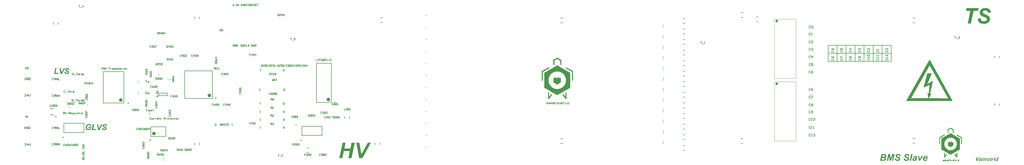
<source format=gto>
G04*
G04 #@! TF.GenerationSoftware,Altium Limited,Altium Designer,18.1.9 (240)*
G04*
G04 Layer_Color=65535*
%FSLAX42Y42*%
%MOMM*%
G71*
G01*
G75*
%ADD10C,0.25*%
%ADD11C,0.60*%
%ADD12C,0.10*%
%ADD13C,0.25*%
%ADD14C,0.20*%
%ADD15C,0.03*%
%ADD16C,0.04*%
%ADD17C,0.06*%
%ADD18C,0.15*%
%ADD19C,0.15*%
%ADD20C,0.13*%
G36*
X35190Y12620D02*
X35220Y12650D01*
X35250Y12620D01*
X35220Y12590D01*
X35190Y12620D01*
D02*
G37*
G36*
Y14720D02*
X35220Y14750D01*
X35250Y14720D01*
X35220Y14690D01*
X35190Y14720D01*
D02*
G37*
G36*
X12859Y11270D02*
X12860D01*
X12862Y11270D01*
X12864Y11270D01*
X12868Y11269D01*
X12871Y11269D01*
X12875Y11268D01*
X12879Y11267D01*
X12884Y11266D01*
X12888Y11265D01*
X12892Y11263D01*
X12896Y11262D01*
X12901Y11259D01*
X12905Y11257D01*
X12908Y11254D01*
X12908Y11254D01*
X12909Y11253D01*
X12910Y11253D01*
X12911Y11251D01*
X12913Y11250D01*
X12914Y11248D01*
X12916Y11245D01*
X12918Y11243D01*
X12920Y11240D01*
X12921Y11237D01*
X12923Y11233D01*
X12925Y11230D01*
X12926Y11226D01*
X12927Y11221D01*
X12928Y11217D01*
X12929Y11212D01*
X12891Y11210D01*
Y11210D01*
X12891Y11211D01*
Y11212D01*
X12890Y11212D01*
X12890Y11214D01*
X12890Y11215D01*
X12889Y11216D01*
X12889Y11218D01*
X12888Y11221D01*
X12886Y11225D01*
X12885Y11227D01*
X12884Y11228D01*
X12882Y11230D01*
X12881Y11231D01*
X12881Y11231D01*
X12880Y11232D01*
X12880Y11232D01*
X12879Y11232D01*
X12878Y11233D01*
X12877Y11234D01*
X12876Y11234D01*
X12875Y11235D01*
X12873Y11236D01*
X12871Y11236D01*
X12869Y11237D01*
X12867Y11238D01*
X12864Y11238D01*
X12862Y11239D01*
X12859Y11239D01*
X12856Y11239D01*
X12854D01*
X12853Y11239D01*
X12852D01*
X12850Y11239D01*
X12849Y11238D01*
X12847Y11238D01*
X12843Y11237D01*
X12839Y11236D01*
X12837Y11236D01*
X12835Y11235D01*
X12834Y11234D01*
X12832Y11233D01*
X12832D01*
X12832Y11233D01*
X12831Y11232D01*
X12830Y11231D01*
X12829Y11229D01*
X12828Y11227D01*
X12827Y11224D01*
X12826Y11222D01*
X12826Y11220D01*
X12825Y11218D01*
Y11218D01*
Y11218D01*
Y11218D01*
X12826Y11217D01*
X12826Y11215D01*
X12826Y11214D01*
X12827Y11211D01*
X12828Y11209D01*
X12830Y11207D01*
X12831Y11206D01*
X12832Y11205D01*
X12832D01*
X12832Y11205D01*
X12833Y11204D01*
X12833Y11204D01*
X12834Y11203D01*
X12835Y11203D01*
X12836Y11202D01*
X12838Y11201D01*
X12840Y11200D01*
X12842Y11199D01*
X12844Y11197D01*
X12847Y11196D01*
X12849Y11195D01*
X12853Y11193D01*
X12856Y11191D01*
X12860Y11190D01*
X12860D01*
X12861Y11190D01*
X12861Y11189D01*
X12862Y11189D01*
X12862Y11189D01*
X12863Y11188D01*
X12865Y11187D01*
X12868Y11186D01*
X12871Y11185D01*
X12874Y11183D01*
X12878Y11182D01*
X12885Y11178D01*
X12888Y11176D01*
X12892Y11174D01*
X12895Y11172D01*
X12898Y11170D01*
X12900Y11168D01*
X12901Y11168D01*
X12902Y11167D01*
X12902Y11167D01*
X12903Y11166D01*
X12903Y11165D01*
X12904Y11164D01*
X12905Y11163D01*
X12906Y11161D01*
X12908Y11160D01*
X12909Y11158D01*
X12910Y11155D01*
X12911Y11153D01*
X12913Y11150D01*
X12914Y11147D01*
X12915Y11144D01*
X12915Y11140D01*
X12916Y11137D01*
X12916Y11133D01*
Y11133D01*
Y11132D01*
X12916Y11130D01*
X12915Y11129D01*
X12915Y11127D01*
X12915Y11124D01*
X12914Y11121D01*
X12913Y11118D01*
X12912Y11115D01*
X12911Y11111D01*
X12909Y11108D01*
X12907Y11104D01*
X12905Y11100D01*
X12902Y11097D01*
X12899Y11093D01*
X12896Y11090D01*
X12895Y11089D01*
X12895Y11089D01*
X12894Y11088D01*
X12892Y11087D01*
X12890Y11085D01*
X12887Y11084D01*
X12884Y11082D01*
X12881Y11081D01*
X12877Y11079D01*
X12873Y11077D01*
X12869Y11076D01*
X12864Y11074D01*
X12858Y11073D01*
X12852Y11073D01*
X12846Y11072D01*
X12840Y11072D01*
X12837D01*
X12836Y11072D01*
X12834Y11072D01*
X12831Y11072D01*
X12828Y11072D01*
X12825Y11073D01*
X12822Y11073D01*
X12818Y11074D01*
X12815Y11074D01*
X12811Y11075D01*
X12807Y11076D01*
X12804Y11077D01*
X12800Y11078D01*
X12797Y11080D01*
X12797Y11080D01*
X12796Y11080D01*
X12795Y11081D01*
X12794Y11081D01*
X12792Y11082D01*
X12791Y11083D01*
X12789Y11084D01*
X12787Y11086D01*
X12785Y11087D01*
X12783Y11089D01*
X12781Y11091D01*
X12778Y11093D01*
X12776Y11095D01*
X12774Y11098D01*
X12773Y11100D01*
X12771Y11103D01*
X12771Y11103D01*
X12771Y11104D01*
X12771Y11105D01*
X12770Y11106D01*
X12770Y11107D01*
X12769Y11109D01*
X12768Y11111D01*
X12768Y11113D01*
X12767Y11115D01*
X12766Y11118D01*
X12766Y11121D01*
X12765Y11124D01*
X12765Y11127D01*
X12765Y11130D01*
X12764Y11134D01*
Y11137D01*
X12802Y11139D01*
Y11139D01*
Y11138D01*
X12802Y11137D01*
Y11136D01*
X12802Y11135D01*
X12803Y11133D01*
X12803Y11131D01*
X12803Y11129D01*
X12804Y11125D01*
X12805Y11121D01*
X12806Y11119D01*
X12806Y11118D01*
X12807Y11116D01*
X12808Y11115D01*
X12808Y11115D01*
X12809Y11114D01*
X12809Y11114D01*
X12810Y11113D01*
X12811Y11112D01*
X12812Y11112D01*
X12814Y11111D01*
X12815Y11110D01*
X12817Y11109D01*
X12820Y11108D01*
X12822Y11107D01*
X12825Y11106D01*
X12828Y11106D01*
X12832Y11105D01*
X12836Y11105D01*
X12840Y11105D01*
X12842D01*
X12843Y11105D01*
X12845Y11105D01*
X12847Y11105D01*
X12849Y11105D01*
X12851Y11106D01*
X12855Y11106D01*
X12860Y11108D01*
X12862Y11108D01*
X12864Y11109D01*
X12866Y11110D01*
X12868Y11112D01*
X12868Y11112D01*
X12868Y11112D01*
X12869Y11112D01*
X12869Y11113D01*
X12871Y11114D01*
X12873Y11116D01*
X12874Y11119D01*
X12875Y11122D01*
X12876Y11123D01*
X12876Y11125D01*
X12877Y11126D01*
X12877Y11128D01*
Y11128D01*
Y11129D01*
Y11129D01*
X12877Y11130D01*
X12876Y11131D01*
X12876Y11133D01*
X12875Y11136D01*
X12874Y11138D01*
X12873Y11139D01*
X12872Y11140D01*
X12871Y11142D01*
X12870Y11143D01*
X12869Y11143D01*
X12869Y11143D01*
X12869Y11144D01*
X12868Y11144D01*
X12867Y11145D01*
X12866Y11145D01*
X12864Y11146D01*
X12863Y11147D01*
X12861Y11148D01*
X12859Y11149D01*
X12856Y11150D01*
X12853Y11152D01*
X12850Y11153D01*
X12846Y11155D01*
X12842Y11157D01*
X12842Y11157D01*
X12841Y11157D01*
X12840Y11158D01*
X12839Y11158D01*
X12837Y11159D01*
X12835Y11160D01*
X12832Y11161D01*
X12830Y11162D01*
X12825Y11165D01*
X12819Y11168D01*
X12817Y11169D01*
X12814Y11170D01*
X12812Y11172D01*
X12810Y11173D01*
X12810Y11173D01*
X12809Y11173D01*
X12809Y11173D01*
X12808Y11174D01*
X12807Y11175D01*
X12806Y11175D01*
X12804Y11177D01*
X12801Y11180D01*
X12799Y11183D01*
X12796Y11186D01*
X12794Y11190D01*
Y11190D01*
X12793Y11190D01*
X12793Y11191D01*
X12793Y11191D01*
X12792Y11192D01*
X12792Y11194D01*
X12791Y11195D01*
X12791Y11197D01*
X12790Y11198D01*
X12790Y11200D01*
X12789Y11202D01*
X12789Y11204D01*
X12788Y11209D01*
X12788Y11214D01*
Y11214D01*
Y11214D01*
Y11215D01*
X12788Y11216D01*
X12788Y11218D01*
X12788Y11220D01*
X12789Y11222D01*
X12789Y11225D01*
X12790Y11228D01*
X12791Y11231D01*
X12792Y11234D01*
X12793Y11238D01*
X12795Y11241D01*
X12797Y11244D01*
X12799Y11248D01*
X12802Y11251D01*
X12805Y11254D01*
X12806Y11254D01*
X12806Y11255D01*
X12807Y11256D01*
X12808Y11257D01*
X12810Y11258D01*
X12813Y11259D01*
X12815Y11261D01*
X12818Y11262D01*
X12821Y11264D01*
X12825Y11265D01*
X12830Y11266D01*
X12834Y11268D01*
X12839Y11269D01*
X12844Y11269D01*
X12850Y11270D01*
X12856Y11270D01*
X12858D01*
X12859Y11270D01*
D02*
G37*
G36*
X12330D02*
X12331D01*
X12332Y11270D01*
X12335Y11270D01*
X12339Y11269D01*
X12342Y11269D01*
X12346Y11268D01*
X12350Y11267D01*
X12355Y11266D01*
X12359Y11265D01*
X12363Y11264D01*
X12368Y11262D01*
X12372Y11260D01*
X12376Y11257D01*
X12380Y11255D01*
X12380Y11254D01*
X12381Y11254D01*
X12382Y11253D01*
X12383Y11252D01*
X12385Y11250D01*
X12387Y11248D01*
X12389Y11246D01*
X12391Y11243D01*
X12393Y11240D01*
X12396Y11237D01*
X12398Y11233D01*
X12400Y11229D01*
X12402Y11225D01*
X12404Y11220D01*
X12406Y11215D01*
X12407Y11210D01*
X12370Y11206D01*
Y11206D01*
X12370Y11206D01*
X12370Y11207D01*
X12369Y11208D01*
X12369Y11210D01*
X12368Y11211D01*
X12367Y11213D01*
X12366Y11215D01*
X12364Y11219D01*
X12362Y11223D01*
X12358Y11227D01*
X12356Y11228D01*
X12355Y11230D01*
X12354Y11230D01*
X12354Y11230D01*
X12353Y11231D01*
X12353Y11231D01*
X12351Y11232D01*
X12350Y11233D01*
X12349Y11233D01*
X12347Y11234D01*
X12345Y11235D01*
X12343Y11236D01*
X12341Y11236D01*
X12338Y11237D01*
X12336Y11237D01*
X12333Y11238D01*
X12330Y11238D01*
X12327Y11238D01*
X12326D01*
X12324Y11238D01*
X12322Y11238D01*
X12320Y11238D01*
X12318Y11237D01*
X12316Y11237D01*
X12313Y11236D01*
X12310Y11236D01*
X12308Y11235D01*
X12304Y11234D01*
X12301Y11233D01*
X12298Y11232D01*
X12295Y11230D01*
X12292Y11228D01*
X12292Y11228D01*
X12292Y11228D01*
X12291Y11227D01*
X12290Y11226D01*
X12288Y11225D01*
X12287Y11224D01*
X12285Y11222D01*
X12283Y11221D01*
X12281Y11219D01*
X12279Y11216D01*
X12277Y11214D01*
X12275Y11211D01*
X12273Y11208D01*
X12271Y11205D01*
X12269Y11201D01*
X12267Y11197D01*
X12267Y11197D01*
X12267Y11196D01*
X12266Y11195D01*
X12266Y11194D01*
X12265Y11192D01*
X12264Y11190D01*
X12264Y11187D01*
X12263Y11184D01*
X12262Y11181D01*
X12261Y11177D01*
X12260Y11173D01*
X12260Y11169D01*
X12259Y11165D01*
X12259Y11161D01*
X12258Y11157D01*
X12258Y11152D01*
Y11152D01*
Y11151D01*
X12258Y11150D01*
Y11148D01*
X12259Y11146D01*
X12259Y11144D01*
X12259Y11141D01*
X12260Y11139D01*
X12260Y11136D01*
X12261Y11133D01*
X12262Y11130D01*
X12263Y11127D01*
X12264Y11124D01*
X12266Y11121D01*
X12267Y11119D01*
X12269Y11116D01*
X12269Y11116D01*
X12270Y11116D01*
X12270Y11115D01*
X12271Y11114D01*
X12272Y11114D01*
X12274Y11113D01*
X12275Y11111D01*
X12277Y11111D01*
X12279Y11109D01*
X12282Y11108D01*
X12284Y11107D01*
X12287Y11106D01*
X12291Y11106D01*
X12294Y11105D01*
X12298Y11105D01*
X12301Y11105D01*
X12304D01*
X12305Y11105D01*
X12306D01*
X12308Y11105D01*
X12309Y11105D01*
X12311Y11105D01*
X12313Y11106D01*
X12318Y11106D01*
X12322Y11107D01*
X12327Y11108D01*
X12328D01*
X12328Y11108D01*
X12329Y11109D01*
X12330Y11109D01*
X12331Y11109D01*
X12332Y11110D01*
X12334Y11110D01*
X12335Y11111D01*
X12339Y11112D01*
X12343Y11113D01*
X12347Y11115D01*
X12351Y11117D01*
X12356Y11145D01*
X12308D01*
X12314Y11177D01*
X12400D01*
X12383Y11095D01*
X12383Y11095D01*
X12382Y11095D01*
X12381Y11094D01*
X12380Y11093D01*
X12379Y11093D01*
X12377Y11092D01*
X12375Y11091D01*
X12372Y11089D01*
X12370Y11088D01*
X12367Y11087D01*
X12364Y11085D01*
X12360Y11084D01*
X12357Y11082D01*
X12353Y11081D01*
X12349Y11080D01*
X12345Y11078D01*
X12345Y11078D01*
X12344Y11078D01*
X12343Y11078D01*
X12342Y11077D01*
X12340Y11077D01*
X12337Y11076D01*
X12335Y11076D01*
X12332Y11075D01*
X12328Y11074D01*
X12325Y11074D01*
X12321Y11073D01*
X12317Y11073D01*
X12313Y11072D01*
X12309Y11072D01*
X12305Y11072D01*
X12300Y11072D01*
X12298D01*
X12297Y11072D01*
X12296D01*
X12295Y11072D01*
X12292Y11072D01*
X12288Y11073D01*
X12284Y11073D01*
X12280Y11074D01*
X12276Y11075D01*
X12271Y11076D01*
X12267Y11077D01*
X12262Y11078D01*
X12258Y11080D01*
X12254Y11082D01*
X12250Y11085D01*
X12246Y11088D01*
X12246D01*
X12246Y11088D01*
X12245Y11089D01*
X12243Y11090D01*
X12242Y11092D01*
X12240Y11094D01*
X12238Y11097D01*
X12235Y11100D01*
X12233Y11104D01*
X12231Y11108D01*
X12228Y11113D01*
X12226Y11118D01*
X12224Y11124D01*
X12222Y11130D01*
X12221Y11137D01*
X12220Y11144D01*
X12220Y11148D01*
X12220Y11151D01*
Y11152D01*
Y11152D01*
Y11152D01*
Y11153D01*
Y11153D01*
X12220Y11154D01*
Y11156D01*
X12220Y11159D01*
X12221Y11162D01*
X12221Y11165D01*
X12221Y11169D01*
X12222Y11173D01*
X12223Y11177D01*
X12224Y11181D01*
X12225Y11186D01*
X12226Y11191D01*
X12227Y11195D01*
X12229Y11200D01*
X12231Y11205D01*
Y11205D01*
X12231Y11206D01*
X12232Y11206D01*
X12232Y11206D01*
X12232Y11207D01*
X12232Y11208D01*
X12234Y11210D01*
X12235Y11213D01*
X12237Y11216D01*
X12239Y11219D01*
X12241Y11223D01*
X12243Y11226D01*
X12246Y11230D01*
X12249Y11234D01*
X12253Y11238D01*
X12256Y11242D01*
X12260Y11246D01*
X12265Y11250D01*
X12269Y11253D01*
X12269D01*
X12269Y11253D01*
X12270Y11253D01*
X12270Y11254D01*
X12271Y11255D01*
X12273Y11256D01*
X12276Y11257D01*
X12279Y11258D01*
X12282Y11260D01*
X12285Y11262D01*
X12289Y11263D01*
X12294Y11265D01*
X12299Y11266D01*
X12304Y11267D01*
X12309Y11269D01*
X12315Y11269D01*
X12321Y11270D01*
X12327Y11270D01*
X12329D01*
X12330Y11270D01*
D02*
G37*
G36*
X12676Y11075D02*
X12633D01*
X12599Y11267D01*
X12638D01*
X12663Y11122D01*
X12742Y11267D01*
X12781D01*
X12676Y11075D01*
D02*
G37*
G36*
X12463Y11107D02*
X12561D01*
X12554Y11075D01*
X12417D01*
X12457Y11267D01*
X12496D01*
X12463Y11107D01*
D02*
G37*
G36*
X39560Y10272D02*
X39561D01*
X39563Y10272D01*
X39566Y10272D01*
X39570Y10272D01*
X39574Y10271D01*
X39578Y10270D01*
X39583Y10269D01*
X39588Y10268D01*
X39593Y10267D01*
X39598Y10265D01*
X39603Y10263D01*
X39608Y10260D01*
X39613Y10257D01*
X39617Y10254D01*
X39617Y10254D01*
X39618Y10253D01*
X39619Y10252D01*
X39620Y10251D01*
X39622Y10249D01*
X39624Y10247D01*
X39626Y10244D01*
X39628Y10241D01*
X39630Y10238D01*
X39632Y10234D01*
X39634Y10230D01*
X39636Y10225D01*
X39638Y10221D01*
X39639Y10216D01*
X39640Y10210D01*
X39641Y10205D01*
X39597Y10203D01*
Y10203D01*
X39596Y10203D01*
Y10204D01*
X39596Y10205D01*
X39596Y10207D01*
X39596Y10208D01*
X39595Y10210D01*
X39595Y10212D01*
X39593Y10216D01*
X39591Y10220D01*
X39590Y10222D01*
X39588Y10224D01*
X39587Y10226D01*
X39585Y10227D01*
X39585Y10228D01*
X39585Y10228D01*
X39584Y10228D01*
X39583Y10229D01*
X39582Y10229D01*
X39581Y10230D01*
X39579Y10231D01*
X39578Y10232D01*
X39576Y10233D01*
X39574Y10233D01*
X39571Y10234D01*
X39568Y10235D01*
X39566Y10235D01*
X39563Y10236D01*
X39559Y10236D01*
X39556Y10236D01*
X39554D01*
X39553Y10236D01*
X39551D01*
X39549Y10236D01*
X39547Y10236D01*
X39545Y10235D01*
X39541Y10234D01*
X39536Y10233D01*
X39534Y10233D01*
X39532Y10232D01*
X39530Y10230D01*
X39529Y10229D01*
X39528D01*
X39528Y10229D01*
X39527Y10228D01*
X39526Y10227D01*
X39524Y10225D01*
X39523Y10222D01*
X39522Y10219D01*
X39521Y10216D01*
X39521Y10214D01*
X39520Y10212D01*
Y10212D01*
Y10212D01*
Y10211D01*
X39521Y10211D01*
X39521Y10209D01*
X39521Y10207D01*
X39522Y10204D01*
X39524Y10202D01*
X39525Y10199D01*
X39527Y10198D01*
X39528Y10196D01*
X39528D01*
X39528Y10196D01*
X39529Y10196D01*
X39530Y10195D01*
X39530Y10195D01*
X39532Y10194D01*
X39533Y10193D01*
X39535Y10192D01*
X39537Y10191D01*
X39539Y10189D01*
X39542Y10188D01*
X39545Y10186D01*
X39548Y10185D01*
X39552Y10183D01*
X39556Y10181D01*
X39561Y10179D01*
X39561D01*
X39561Y10179D01*
X39562Y10178D01*
X39563Y10178D01*
X39563Y10178D01*
X39564Y10177D01*
X39567Y10176D01*
X39570Y10175D01*
X39574Y10173D01*
X39577Y10171D01*
X39581Y10169D01*
X39590Y10165D01*
X39594Y10163D01*
X39598Y10161D01*
X39602Y10158D01*
X39605Y10156D01*
X39608Y10154D01*
X39609Y10153D01*
X39610Y10152D01*
X39610Y10152D01*
X39611Y10151D01*
X39611Y10150D01*
X39612Y10149D01*
X39614Y10148D01*
X39615Y10146D01*
X39616Y10144D01*
X39618Y10141D01*
X39619Y10139D01*
X39621Y10136D01*
X39622Y10132D01*
X39623Y10129D01*
X39624Y10125D01*
X39625Y10121D01*
X39626Y10117D01*
X39626Y10113D01*
Y10112D01*
Y10111D01*
X39626Y10110D01*
X39625Y10108D01*
X39625Y10105D01*
X39624Y10102D01*
X39624Y10099D01*
X39623Y10095D01*
X39622Y10091D01*
X39620Y10087D01*
X39618Y10083D01*
X39616Y10079D01*
X39613Y10074D01*
X39610Y10070D01*
X39607Y10066D01*
X39602Y10062D01*
X39602Y10062D01*
X39601Y10061D01*
X39600Y10060D01*
X39598Y10059D01*
X39596Y10057D01*
X39593Y10055D01*
X39589Y10054D01*
X39585Y10052D01*
X39581Y10050D01*
X39576Y10048D01*
X39571Y10046D01*
X39565Y10044D01*
X39559Y10043D01*
X39552Y10042D01*
X39545Y10041D01*
X39537Y10041D01*
X39534D01*
X39532Y10041D01*
X39530Y10041D01*
X39527Y10042D01*
X39524Y10042D01*
X39520Y10042D01*
X39516Y10043D01*
X39512Y10043D01*
X39508Y10044D01*
X39504Y10045D01*
X39499Y10046D01*
X39495Y10048D01*
X39491Y10049D01*
X39487Y10051D01*
X39487Y10051D01*
X39486Y10051D01*
X39485Y10052D01*
X39484Y10052D01*
X39482Y10053D01*
X39480Y10055D01*
X39478Y10056D01*
X39475Y10058D01*
X39473Y10060D01*
X39470Y10062D01*
X39468Y10064D01*
X39466Y10066D01*
X39463Y10069D01*
X39461Y10072D01*
X39459Y10075D01*
X39457Y10078D01*
X39457Y10078D01*
X39457Y10078D01*
X39456Y10079D01*
X39456Y10081D01*
X39455Y10082D01*
X39454Y10084D01*
X39454Y10087D01*
X39453Y10089D01*
X39452Y10092D01*
X39452Y10095D01*
X39451Y10098D01*
X39450Y10102D01*
X39450Y10105D01*
X39449Y10109D01*
X39449Y10113D01*
Y10117D01*
X39493Y10120D01*
Y10120D01*
Y10119D01*
X39493Y10118D01*
Y10116D01*
X39493Y10115D01*
X39494Y10113D01*
X39494Y10111D01*
X39494Y10108D01*
X39495Y10104D01*
X39496Y10099D01*
X39497Y10097D01*
X39498Y10095D01*
X39499Y10093D01*
X39500Y10091D01*
X39500Y10091D01*
X39501Y10091D01*
X39501Y10090D01*
X39502Y10090D01*
X39503Y10089D01*
X39505Y10088D01*
X39507Y10087D01*
X39509Y10086D01*
X39511Y10084D01*
X39514Y10083D01*
X39517Y10082D01*
X39520Y10081D01*
X39524Y10081D01*
X39528Y10080D01*
X39533Y10080D01*
X39537Y10080D01*
X39540D01*
X39541Y10080D01*
X39543Y10080D01*
X39545Y10080D01*
X39547Y10080D01*
X39550Y10081D01*
X39555Y10082D01*
X39561Y10083D01*
X39563Y10084D01*
X39566Y10085D01*
X39568Y10086D01*
X39570Y10088D01*
X39570Y10088D01*
X39571Y10088D01*
X39571Y10089D01*
X39572Y10089D01*
X39573Y10091D01*
X39575Y10093D01*
X39577Y10096D01*
X39579Y10099D01*
X39579Y10101D01*
X39580Y10103D01*
X39580Y10105D01*
X39580Y10107D01*
Y10107D01*
Y10108D01*
Y10108D01*
X39580Y10109D01*
X39580Y10111D01*
X39579Y10113D01*
X39578Y10116D01*
X39577Y10118D01*
X39576Y10120D01*
X39575Y10121D01*
X39574Y10123D01*
X39572Y10124D01*
X39572Y10124D01*
X39571Y10124D01*
X39571Y10125D01*
X39570Y10125D01*
X39569Y10126D01*
X39568Y10127D01*
X39566Y10128D01*
X39564Y10129D01*
X39562Y10130D01*
X39559Y10132D01*
X39556Y10133D01*
X39553Y10135D01*
X39549Y10136D01*
X39545Y10138D01*
X39540Y10140D01*
X39540Y10140D01*
X39539Y10141D01*
X39538Y10141D01*
X39536Y10142D01*
X39534Y10143D01*
X39531Y10144D01*
X39529Y10145D01*
X39526Y10147D01*
X39519Y10150D01*
X39513Y10153D01*
X39510Y10155D01*
X39507Y10156D01*
X39504Y10158D01*
X39502Y10159D01*
X39502Y10159D01*
X39502Y10159D01*
X39501Y10160D01*
X39500Y10161D01*
X39499Y10161D01*
X39498Y10162D01*
X39495Y10164D01*
X39492Y10167D01*
X39489Y10171D01*
X39486Y10174D01*
X39483Y10179D01*
Y10179D01*
X39483Y10179D01*
X39483Y10180D01*
X39482Y10181D01*
X39482Y10182D01*
X39481Y10183D01*
X39480Y10185D01*
X39480Y10187D01*
X39479Y10189D01*
X39479Y10191D01*
X39478Y10193D01*
X39478Y10196D01*
X39477Y10201D01*
X39476Y10207D01*
Y10207D01*
Y10207D01*
Y10208D01*
X39477Y10210D01*
X39477Y10212D01*
X39477Y10214D01*
X39478Y10217D01*
X39478Y10220D01*
X39479Y10223D01*
X39480Y10227D01*
X39481Y10231D01*
X39483Y10235D01*
X39485Y10239D01*
X39487Y10243D01*
X39490Y10247D01*
X39493Y10250D01*
X39497Y10254D01*
X39497Y10254D01*
X39498Y10255D01*
X39499Y10256D01*
X39501Y10257D01*
X39503Y10258D01*
X39505Y10260D01*
X39508Y10261D01*
X39512Y10263D01*
X39516Y10265D01*
X39520Y10267D01*
X39525Y10268D01*
X39530Y10270D01*
X39536Y10271D01*
X39542Y10272D01*
X39549Y10272D01*
X39556Y10273D01*
X39559D01*
X39560Y10272D01*
D02*
G37*
G36*
X39264Y10272D02*
X39266D01*
X39267Y10272D01*
X39270Y10272D01*
X39274Y10272D01*
X39278Y10271D01*
X39283Y10270D01*
X39288Y10269D01*
X39293Y10268D01*
X39298Y10267D01*
X39303Y10265D01*
X39308Y10263D01*
X39313Y10260D01*
X39317Y10257D01*
X39321Y10254D01*
X39322Y10254D01*
X39322Y10253D01*
X39323Y10252D01*
X39325Y10251D01*
X39327Y10249D01*
X39328Y10247D01*
X39330Y10244D01*
X39333Y10241D01*
X39335Y10238D01*
X39337Y10234D01*
X39339Y10230D01*
X39341Y10225D01*
X39342Y10221D01*
X39344Y10216D01*
X39345Y10210D01*
X39345Y10205D01*
X39301Y10203D01*
Y10203D01*
X39301Y10203D01*
Y10204D01*
X39301Y10205D01*
X39301Y10207D01*
X39300Y10208D01*
X39300Y10210D01*
X39299Y10212D01*
X39298Y10216D01*
X39296Y10220D01*
X39294Y10222D01*
X39293Y10224D01*
X39291Y10226D01*
X39290Y10227D01*
X39289Y10228D01*
X39289Y10228D01*
X39289Y10228D01*
X39288Y10229D01*
X39287Y10229D01*
X39285Y10230D01*
X39284Y10231D01*
X39282Y10232D01*
X39280Y10233D01*
X39278Y10233D01*
X39276Y10234D01*
X39273Y10235D01*
X39270Y10235D01*
X39267Y10236D01*
X39264Y10236D01*
X39260Y10236D01*
X39258D01*
X39257Y10236D01*
X39256D01*
X39254Y10236D01*
X39252Y10236D01*
X39250Y10235D01*
X39245Y10234D01*
X39241Y10233D01*
X39239Y10233D01*
X39237Y10232D01*
X39235Y10230D01*
X39233Y10229D01*
X39233D01*
X39233Y10229D01*
X39232Y10228D01*
X39230Y10227D01*
X39229Y10225D01*
X39228Y10222D01*
X39226Y10219D01*
X39225Y10216D01*
X39225Y10214D01*
X39225Y10212D01*
Y10212D01*
Y10212D01*
Y10211D01*
X39225Y10211D01*
X39225Y10209D01*
X39226Y10207D01*
X39227Y10204D01*
X39228Y10202D01*
X39230Y10199D01*
X39231Y10198D01*
X39232Y10196D01*
X39233D01*
X39233Y10196D01*
X39233Y10196D01*
X39234Y10195D01*
X39235Y10195D01*
X39236Y10194D01*
X39238Y10193D01*
X39239Y10192D01*
X39241Y10191D01*
X39244Y10189D01*
X39247Y10188D01*
X39250Y10186D01*
X39253Y10185D01*
X39257Y10183D01*
X39261Y10181D01*
X39265Y10179D01*
X39266D01*
X39266Y10179D01*
X39266Y10178D01*
X39267Y10178D01*
X39268Y10178D01*
X39269Y10177D01*
X39272Y10176D01*
X39275Y10175D01*
X39278Y10173D01*
X39282Y10171D01*
X39286Y10169D01*
X39294Y10165D01*
X39298Y10163D01*
X39302Y10161D01*
X39306Y10158D01*
X39309Y10156D01*
X39312Y10154D01*
X39313Y10153D01*
X39314Y10152D01*
X39315Y10152D01*
X39315Y10151D01*
X39316Y10150D01*
X39317Y10149D01*
X39318Y10148D01*
X39319Y10146D01*
X39321Y10144D01*
X39322Y10141D01*
X39324Y10139D01*
X39325Y10136D01*
X39327Y10132D01*
X39328Y10129D01*
X39329Y10125D01*
X39330Y10121D01*
X39330Y10117D01*
X39330Y10113D01*
Y10112D01*
Y10111D01*
X39330Y10110D01*
X39330Y10108D01*
X39330Y10105D01*
X39329Y10102D01*
X39328Y10099D01*
X39327Y10095D01*
X39326Y10091D01*
X39325Y10087D01*
X39323Y10083D01*
X39320Y10079D01*
X39318Y10074D01*
X39315Y10070D01*
X39311Y10066D01*
X39307Y10062D01*
X39307Y10062D01*
X39306Y10061D01*
X39304Y10060D01*
X39302Y10059D01*
X39300Y10057D01*
X39297Y10055D01*
X39294Y10054D01*
X39290Y10052D01*
X39286Y10050D01*
X39281Y10048D01*
X39275Y10046D01*
X39269Y10044D01*
X39263Y10043D01*
X39256Y10042D01*
X39249Y10041D01*
X39242Y10041D01*
X39239D01*
X39237Y10041D01*
X39234Y10041D01*
X39231Y10042D01*
X39228Y10042D01*
X39225Y10042D01*
X39221Y10043D01*
X39217Y10043D01*
X39213Y10044D01*
X39208Y10045D01*
X39204Y10046D01*
X39200Y10048D01*
X39196Y10049D01*
X39192Y10051D01*
X39191Y10051D01*
X39191Y10051D01*
X39190Y10052D01*
X39188Y10052D01*
X39186Y10053D01*
X39184Y10055D01*
X39182Y10056D01*
X39180Y10058D01*
X39177Y10060D01*
X39175Y10062D01*
X39173Y10064D01*
X39170Y10066D01*
X39168Y10069D01*
X39165Y10072D01*
X39164Y10075D01*
X39162Y10078D01*
X39162Y10078D01*
X39161Y10078D01*
X39161Y10079D01*
X39160Y10081D01*
X39160Y10082D01*
X39159Y10084D01*
X39158Y10087D01*
X39158Y10089D01*
X39157Y10092D01*
X39156Y10095D01*
X39155Y10098D01*
X39155Y10102D01*
X39154Y10105D01*
X39154Y10109D01*
X39154Y10113D01*
Y10117D01*
X39198Y10120D01*
Y10120D01*
Y10119D01*
X39198Y10118D01*
Y10116D01*
X39198Y10115D01*
X39198Y10113D01*
X39198Y10111D01*
X39199Y10108D01*
X39200Y10104D01*
X39201Y10099D01*
X39202Y10097D01*
X39203Y10095D01*
X39204Y10093D01*
X39205Y10091D01*
X39205Y10091D01*
X39205Y10091D01*
X39206Y10090D01*
X39207Y10090D01*
X39208Y10089D01*
X39209Y10088D01*
X39211Y10087D01*
X39213Y10086D01*
X39216Y10084D01*
X39218Y10083D01*
X39221Y10082D01*
X39225Y10081D01*
X39228Y10081D01*
X39233Y10080D01*
X39237Y10080D01*
X39242Y10080D01*
X39244D01*
X39246Y10080D01*
X39247Y10080D01*
X39250Y10080D01*
X39252Y10080D01*
X39255Y10081D01*
X39260Y10082D01*
X39265Y10083D01*
X39268Y10084D01*
X39270Y10085D01*
X39273Y10086D01*
X39275Y10088D01*
X39275Y10088D01*
X39275Y10088D01*
X39276Y10089D01*
X39276Y10089D01*
X39278Y10091D01*
X39280Y10093D01*
X39282Y10096D01*
X39283Y10099D01*
X39284Y10101D01*
X39284Y10103D01*
X39285Y10105D01*
X39285Y10107D01*
Y10107D01*
Y10108D01*
Y10108D01*
X39285Y10109D01*
X39284Y10111D01*
X39284Y10113D01*
X39283Y10116D01*
X39281Y10118D01*
X39280Y10120D01*
X39279Y10121D01*
X39278Y10123D01*
X39277Y10124D01*
X39276Y10124D01*
X39276Y10124D01*
X39275Y10125D01*
X39275Y10125D01*
X39273Y10126D01*
X39272Y10127D01*
X39270Y10128D01*
X39269Y10129D01*
X39266Y10130D01*
X39264Y10132D01*
X39261Y10133D01*
X39257Y10135D01*
X39254Y10136D01*
X39249Y10138D01*
X39245Y10140D01*
X39244Y10140D01*
X39244Y10141D01*
X39242Y10141D01*
X39241Y10142D01*
X39238Y10143D01*
X39236Y10144D01*
X39233Y10145D01*
X39230Y10147D01*
X39224Y10150D01*
X39218Y10153D01*
X39215Y10155D01*
X39212Y10156D01*
X39209Y10158D01*
X39207Y10159D01*
X39206Y10159D01*
X39206Y10159D01*
X39205Y10160D01*
X39205Y10161D01*
X39204Y10161D01*
X39202Y10162D01*
X39200Y10164D01*
X39197Y10167D01*
X39194Y10171D01*
X39191Y10174D01*
X39188Y10179D01*
Y10179D01*
X39187Y10179D01*
X39187Y10180D01*
X39187Y10181D01*
X39186Y10182D01*
X39186Y10183D01*
X39185Y10185D01*
X39184Y10187D01*
X39184Y10189D01*
X39183Y10191D01*
X39183Y10193D01*
X39182Y10196D01*
X39181Y10201D01*
X39181Y10207D01*
Y10207D01*
Y10207D01*
Y10208D01*
X39181Y10210D01*
X39181Y10212D01*
X39182Y10214D01*
X39182Y10217D01*
X39183Y10220D01*
X39184Y10223D01*
X39185Y10227D01*
X39186Y10231D01*
X39188Y10235D01*
X39190Y10239D01*
X39192Y10243D01*
X39195Y10247D01*
X39198Y10250D01*
X39201Y10254D01*
X39202Y10254D01*
X39202Y10255D01*
X39203Y10256D01*
X39205Y10257D01*
X39207Y10258D01*
X39210Y10260D01*
X39213Y10261D01*
X39216Y10263D01*
X39220Y10265D01*
X39225Y10267D01*
X39230Y10268D01*
X39235Y10270D01*
X39241Y10271D01*
X39247Y10272D01*
X39253Y10272D01*
X39261Y10273D01*
X39263D01*
X39264Y10272D01*
D02*
G37*
G36*
X39101Y10045D02*
X39059D01*
X39098Y10231D01*
X39015Y10045D01*
X38971D01*
X38963Y10232D01*
X38928Y10045D01*
X38886D01*
X38933Y10269D01*
X38998D01*
X39005Y10115D01*
X39076Y10269D01*
X39142D01*
X39101Y10045D01*
D02*
G37*
G36*
X39992Y10045D02*
X39955D01*
X39922Y10207D01*
X39965D01*
X39976Y10136D01*
Y10136D01*
X39977Y10135D01*
X39977Y10134D01*
X39977Y10132D01*
X39978Y10129D01*
X39978Y10127D01*
X39978Y10124D01*
X39979Y10121D01*
X39980Y10114D01*
X39980Y10111D01*
X39981Y10108D01*
X39981Y10105D01*
X39982Y10103D01*
X39982Y10100D01*
X39982Y10098D01*
X39982Y10098D01*
X39983Y10099D01*
X39983Y10099D01*
X39983Y10100D01*
X39984Y10101D01*
X39984Y10102D01*
X39985Y10103D01*
X39985Y10104D01*
X39986Y10106D01*
X39987Y10107D01*
X39989Y10110D01*
X39990Y10112D01*
X39991Y10115D01*
X39993Y10118D01*
X39993Y10118D01*
X39994Y10119D01*
X39994Y10119D01*
X39995Y10121D01*
X39995Y10122D01*
X39996Y10123D01*
X39998Y10127D01*
X40000Y10131D01*
X40002Y10134D01*
X40003Y10135D01*
X40003Y10137D01*
X40004Y10138D01*
X40004Y10139D01*
X40045Y10207D01*
X40092D01*
X39992Y10045D01*
D02*
G37*
G36*
X39835Y10211D02*
X39838Y10211D01*
X39841Y10210D01*
X39844Y10210D01*
X39848Y10209D01*
X39851Y10209D01*
X39855Y10208D01*
X39859Y10207D01*
X39863Y10206D01*
X39867Y10204D01*
X39870Y10203D01*
X39874Y10201D01*
X39877Y10198D01*
X39877Y10198D01*
X39877Y10198D01*
X39878Y10197D01*
X39879Y10196D01*
X39880Y10195D01*
X39881Y10193D01*
X39883Y10192D01*
X39884Y10190D01*
X39885Y10188D01*
X39887Y10185D01*
X39888Y10183D01*
X39889Y10180D01*
X39890Y10177D01*
X39891Y10174D01*
X39891Y10171D01*
X39892Y10167D01*
Y10167D01*
Y10166D01*
Y10165D01*
X39891Y10163D01*
X39891Y10161D01*
X39891Y10158D01*
X39891Y10155D01*
X39890Y10152D01*
Y10152D01*
Y10151D01*
X39890Y10151D01*
X39890Y10150D01*
X39890Y10149D01*
X39889Y10147D01*
X39889Y10146D01*
X39889Y10143D01*
X39888Y10141D01*
X39887Y10138D01*
X39887Y10134D01*
X39886Y10130D01*
X39885Y10126D01*
X39884Y10121D01*
X39883Y10115D01*
X39881Y10109D01*
Y10108D01*
X39881Y10107D01*
X39880Y10106D01*
X39880Y10104D01*
X39880Y10101D01*
X39879Y10099D01*
X39879Y10096D01*
X39878Y10093D01*
X39877Y10086D01*
X39876Y10079D01*
X39875Y10076D01*
X39875Y10073D01*
X39875Y10070D01*
Y10068D01*
Y10068D01*
Y10067D01*
Y10067D01*
Y10066D01*
X39875Y10065D01*
Y10064D01*
X39875Y10063D01*
X39875Y10061D01*
X39876Y10058D01*
X39876Y10054D01*
X39877Y10050D01*
X39878Y10045D01*
X39836D01*
Y10045D01*
X39836Y10045D01*
X39835Y10046D01*
X39835Y10046D01*
X39835Y10048D01*
X39834Y10051D01*
X39834Y10053D01*
X39833Y10056D01*
X39833Y10060D01*
X39833Y10063D01*
X39832Y10063D01*
X39832Y10063D01*
X39832Y10062D01*
X39831Y10062D01*
X39830Y10061D01*
X39829Y10060D01*
X39828Y10058D01*
X39826Y10057D01*
X39823Y10055D01*
X39819Y10052D01*
X39815Y10049D01*
X39810Y10047D01*
X39810D01*
X39810Y10047D01*
X39809Y10046D01*
X39808Y10046D01*
X39807Y10045D01*
X39806Y10045D01*
X39804Y10045D01*
X39802Y10044D01*
X39799Y10043D01*
X39794Y10042D01*
X39790Y10041D01*
X39785Y10041D01*
X39784D01*
X39783Y10041D01*
X39782D01*
X39780Y10042D01*
X39778Y10042D01*
X39776Y10042D01*
X39773Y10043D01*
X39771Y10043D01*
X39768Y10044D01*
X39765Y10045D01*
X39763Y10047D01*
X39760Y10048D01*
X39757Y10050D01*
X39755Y10052D01*
X39752Y10054D01*
X39752Y10054D01*
X39751Y10055D01*
X39751Y10056D01*
X39750Y10057D01*
X39749Y10058D01*
X39748Y10060D01*
X39747Y10061D01*
X39746Y10063D01*
X39744Y10066D01*
X39743Y10068D01*
X39742Y10071D01*
X39741Y10074D01*
X39740Y10078D01*
X39740Y10081D01*
X39739Y10084D01*
X39739Y10088D01*
Y10089D01*
Y10089D01*
X39739Y10091D01*
Y10092D01*
X39739Y10094D01*
X39740Y10096D01*
X39740Y10099D01*
X39741Y10102D01*
X39741Y10105D01*
X39742Y10108D01*
X39744Y10111D01*
X39745Y10114D01*
X39747Y10117D01*
X39749Y10120D01*
X39751Y10123D01*
X39753Y10126D01*
X39753Y10126D01*
X39754Y10126D01*
X39755Y10127D01*
X39756Y10128D01*
X39758Y10129D01*
X39760Y10130D01*
X39762Y10132D01*
X39765Y10133D01*
X39768Y10134D01*
X39772Y10136D01*
X39776Y10137D01*
X39781Y10139D01*
X39786Y10140D01*
X39792Y10141D01*
X39798Y10142D01*
X39805Y10142D01*
X39806D01*
X39806Y10143D01*
X39808Y10143D01*
X39810Y10143D01*
X39812Y10143D01*
X39815Y10143D01*
X39818Y10144D01*
X39822Y10144D01*
X39829Y10145D01*
X39832Y10146D01*
X39835Y10146D01*
X39839Y10147D01*
X39842Y10147D01*
X39844Y10148D01*
X39846Y10149D01*
Y10149D01*
X39847Y10149D01*
X39847Y10150D01*
X39847Y10150D01*
X39847Y10152D01*
X39848Y10154D01*
X39848Y10156D01*
X39849Y10159D01*
X39849Y10161D01*
X39849Y10163D01*
Y10163D01*
Y10164D01*
X39849Y10164D01*
X39849Y10166D01*
X39849Y10167D01*
X39848Y10169D01*
X39847Y10171D01*
X39846Y10173D01*
X39844Y10175D01*
X39843Y10175D01*
X39843Y10176D01*
X39841Y10177D01*
X39840Y10177D01*
X39837Y10178D01*
X39834Y10179D01*
X39831Y10180D01*
X39827Y10180D01*
X39825D01*
X39824Y10180D01*
X39823Y10179D01*
X39820Y10179D01*
X39817Y10179D01*
X39814Y10178D01*
X39811Y10177D01*
X39808Y10175D01*
X39808Y10175D01*
X39807Y10174D01*
X39806Y10173D01*
X39805Y10171D01*
X39803Y10169D01*
X39802Y10167D01*
X39800Y10164D01*
X39799Y10161D01*
X39757Y10165D01*
X39757Y10165D01*
X39757Y10166D01*
X39757Y10167D01*
X39758Y10168D01*
X39759Y10170D01*
X39760Y10172D01*
X39761Y10175D01*
X39762Y10177D01*
X39764Y10180D01*
X39766Y10183D01*
X39768Y10185D01*
X39770Y10188D01*
X39773Y10191D01*
X39776Y10194D01*
X39779Y10196D01*
X39782Y10199D01*
X39782Y10199D01*
X39783Y10199D01*
X39784Y10200D01*
X39785Y10201D01*
X39787Y10202D01*
X39789Y10203D01*
X39792Y10204D01*
X39795Y10205D01*
X39798Y10206D01*
X39802Y10207D01*
X39806Y10208D01*
X39810Y10209D01*
X39815Y10210D01*
X39820Y10211D01*
X39825Y10211D01*
X39830Y10211D01*
X39833D01*
X39835Y10211D01*
D02*
G37*
G36*
X39694Y10045D02*
X39650D01*
X39697Y10269D01*
X39740D01*
X39694Y10045D01*
D02*
G37*
G36*
X38794Y10269D02*
X38797D01*
X38803Y10269D01*
X38809Y10268D01*
X38811Y10268D01*
X38814Y10268D01*
X38816Y10268D01*
X38818Y10267D01*
X38818D01*
X38819Y10267D01*
X38820Y10267D01*
X38821Y10267D01*
X38822Y10267D01*
X38824Y10266D01*
X38826Y10266D01*
X38828Y10265D01*
X38832Y10264D01*
X38837Y10262D01*
X38842Y10261D01*
X38846Y10258D01*
X38846D01*
X38847Y10258D01*
X38847Y10257D01*
X38848Y10257D01*
X38849Y10256D01*
X38850Y10255D01*
X38853Y10253D01*
X38856Y10251D01*
X38859Y10248D01*
X38861Y10244D01*
X38864Y10240D01*
Y10240D01*
X38864Y10239D01*
X38864Y10239D01*
X38865Y10238D01*
X38865Y10237D01*
X38866Y10235D01*
X38866Y10234D01*
X38867Y10232D01*
X38867Y10231D01*
X38868Y10229D01*
X38869Y10224D01*
X38869Y10220D01*
X38870Y10215D01*
Y10214D01*
Y10214D01*
Y10213D01*
X38870Y10211D01*
X38869Y10210D01*
X38869Y10208D01*
X38869Y10206D01*
X38868Y10204D01*
X38867Y10199D01*
X38866Y10196D01*
X38865Y10193D01*
X38864Y10190D01*
X38863Y10188D01*
X38861Y10185D01*
X38859Y10182D01*
X38859Y10182D01*
X38859Y10182D01*
X38858Y10181D01*
X38857Y10180D01*
X38856Y10179D01*
X38855Y10178D01*
X38853Y10176D01*
X38851Y10175D01*
X38849Y10173D01*
X38847Y10171D01*
X38844Y10170D01*
X38842Y10168D01*
X38838Y10166D01*
X38835Y10165D01*
X38831Y10163D01*
X38827Y10162D01*
X38827D01*
X38828Y10161D01*
X38829Y10161D01*
X38830Y10161D01*
X38832Y10160D01*
X38833Y10160D01*
X38835Y10159D01*
X38837Y10158D01*
X38841Y10155D01*
X38846Y10152D01*
X38848Y10151D01*
X38850Y10149D01*
X38852Y10147D01*
X38854Y10145D01*
X38854Y10145D01*
X38855Y10144D01*
X38855Y10143D01*
X38856Y10143D01*
X38856Y10141D01*
X38857Y10140D01*
X38858Y10139D01*
X38859Y10137D01*
X38860Y10135D01*
X38861Y10133D01*
X38862Y10128D01*
X38863Y10126D01*
X38863Y10123D01*
X38864Y10120D01*
X38864Y10117D01*
Y10117D01*
Y10116D01*
Y10115D01*
X38864Y10114D01*
X38864Y10112D01*
X38863Y10110D01*
X38863Y10108D01*
X38862Y10105D01*
X38862Y10102D01*
X38861Y10099D01*
X38860Y10096D01*
X38859Y10093D01*
X38858Y10089D01*
X38856Y10086D01*
X38854Y10082D01*
X38852Y10079D01*
X38852Y10079D01*
X38852Y10078D01*
X38851Y10077D01*
X38850Y10076D01*
X38849Y10075D01*
X38848Y10073D01*
X38846Y10071D01*
X38844Y10069D01*
X38842Y10067D01*
X38840Y10065D01*
X38837Y10062D01*
X38834Y10060D01*
X38831Y10058D01*
X38828Y10056D01*
X38824Y10055D01*
X38821Y10053D01*
X38821Y10053D01*
X38820Y10053D01*
X38819Y10052D01*
X38817Y10052D01*
X38815Y10051D01*
X38812Y10051D01*
X38810Y10050D01*
X38806Y10049D01*
X38802Y10048D01*
X38798Y10048D01*
X38794Y10047D01*
X38789Y10046D01*
X38784Y10046D01*
X38778Y10045D01*
X38772Y10045D01*
X38765Y10045D01*
X38660D01*
X38707Y10269D01*
X38792D01*
X38794Y10269D01*
D02*
G37*
G36*
X40184Y10211D02*
X40186Y10211D01*
X40189Y10211D01*
X40191Y10210D01*
X40195Y10209D01*
X40198Y10209D01*
X40202Y10208D01*
X40206Y10206D01*
X40210Y10205D01*
X40214Y10203D01*
X40218Y10201D01*
X40221Y10199D01*
X40225Y10196D01*
X40228Y10193D01*
X40229Y10192D01*
X40229Y10192D01*
X40230Y10191D01*
X40231Y10189D01*
X40233Y10187D01*
X40234Y10185D01*
X40236Y10182D01*
X40237Y10179D01*
X40239Y10176D01*
X40241Y10172D01*
X40242Y10168D01*
X40243Y10163D01*
X40244Y10158D01*
X40245Y10153D01*
X40246Y10147D01*
X40246Y10141D01*
Y10141D01*
Y10140D01*
Y10139D01*
Y10138D01*
X40246Y10137D01*
Y10135D01*
X40246Y10133D01*
Y10131D01*
X40245Y10127D01*
X40245Y10122D01*
X40244Y10117D01*
X40243Y10112D01*
X40133D01*
Y10112D01*
Y10112D01*
Y10111D01*
X40133Y10109D01*
Y10108D01*
Y10108D01*
Y10108D01*
Y10107D01*
X40133Y10106D01*
X40133Y10104D01*
X40133Y10103D01*
X40134Y10101D01*
X40134Y10099D01*
X40135Y10095D01*
X40136Y10093D01*
X40137Y10090D01*
X40138Y10088D01*
X40139Y10086D01*
X40140Y10084D01*
X40142Y10082D01*
X40142Y10082D01*
X40143Y10082D01*
X40143Y10081D01*
X40144Y10081D01*
X40145Y10080D01*
X40146Y10079D01*
X40147Y10078D01*
X40148Y10077D01*
X40152Y10075D01*
X40155Y10074D01*
X40158Y10073D01*
X40160Y10073D01*
X40162Y10073D01*
X40165Y10072D01*
X40166D01*
X40167Y10073D01*
X40168Y10073D01*
X40170Y10073D01*
X40172Y10073D01*
X40175Y10074D01*
X40177Y10075D01*
X40180Y10076D01*
X40183Y10078D01*
X40185Y10080D01*
X40188Y10082D01*
X40191Y10084D01*
X40194Y10088D01*
X40196Y10091D01*
X40199Y10095D01*
X40238Y10088D01*
X40238Y10088D01*
X40238Y10087D01*
X40237Y10086D01*
X40236Y10084D01*
X40235Y10083D01*
X40233Y10080D01*
X40232Y10078D01*
X40230Y10075D01*
X40228Y10072D01*
X40226Y10069D01*
X40223Y10066D01*
X40220Y10063D01*
X40217Y10061D01*
X40214Y10058D01*
X40211Y10055D01*
X40207Y10053D01*
X40207Y10053D01*
X40207Y10052D01*
X40205Y10052D01*
X40204Y10051D01*
X40202Y10050D01*
X40200Y10049D01*
X40198Y10048D01*
X40195Y10047D01*
X40192Y10046D01*
X40189Y10045D01*
X40185Y10044D01*
X40181Y10043D01*
X40177Y10042D01*
X40173Y10042D01*
X40169Y10041D01*
X40164Y10041D01*
X40163D01*
X40161Y10041D01*
X40159Y10041D01*
X40156Y10042D01*
X40153Y10042D01*
X40149Y10043D01*
X40145Y10044D01*
X40141Y10045D01*
X40137Y10046D01*
X40133Y10048D01*
X40128Y10050D01*
X40124Y10052D01*
X40119Y10055D01*
X40115Y10058D01*
X40111Y10062D01*
X40111Y10062D01*
X40110Y10063D01*
X40109Y10064D01*
X40108Y10065D01*
X40106Y10067D01*
X40105Y10070D01*
X40103Y10073D01*
X40101Y10076D01*
X40099Y10080D01*
X40097Y10084D01*
X40095Y10089D01*
X40094Y10094D01*
X40093Y10099D01*
X40092Y10104D01*
X40091Y10110D01*
X40091Y10117D01*
Y10117D01*
Y10117D01*
Y10117D01*
Y10118D01*
Y10119D01*
X40091Y10120D01*
X40091Y10122D01*
X40091Y10125D01*
X40092Y10128D01*
X40092Y10132D01*
X40093Y10136D01*
X40094Y10141D01*
X40095Y10146D01*
X40097Y10150D01*
X40099Y10156D01*
X40101Y10161D01*
X40103Y10166D01*
X40106Y10171D01*
X40109Y10176D01*
Y10176D01*
X40110Y10176D01*
X40110Y10177D01*
X40110Y10177D01*
X40112Y10179D01*
X40114Y10181D01*
X40117Y10184D01*
X40120Y10187D01*
X40123Y10190D01*
X40128Y10193D01*
X40132Y10197D01*
X40138Y10200D01*
X40144Y10203D01*
X40150Y10206D01*
X40157Y10208D01*
X40165Y10210D01*
X40168Y10210D01*
X40172Y10211D01*
X40177Y10211D01*
X40181Y10211D01*
X40182D01*
X40184Y10211D01*
D02*
G37*
G36*
X11607Y13147D02*
X11608D01*
X11610Y13147D01*
X11612Y13147D01*
X11616Y13146D01*
X11619Y13146D01*
X11623Y13145D01*
X11627Y13144D01*
X11632Y13143D01*
X11636Y13142D01*
X11640Y13140D01*
X11645Y13138D01*
X11649Y13136D01*
X11653Y13134D01*
X11656Y13131D01*
X11656Y13131D01*
X11657Y13130D01*
X11658Y13129D01*
X11659Y13128D01*
X11661Y13127D01*
X11662Y13125D01*
X11664Y13122D01*
X11666Y13120D01*
X11668Y13117D01*
X11669Y13114D01*
X11671Y13110D01*
X11673Y13107D01*
X11674Y13103D01*
X11675Y13098D01*
X11676Y13094D01*
X11677Y13089D01*
X11639Y13087D01*
Y13087D01*
X11639Y13088D01*
Y13089D01*
X11638Y13089D01*
X11638Y13091D01*
X11638Y13092D01*
X11637Y13093D01*
X11637Y13095D01*
X11636Y13098D01*
X11634Y13102D01*
X11633Y13104D01*
X11632Y13105D01*
X11630Y13107D01*
X11629Y13108D01*
X11629Y13108D01*
X11628Y13109D01*
X11628Y13109D01*
X11627Y13109D01*
X11626Y13110D01*
X11625Y13111D01*
X11624Y13111D01*
X11623Y13112D01*
X11621Y13113D01*
X11619Y13113D01*
X11617Y13114D01*
X11615Y13115D01*
X11612Y13115D01*
X11610Y13115D01*
X11607Y13116D01*
X11604Y13116D01*
X11602D01*
X11601Y13116D01*
X11600D01*
X11598Y13115D01*
X11597Y13115D01*
X11595Y13115D01*
X11591Y13114D01*
X11587Y13113D01*
X11585Y13113D01*
X11584Y13112D01*
X11582Y13111D01*
X11580Y13110D01*
X11580D01*
X11580Y13110D01*
X11579Y13109D01*
X11578Y13108D01*
X11577Y13106D01*
X11576Y13104D01*
X11575Y13101D01*
X11574Y13099D01*
X11574Y13097D01*
X11574Y13095D01*
Y13095D01*
Y13095D01*
Y13095D01*
X11574Y13094D01*
X11574Y13092D01*
X11574Y13091D01*
X11575Y13088D01*
X11576Y13086D01*
X11578Y13084D01*
X11579Y13083D01*
X11580Y13082D01*
X11580D01*
X11580Y13082D01*
X11581Y13081D01*
X11581Y13081D01*
X11582Y13080D01*
X11583Y13080D01*
X11584Y13079D01*
X11586Y13078D01*
X11588Y13077D01*
X11590Y13076D01*
X11592Y13074D01*
X11595Y13073D01*
X11598Y13072D01*
X11601Y13070D01*
X11604Y13068D01*
X11608Y13067D01*
X11608D01*
X11609Y13067D01*
X11609Y13066D01*
X11610Y13066D01*
X11610Y13066D01*
X11611Y13065D01*
X11614Y13064D01*
X11616Y13063D01*
X11619Y13062D01*
X11622Y13060D01*
X11626Y13059D01*
X11633Y13055D01*
X11637Y13053D01*
X11640Y13051D01*
X11643Y13049D01*
X11646Y13047D01*
X11648Y13045D01*
X11649Y13044D01*
X11650Y13044D01*
X11650Y13044D01*
X11651Y13043D01*
X11652Y13042D01*
X11652Y13041D01*
X11653Y13040D01*
X11655Y13038D01*
X11656Y13037D01*
X11657Y13034D01*
X11658Y13032D01*
X11660Y13030D01*
X11661Y13027D01*
X11662Y13024D01*
X11663Y13021D01*
X11663Y13017D01*
X11664Y13014D01*
X11664Y13010D01*
Y13010D01*
Y13009D01*
X11664Y13007D01*
X11664Y13006D01*
X11663Y13004D01*
X11663Y13001D01*
X11662Y12998D01*
X11661Y12995D01*
X11660Y12992D01*
X11659Y12988D01*
X11657Y12985D01*
X11655Y12981D01*
X11653Y12977D01*
X11650Y12974D01*
X11647Y12970D01*
X11644Y12967D01*
X11643Y12966D01*
X11643Y12966D01*
X11642Y12965D01*
X11640Y12964D01*
X11638Y12962D01*
X11636Y12961D01*
X11633Y12959D01*
X11629Y12958D01*
X11625Y12956D01*
X11621Y12954D01*
X11617Y12953D01*
X11612Y12951D01*
X11606Y12950D01*
X11600Y12949D01*
X11594Y12949D01*
X11588Y12949D01*
X11585D01*
X11584Y12949D01*
X11582Y12949D01*
X11579Y12949D01*
X11576Y12949D01*
X11573Y12950D01*
X11570Y12950D01*
X11566Y12951D01*
X11563Y12951D01*
X11559Y12952D01*
X11556Y12953D01*
X11552Y12954D01*
X11548Y12955D01*
X11545Y12957D01*
X11545Y12957D01*
X11544Y12957D01*
X11543Y12958D01*
X11542Y12958D01*
X11540Y12959D01*
X11539Y12960D01*
X11537Y12961D01*
X11535Y12963D01*
X11533Y12964D01*
X11531Y12966D01*
X11529Y12968D01*
X11527Y12970D01*
X11524Y12972D01*
X11523Y12975D01*
X11521Y12977D01*
X11519Y12980D01*
X11519Y12980D01*
X11519Y12981D01*
X11519Y12982D01*
X11518Y12983D01*
X11518Y12984D01*
X11517Y12986D01*
X11516Y12988D01*
X11516Y12990D01*
X11515Y12992D01*
X11514Y12995D01*
X11514Y12998D01*
X11513Y13001D01*
X11513Y13004D01*
X11513Y13007D01*
X11513Y13010D01*
Y13014D01*
X11550Y13016D01*
Y13016D01*
Y13015D01*
X11550Y13014D01*
Y13013D01*
X11550Y13012D01*
X11551Y13010D01*
X11551Y13008D01*
X11551Y13006D01*
X11552Y13002D01*
X11553Y12998D01*
X11554Y12996D01*
X11554Y12995D01*
X11555Y12993D01*
X11556Y12992D01*
X11556Y12992D01*
X11557Y12991D01*
X11557Y12991D01*
X11558Y12990D01*
X11559Y12989D01*
X11560Y12989D01*
X11562Y12988D01*
X11563Y12987D01*
X11566Y12986D01*
X11568Y12985D01*
X11570Y12984D01*
X11573Y12983D01*
X11576Y12983D01*
X11580Y12982D01*
X11584Y12982D01*
X11588Y12982D01*
X11590D01*
X11591Y12982D01*
X11593Y12982D01*
X11595Y12982D01*
X11597Y12982D01*
X11599Y12982D01*
X11604Y12983D01*
X11608Y12985D01*
X11610Y12985D01*
X11613Y12986D01*
X11614Y12987D01*
X11616Y12989D01*
X11616Y12989D01*
X11617Y12989D01*
X11617Y12989D01*
X11618Y12990D01*
X11619Y12991D01*
X11621Y12993D01*
X11622Y12996D01*
X11623Y12999D01*
X11624Y13000D01*
X11624Y13002D01*
X11625Y13003D01*
X11625Y13005D01*
Y13005D01*
Y13006D01*
Y13006D01*
X11625Y13007D01*
X11624Y13008D01*
X11624Y13010D01*
X11623Y13013D01*
X11622Y13015D01*
X11621Y13016D01*
X11620Y13017D01*
X11619Y13019D01*
X11618Y13020D01*
X11618Y13020D01*
X11617Y13020D01*
X11617Y13020D01*
X11616Y13021D01*
X11615Y13022D01*
X11614Y13022D01*
X11613Y13023D01*
X11611Y13024D01*
X11609Y13025D01*
X11607Y13026D01*
X11604Y13027D01*
X11601Y13029D01*
X11598Y13030D01*
X11595Y13032D01*
X11590Y13034D01*
X11590Y13034D01*
X11590Y13034D01*
X11588Y13035D01*
X11587Y13035D01*
X11585Y13036D01*
X11583Y13037D01*
X11580Y13038D01*
X11578Y13039D01*
X11573Y13042D01*
X11567Y13045D01*
X11565Y13046D01*
X11562Y13047D01*
X11560Y13048D01*
X11558Y13050D01*
X11558Y13050D01*
X11557Y13050D01*
X11557Y13050D01*
X11556Y13051D01*
X11555Y13052D01*
X11554Y13052D01*
X11552Y13054D01*
X11549Y13057D01*
X11547Y13060D01*
X11544Y13063D01*
X11542Y13067D01*
Y13067D01*
X11541Y13067D01*
X11541Y13068D01*
X11541Y13068D01*
X11540Y13069D01*
X11540Y13071D01*
X11539Y13072D01*
X11539Y13074D01*
X11538Y13075D01*
X11538Y13077D01*
X11537Y13079D01*
X11537Y13081D01*
X11536Y13086D01*
X11536Y13091D01*
Y13091D01*
Y13091D01*
Y13092D01*
X11536Y13093D01*
X11536Y13095D01*
X11536Y13097D01*
X11537Y13099D01*
X11537Y13102D01*
X11538Y13105D01*
X11539Y13108D01*
X11540Y13111D01*
X11542Y13115D01*
X11543Y13118D01*
X11545Y13121D01*
X11547Y13125D01*
X11550Y13128D01*
X11553Y13131D01*
X11554Y13131D01*
X11554Y13132D01*
X11555Y13133D01*
X11557Y13134D01*
X11558Y13135D01*
X11561Y13136D01*
X11563Y13138D01*
X11566Y13139D01*
X11570Y13141D01*
X11573Y13142D01*
X11578Y13143D01*
X11582Y13145D01*
X11587Y13146D01*
X11592Y13146D01*
X11598Y13147D01*
X11604Y13147D01*
X11606D01*
X11607Y13147D01*
D02*
G37*
G36*
X11424Y12952D02*
X11381D01*
X11347Y13144D01*
X11386D01*
X11411Y12999D01*
X11490Y13144D01*
X11529D01*
X11424Y12952D01*
D02*
G37*
G36*
X11211Y12984D02*
X11309D01*
X11302Y12952D01*
X11165D01*
X11205Y13144D01*
X11244D01*
X11211Y12984D01*
D02*
G37*
G36*
X42170Y15156D02*
X42173D01*
X42176Y15155D01*
X42184Y15155D01*
X42193Y15154D01*
X42202Y15152D01*
X42213Y15151D01*
X42224Y15149D01*
X42235Y15146D01*
X42247Y15142D01*
X42258Y15138D01*
X42270Y15133D01*
X42281Y15128D01*
X42291Y15121D01*
X42301Y15113D01*
X42301Y15113D01*
X42303Y15112D01*
X42305Y15109D01*
X42308Y15106D01*
X42313Y15102D01*
X42317Y15096D01*
X42321Y15090D01*
X42326Y15083D01*
X42331Y15076D01*
X42336Y15067D01*
X42341Y15058D01*
X42345Y15048D01*
X42348Y15037D01*
X42352Y15026D01*
X42354Y15013D01*
X42355Y15001D01*
X42254Y14996D01*
Y14996D01*
X42254Y14998D01*
Y15000D01*
X42253Y15002D01*
X42253Y15005D01*
X42252Y15009D01*
X42251Y15013D01*
X42250Y15017D01*
X42246Y15026D01*
X42241Y15035D01*
X42238Y15040D01*
X42235Y15044D01*
X42232Y15049D01*
X42228Y15052D01*
X42227Y15053D01*
X42227Y15053D01*
X42225Y15054D01*
X42224Y15055D01*
X42221Y15057D01*
X42218Y15059D01*
X42215Y15061D01*
X42211Y15062D01*
X42206Y15064D01*
X42201Y15066D01*
X42196Y15068D01*
X42190Y15069D01*
X42183Y15071D01*
X42176Y15072D01*
X42169Y15072D01*
X42161Y15072D01*
X42157D01*
X42154Y15072D01*
X42150D01*
X42146Y15072D01*
X42141Y15071D01*
X42137Y15071D01*
X42126Y15069D01*
X42116Y15066D01*
X42111Y15064D01*
X42107Y15062D01*
X42102Y15059D01*
X42098Y15057D01*
X42098D01*
X42098Y15056D01*
X42095Y15054D01*
X42093Y15051D01*
X42089Y15046D01*
X42086Y15041D01*
X42083Y15034D01*
X42081Y15026D01*
X42080Y15022D01*
X42080Y15018D01*
Y15018D01*
Y15017D01*
Y15016D01*
X42080Y15014D01*
X42081Y15010D01*
X42082Y15005D01*
X42084Y14999D01*
X42087Y14993D01*
X42091Y14987D01*
X42094Y14985D01*
X42097Y14982D01*
X42097D01*
X42098Y14981D01*
X42099Y14980D01*
X42101Y14979D01*
X42103Y14978D01*
X42105Y14976D01*
X42109Y14973D01*
X42113Y14971D01*
X42117Y14968D01*
X42123Y14965D01*
X42129Y14962D01*
X42136Y14959D01*
X42144Y14955D01*
X42153Y14951D01*
X42162Y14946D01*
X42173Y14942D01*
X42173D01*
X42174Y14941D01*
X42175Y14941D01*
X42176Y14940D01*
X42178Y14939D01*
X42181Y14938D01*
X42187Y14935D01*
X42194Y14932D01*
X42202Y14928D01*
X42210Y14924D01*
X42220Y14920D01*
X42239Y14910D01*
X42248Y14905D01*
X42257Y14899D01*
X42265Y14894D01*
X42273Y14889D01*
X42280Y14884D01*
X42282Y14882D01*
X42285Y14880D01*
X42285Y14879D01*
X42286Y14878D01*
X42288Y14876D01*
X42290Y14873D01*
X42293Y14870D01*
X42296Y14866D01*
X42300Y14861D01*
X42303Y14855D01*
X42306Y14849D01*
X42310Y14842D01*
X42313Y14835D01*
X42315Y14827D01*
X42318Y14818D01*
X42320Y14809D01*
X42321Y14800D01*
X42321Y14790D01*
Y14789D01*
Y14787D01*
X42321Y14783D01*
X42320Y14778D01*
X42320Y14773D01*
X42318Y14766D01*
X42317Y14758D01*
X42314Y14750D01*
X42311Y14741D01*
X42308Y14732D01*
X42304Y14722D01*
X42298Y14712D01*
X42292Y14702D01*
X42285Y14693D01*
X42277Y14683D01*
X42267Y14674D01*
X42267Y14674D01*
X42265Y14672D01*
X42262Y14669D01*
X42257Y14666D01*
X42252Y14663D01*
X42245Y14659D01*
X42237Y14655D01*
X42228Y14650D01*
X42218Y14646D01*
X42207Y14641D01*
X42195Y14637D01*
X42182Y14634D01*
X42167Y14631D01*
X42152Y14628D01*
X42135Y14626D01*
X42118Y14626D01*
X42112D01*
X42107Y14626D01*
X42101Y14627D01*
X42094Y14627D01*
X42087Y14628D01*
X42079Y14629D01*
X42070Y14630D01*
X42061Y14631D01*
X42051Y14633D01*
X42042Y14635D01*
X42032Y14638D01*
X42022Y14641D01*
X42013Y14644D01*
X42003Y14648D01*
X42003Y14648D01*
X42001Y14649D01*
X41999Y14650D01*
X41996Y14652D01*
X41991Y14654D01*
X41987Y14657D01*
X41982Y14660D01*
X41977Y14664D01*
X41971Y14668D01*
X41966Y14673D01*
X41960Y14678D01*
X41954Y14684D01*
X41949Y14689D01*
X41944Y14696D01*
X41939Y14703D01*
X41935Y14710D01*
X41935Y14710D01*
X41934Y14712D01*
X41933Y14714D01*
X41932Y14717D01*
X41931Y14721D01*
X41929Y14725D01*
X41927Y14730D01*
X41926Y14736D01*
X41924Y14742D01*
X41922Y14749D01*
X41921Y14757D01*
X41919Y14765D01*
X41918Y14773D01*
X41917Y14782D01*
X41917Y14791D01*
Y14801D01*
X42017Y14806D01*
Y14806D01*
Y14804D01*
X42018Y14802D01*
Y14798D01*
X42018Y14795D01*
X42019Y14790D01*
X42019Y14785D01*
X42020Y14780D01*
X42022Y14769D01*
X42025Y14758D01*
X42027Y14754D01*
X42029Y14749D01*
X42031Y14745D01*
X42034Y14741D01*
X42034Y14741D01*
X42035Y14740D01*
X42036Y14739D01*
X42038Y14737D01*
X42041Y14735D01*
X42044Y14733D01*
X42048Y14730D01*
X42053Y14728D01*
X42058Y14725D01*
X42064Y14723D01*
X42071Y14721D01*
X42079Y14718D01*
X42088Y14717D01*
X42097Y14715D01*
X42108Y14715D01*
X42119Y14714D01*
X42124D01*
X42127Y14715D01*
X42131Y14715D01*
X42137Y14715D01*
X42142Y14716D01*
X42148Y14716D01*
X42160Y14719D01*
X42172Y14722D01*
X42178Y14724D01*
X42184Y14727D01*
X42189Y14729D01*
X42194Y14733D01*
X42194Y14733D01*
X42195Y14734D01*
X42196Y14735D01*
X42197Y14736D01*
X42201Y14740D01*
X42205Y14745D01*
X42210Y14752D01*
X42213Y14759D01*
X42215Y14764D01*
X42216Y14768D01*
X42217Y14772D01*
X42217Y14777D01*
Y14778D01*
Y14778D01*
Y14779D01*
X42217Y14781D01*
X42216Y14785D01*
X42215Y14791D01*
X42213Y14797D01*
X42209Y14803D01*
X42207Y14806D01*
X42204Y14810D01*
X42201Y14813D01*
X42198Y14816D01*
X42197Y14816D01*
X42197Y14817D01*
X42195Y14818D01*
X42193Y14819D01*
X42191Y14821D01*
X42188Y14823D01*
X42184Y14825D01*
X42180Y14827D01*
X42174Y14830D01*
X42168Y14833D01*
X42162Y14836D01*
X42154Y14840D01*
X42145Y14844D01*
X42136Y14848D01*
X42125Y14853D01*
X42124Y14853D01*
X42123Y14854D01*
X42120Y14856D01*
X42115Y14858D01*
X42110Y14860D01*
X42105Y14862D01*
X42098Y14865D01*
X42092Y14868D01*
X42078Y14875D01*
X42063Y14882D01*
X42056Y14886D01*
X42050Y14889D01*
X42043Y14893D01*
X42038Y14896D01*
X42037Y14896D01*
X42037Y14897D01*
X42035Y14898D01*
X42033Y14899D01*
X42031Y14901D01*
X42028Y14903D01*
X42022Y14908D01*
X42015Y14915D01*
X42008Y14922D01*
X42001Y14931D01*
X41995Y14941D01*
Y14942D01*
X41994Y14942D01*
X41993Y14944D01*
X41992Y14946D01*
X41991Y14949D01*
X41990Y14952D01*
X41988Y14956D01*
X41987Y14960D01*
X41986Y14964D01*
X41984Y14969D01*
X41983Y14975D01*
X41982Y14981D01*
X41980Y14993D01*
X41979Y15006D01*
Y15006D01*
Y15007D01*
Y15009D01*
X41980Y15012D01*
X41980Y15017D01*
X41981Y15022D01*
X41982Y15029D01*
X41983Y15036D01*
X41985Y15043D01*
X41987Y15052D01*
X41991Y15061D01*
X41994Y15069D01*
X41999Y15078D01*
X42004Y15088D01*
X42010Y15096D01*
X42018Y15105D01*
X42026Y15113D01*
X42027Y15113D01*
X42028Y15115D01*
X42031Y15117D01*
X42034Y15120D01*
X42040Y15123D01*
X42046Y15127D01*
X42052Y15131D01*
X42060Y15135D01*
X42069Y15139D01*
X42080Y15142D01*
X42091Y15146D01*
X42103Y15149D01*
X42116Y15152D01*
X42130Y15154D01*
X42145Y15156D01*
X42161Y15156D01*
X42167D01*
X42170Y15156D01*
D02*
G37*
G36*
X41924Y15062D02*
X41775D01*
X41686Y14635D01*
X41581D01*
X41670Y15062D01*
X41520D01*
X41538Y15148D01*
X41942D01*
X41924Y15062D01*
D02*
G37*
G36*
X21068Y10135D02*
X20963D01*
X21011Y10364D01*
X20813D01*
X20765Y10135D01*
X20660D01*
X20767Y10648D01*
X20872D01*
X20831Y10450D01*
X21029D01*
X21070Y10648D01*
X21175D01*
X21068Y10135D01*
D02*
G37*
G36*
X21431D02*
X21319D01*
X21227Y10648D01*
X21332D01*
X21397Y10260D01*
X21609Y10648D01*
X21714D01*
X21431Y10135D01*
D02*
G37*
G36*
X42490Y10145D02*
X42465D01*
X42469Y10168D01*
X42494D01*
X42490Y10145D01*
D02*
G37*
G36*
X42370D02*
X42345D01*
X42350Y10168D01*
X42375D01*
X42370Y10145D01*
D02*
G37*
G36*
X42578Y10040D02*
X42554D01*
X42556Y10050D01*
X42556Y10050D01*
X42556Y10050D01*
X42556Y10049D01*
X42555Y10049D01*
X42555Y10048D01*
X42554Y10048D01*
X42553Y10047D01*
X42552Y10046D01*
X42550Y10045D01*
X42548Y10043D01*
X42545Y10042D01*
X42543Y10040D01*
X42543D01*
X42543Y10040D01*
X42542Y10040D01*
X42542Y10040D01*
X42541Y10040D01*
X42540Y10040D01*
X42540Y10039D01*
X42539Y10039D01*
X42538Y10039D01*
X42536Y10039D01*
X42534Y10038D01*
X42531Y10038D01*
X42528Y10038D01*
X42527D01*
X42527Y10038D01*
X42526Y10038D01*
X42524Y10038D01*
X42523Y10038D01*
X42521Y10039D01*
X42520Y10039D01*
X42518Y10039D01*
X42516Y10040D01*
X42514Y10041D01*
X42512Y10042D01*
X42510Y10043D01*
X42508Y10044D01*
X42506Y10046D01*
X42505Y10047D01*
X42505Y10048D01*
X42504Y10048D01*
X42504Y10048D01*
X42503Y10049D01*
X42503Y10050D01*
X42502Y10052D01*
X42501Y10053D01*
X42500Y10055D01*
X42499Y10057D01*
X42499Y10059D01*
X42498Y10061D01*
X42497Y10064D01*
X42497Y10067D01*
X42496Y10070D01*
X42496Y10073D01*
X42496Y10077D01*
Y10077D01*
Y10077D01*
Y10077D01*
Y10078D01*
X42496Y10078D01*
Y10079D01*
Y10079D01*
X42496Y10080D01*
X42496Y10082D01*
X42496Y10084D01*
X42497Y10087D01*
X42497Y10090D01*
X42498Y10093D01*
X42499Y10096D01*
X42500Y10099D01*
X42501Y10103D01*
X42503Y10106D01*
X42504Y10110D01*
X42506Y10113D01*
X42508Y10117D01*
Y10117D01*
X42509Y10117D01*
X42509Y10117D01*
X42509Y10117D01*
X42510Y10118D01*
X42511Y10120D01*
X42512Y10121D01*
X42514Y10122D01*
X42515Y10124D01*
X42517Y10126D01*
X42520Y10127D01*
X42522Y10129D01*
X42525Y10131D01*
X42528Y10132D01*
X42531Y10133D01*
X42535Y10134D01*
X42536Y10134D01*
X42538Y10135D01*
X42540Y10135D01*
X42542Y10135D01*
X42543D01*
X42544Y10135D01*
X42545Y10135D01*
X42547Y10134D01*
X42549Y10134D01*
X42551Y10134D01*
X42553Y10133D01*
X42555Y10132D01*
X42557Y10131D01*
X42560Y10130D01*
X42562Y10128D01*
X42564Y10127D01*
X42567Y10125D01*
X42569Y10122D01*
X42571Y10120D01*
X42581Y10168D01*
X42606D01*
X42578Y10040D01*
D02*
G37*
G36*
X42182Y10135D02*
X42183Y10135D01*
X42184Y10134D01*
X42186Y10134D01*
X42187Y10134D01*
X42190Y10133D01*
X42191Y10133D01*
X42193Y10132D01*
X42194Y10132D01*
X42195Y10131D01*
X42197Y10130D01*
X42198Y10129D01*
X42198Y10129D01*
X42198Y10128D01*
X42198Y10128D01*
X42199Y10128D01*
X42199Y10127D01*
X42200Y10126D01*
X42201Y10126D01*
X42201Y10124D01*
X42202Y10123D01*
X42202Y10122D01*
X42203Y10121D01*
X42203Y10119D01*
X42204Y10118D01*
X42204Y10116D01*
X42204Y10115D01*
X42204Y10113D01*
Y10113D01*
Y10113D01*
Y10112D01*
X42204Y10112D01*
Y10111D01*
X42204Y10111D01*
X42204Y10110D01*
X42204Y10109D01*
X42204Y10108D01*
X42204Y10107D01*
X42203Y10105D01*
X42203Y10104D01*
X42203Y10102D01*
X42202Y10100D01*
X42202Y10099D01*
X42202Y10096D01*
X42189Y10040D01*
X42164D01*
X42176Y10096D01*
Y10096D01*
X42176Y10097D01*
X42177Y10097D01*
X42177Y10098D01*
X42177Y10099D01*
X42177Y10100D01*
X42177Y10102D01*
X42178Y10104D01*
X42178Y10105D01*
X42178Y10106D01*
X42178Y10107D01*
X42179Y10108D01*
X42179Y10108D01*
X42179Y10108D01*
Y10109D01*
Y10109D01*
X42179Y10110D01*
X42178Y10111D01*
X42178Y10112D01*
X42178Y10113D01*
X42177Y10114D01*
X42176Y10115D01*
X42176Y10115D01*
X42176Y10115D01*
X42175Y10115D01*
X42175Y10116D01*
X42174Y10116D01*
X42172Y10117D01*
X42171Y10117D01*
X42169Y10117D01*
X42169D01*
X42168Y10117D01*
X42168Y10117D01*
X42167Y10117D01*
X42166Y10116D01*
X42165Y10116D01*
X42164Y10116D01*
X42162Y10115D01*
X42161Y10115D01*
X42160Y10114D01*
X42158Y10113D01*
X42157Y10112D01*
X42155Y10110D01*
X42154Y10109D01*
X42153Y10107D01*
X42152Y10107D01*
X42152Y10107D01*
X42152Y10106D01*
X42152Y10106D01*
X42151Y10105D01*
X42151Y10104D01*
X42150Y10103D01*
X42149Y10101D01*
X42149Y10100D01*
X42148Y10098D01*
X42147Y10096D01*
X42146Y10093D01*
X42145Y10091D01*
X42145Y10088D01*
X42144Y10085D01*
X42143Y10082D01*
X42134Y10040D01*
X42110D01*
X42121Y10096D01*
Y10096D01*
X42121Y10096D01*
X42121Y10097D01*
X42122Y10097D01*
X42122Y10098D01*
X42122Y10099D01*
X42122Y10101D01*
X42123Y10103D01*
X42123Y10105D01*
X42123Y10106D01*
X42123Y10107D01*
X42123Y10108D01*
Y10108D01*
Y10109D01*
Y10109D01*
X42123Y10110D01*
X42123Y10111D01*
X42123Y10112D01*
X42122Y10113D01*
X42122Y10114D01*
X42121Y10115D01*
X42121Y10115D01*
X42120Y10115D01*
X42120Y10115D01*
X42119Y10116D01*
X42118Y10116D01*
X42117Y10117D01*
X42115Y10117D01*
X42114Y10117D01*
X42113D01*
X42112Y10117D01*
X42111Y10117D01*
X42110Y10116D01*
X42109Y10116D01*
X42107Y10115D01*
X42105Y10114D01*
X42105D01*
X42105Y10114D01*
X42105Y10114D01*
X42104Y10113D01*
X42103Y10113D01*
X42102Y10112D01*
X42100Y10111D01*
X42099Y10109D01*
X42098Y10108D01*
Y10108D01*
X42098Y10107D01*
X42097Y10107D01*
X42097Y10107D01*
X42096Y10106D01*
X42096Y10105D01*
X42095Y10103D01*
X42094Y10101D01*
X42093Y10099D01*
X42092Y10097D01*
X42092Y10096D01*
Y10096D01*
X42092Y10096D01*
X42092Y10096D01*
X42092Y10095D01*
X42091Y10094D01*
X42091Y10094D01*
X42091Y10093D01*
X42091Y10092D01*
X42090Y10091D01*
X42090Y10089D01*
X42090Y10088D01*
X42089Y10086D01*
X42089Y10084D01*
X42088Y10082D01*
X42080Y10040D01*
X42055D01*
X42074Y10133D01*
X42098D01*
X42095Y10121D01*
X42096Y10122D01*
X42096Y10122D01*
X42097Y10123D01*
X42098Y10123D01*
X42099Y10124D01*
X42101Y10126D01*
X42102Y10127D01*
X42104Y10128D01*
X42106Y10129D01*
X42109Y10131D01*
X42111Y10132D01*
X42113Y10133D01*
X42116Y10134D01*
X42119Y10134D01*
X42122Y10135D01*
X42124Y10135D01*
X42125D01*
X42126Y10135D01*
X42127D01*
X42128Y10135D01*
X42129Y10134D01*
X42130Y10134D01*
X42133Y10134D01*
X42136Y10133D01*
X42138Y10132D01*
X42140Y10131D01*
X42141Y10130D01*
X42141Y10130D01*
X42141Y10130D01*
X42141Y10130D01*
X42142Y10129D01*
X42142Y10129D01*
X42143Y10129D01*
X42144Y10127D01*
X42145Y10126D01*
X42146Y10123D01*
X42147Y10121D01*
X42148Y10120D01*
X42148Y10118D01*
X42148Y10118D01*
X42148Y10119D01*
X42148Y10119D01*
X42149Y10120D01*
X42149Y10120D01*
X42150Y10121D01*
X42151Y10122D01*
X42151Y10122D01*
X42152Y10123D01*
X42153Y10124D01*
X42155Y10125D01*
X42156Y10126D01*
X42157Y10127D01*
X42159Y10128D01*
X42160Y10129D01*
X42162Y10130D01*
X42162Y10130D01*
X42162Y10130D01*
X42163Y10131D01*
X42163Y10131D01*
X42164Y10131D01*
X42165Y10132D01*
X42166Y10132D01*
X42167Y10132D01*
X42169Y10133D01*
X42170Y10133D01*
X42174Y10134D01*
X42177Y10135D01*
X42179Y10135D01*
X42181Y10135D01*
X42182D01*
X42182Y10135D01*
D02*
G37*
G36*
X42441D02*
X42441Y10135D01*
X42443Y10134D01*
X42444Y10134D01*
X42446Y10134D01*
X42448Y10133D01*
X42451Y10132D01*
X42441Y10111D01*
X42441Y10112D01*
X42441Y10112D01*
X42440Y10112D01*
X42439Y10112D01*
X42438Y10112D01*
X42437Y10113D01*
X42435Y10113D01*
X42434Y10113D01*
X42433D01*
X42433Y10113D01*
X42432Y10113D01*
X42431Y10112D01*
X42431Y10112D01*
X42430Y10112D01*
X42428Y10112D01*
X42426Y10111D01*
X42424Y10110D01*
X42423Y10110D01*
X42422Y10109D01*
X42421Y10108D01*
X42421Y10108D01*
X42420Y10108D01*
X42420Y10107D01*
X42420Y10107D01*
X42419Y10106D01*
X42418Y10106D01*
X42418Y10105D01*
X42417Y10104D01*
X42416Y10104D01*
X42415Y10102D01*
X42413Y10100D01*
X42412Y10098D01*
X42410Y10095D01*
Y10095D01*
X42410Y10094D01*
X42410Y10094D01*
X42410Y10093D01*
X42409Y10092D01*
X42409Y10091D01*
X42408Y10090D01*
X42408Y10088D01*
X42407Y10087D01*
X42407Y10085D01*
X42406Y10083D01*
X42405Y10080D01*
X42405Y10078D01*
X42404Y10075D01*
X42404Y10072D01*
X42403Y10069D01*
X42397Y10040D01*
X42372D01*
X42391Y10133D01*
X42415D01*
X42411Y10115D01*
X42411Y10115D01*
X42411Y10115D01*
X42411Y10115D01*
X42412Y10116D01*
X42413Y10118D01*
X42414Y10119D01*
X42416Y10121D01*
X42417Y10123D01*
X42419Y10125D01*
X42421Y10127D01*
X42424Y10128D01*
X42426Y10130D01*
X42428Y10132D01*
X42431Y10133D01*
X42434Y10134D01*
X42435Y10134D01*
X42436Y10135D01*
X42438Y10135D01*
X42439Y10135D01*
X42440D01*
X42441Y10135D01*
D02*
G37*
G36*
X41901Y10040D02*
X41873D01*
X41850Y10168D01*
X41876D01*
X41892Y10071D01*
X41945Y10168D01*
X41971D01*
X41901Y10040D01*
D02*
G37*
G36*
X42468D02*
X42443D01*
X42462Y10133D01*
X42487D01*
X42468Y10040D01*
D02*
G37*
G36*
X42348D02*
X42324D01*
X42343Y10133D01*
X42368D01*
X42348Y10040D01*
D02*
G37*
G36*
X42012Y10135D02*
X42014Y10135D01*
X42015Y10134D01*
X42017Y10134D01*
X42019Y10134D01*
X42021Y10133D01*
X42024Y10133D01*
X42026Y10132D01*
X42028Y10132D01*
X42030Y10131D01*
X42032Y10130D01*
X42034Y10129D01*
X42036Y10128D01*
X42036Y10127D01*
X42036Y10127D01*
X42036Y10127D01*
X42037Y10126D01*
X42038Y10126D01*
X42038Y10125D01*
X42039Y10124D01*
X42040Y10123D01*
X42041Y10121D01*
X42042Y10120D01*
X42042Y10119D01*
X42043Y10117D01*
X42043Y10115D01*
X42044Y10114D01*
X42044Y10112D01*
X42044Y10110D01*
Y10110D01*
Y10109D01*
Y10108D01*
X42044Y10107D01*
X42044Y10106D01*
X42044Y10104D01*
X42044Y10103D01*
X42043Y10101D01*
Y10101D01*
Y10101D01*
X42043Y10100D01*
X42043Y10100D01*
X42043Y10099D01*
X42043Y10098D01*
X42043Y10097D01*
X42042Y10096D01*
X42042Y10095D01*
X42042Y10093D01*
X42041Y10091D01*
X42041Y10089D01*
X42040Y10086D01*
X42040Y10083D01*
X42039Y10080D01*
X42038Y10076D01*
Y10076D01*
X42038Y10075D01*
X42038Y10075D01*
X42038Y10074D01*
X42037Y10072D01*
X42037Y10071D01*
X42037Y10069D01*
X42036Y10067D01*
X42036Y10063D01*
X42035Y10059D01*
X42035Y10058D01*
X42035Y10056D01*
X42035Y10054D01*
Y10053D01*
Y10053D01*
Y10053D01*
Y10052D01*
Y10052D01*
X42035Y10051D01*
Y10051D01*
X42035Y10050D01*
X42035Y10049D01*
X42035Y10047D01*
X42035Y10045D01*
X42036Y10043D01*
X42037Y10040D01*
X42012D01*
Y10040D01*
X42012Y10040D01*
X42012Y10040D01*
X42012Y10041D01*
X42012Y10042D01*
X42012Y10043D01*
X42011Y10045D01*
X42011Y10046D01*
X42011Y10048D01*
X42011Y10050D01*
X42010Y10050D01*
X42010Y10050D01*
X42010Y10050D01*
X42009Y10049D01*
X42009Y10049D01*
X42008Y10048D01*
X42008Y10048D01*
X42007Y10047D01*
X42005Y10045D01*
X42003Y10044D01*
X42000Y10042D01*
X41998Y10041D01*
X41998D01*
X41997Y10041D01*
X41997Y10041D01*
X41997Y10040D01*
X41996Y10040D01*
X41995Y10040D01*
X41994Y10040D01*
X41993Y10039D01*
X41991Y10039D01*
X41989Y10038D01*
X41986Y10038D01*
X41983Y10038D01*
X41983D01*
X41982Y10038D01*
X41981D01*
X41981Y10038D01*
X41979Y10038D01*
X41978Y10038D01*
X41977Y10039D01*
X41975Y10039D01*
X41974Y10040D01*
X41972Y10040D01*
X41971Y10041D01*
X41969Y10042D01*
X41967Y10043D01*
X41966Y10044D01*
X41964Y10045D01*
X41964Y10045D01*
X41964Y10046D01*
X41964Y10046D01*
X41963Y10047D01*
X41963Y10047D01*
X41962Y10048D01*
X41961Y10049D01*
X41961Y10050D01*
X41960Y10052D01*
X41959Y10053D01*
X41959Y10055D01*
X41958Y10057D01*
X41958Y10058D01*
X41957Y10060D01*
X41957Y10062D01*
X41957Y10065D01*
Y10065D01*
Y10065D01*
X41957Y10066D01*
Y10067D01*
X41957Y10068D01*
X41957Y10069D01*
X41958Y10071D01*
X41958Y10072D01*
X41958Y10074D01*
X41959Y10076D01*
X41960Y10078D01*
X41960Y10079D01*
X41961Y10081D01*
X41963Y10083D01*
X41964Y10084D01*
X41965Y10086D01*
X41965Y10086D01*
X41966Y10086D01*
X41966Y10087D01*
X41967Y10087D01*
X41968Y10088D01*
X41969Y10089D01*
X41970Y10089D01*
X41972Y10090D01*
X41974Y10091D01*
X41976Y10092D01*
X41978Y10093D01*
X41981Y10093D01*
X41984Y10094D01*
X41987Y10095D01*
X41991Y10095D01*
X41995Y10096D01*
X41995D01*
X41995Y10096D01*
X41996Y10096D01*
X41997Y10096D01*
X41999Y10096D01*
X42001Y10096D01*
X42002Y10096D01*
X42004Y10097D01*
X42008Y10097D01*
X42010Y10097D01*
X42012Y10098D01*
X42014Y10098D01*
X42016Y10098D01*
X42017Y10099D01*
X42018Y10099D01*
Y10099D01*
X42019Y10099D01*
X42019Y10100D01*
X42019Y10100D01*
X42019Y10101D01*
X42019Y10102D01*
X42020Y10104D01*
X42020Y10105D01*
X42020Y10106D01*
X42020Y10107D01*
Y10108D01*
Y10108D01*
X42020Y10108D01*
X42020Y10109D01*
X42020Y10110D01*
X42019Y10111D01*
X42019Y10112D01*
X42018Y10113D01*
X42017Y10114D01*
X42017Y10114D01*
X42016Y10115D01*
X42015Y10115D01*
X42014Y10116D01*
X42013Y10116D01*
X42011Y10116D01*
X42009Y10117D01*
X42007Y10117D01*
X42006D01*
X42006Y10117D01*
X42005Y10117D01*
X42003Y10117D01*
X42002Y10116D01*
X42000Y10116D01*
X41998Y10115D01*
X41997Y10114D01*
X41996Y10114D01*
X41996Y10114D01*
X41995Y10113D01*
X41995Y10112D01*
X41994Y10111D01*
X41993Y10110D01*
X41992Y10108D01*
X41991Y10106D01*
X41967Y10108D01*
X41967Y10109D01*
X41967Y10109D01*
X41968Y10110D01*
X41968Y10110D01*
X41968Y10111D01*
X41969Y10113D01*
X41970Y10114D01*
X41970Y10115D01*
X41971Y10117D01*
X41972Y10119D01*
X41974Y10120D01*
X41975Y10122D01*
X41976Y10123D01*
X41978Y10125D01*
X41980Y10126D01*
X41982Y10128D01*
X41982Y10128D01*
X41982Y10128D01*
X41983Y10128D01*
X41984Y10129D01*
X41985Y10129D01*
X41986Y10130D01*
X41987Y10131D01*
X41989Y10131D01*
X41991Y10132D01*
X41993Y10133D01*
X41995Y10133D01*
X41998Y10134D01*
X42000Y10134D01*
X42003Y10134D01*
X42006Y10135D01*
X42009Y10135D01*
X42011D01*
X42012Y10135D01*
D02*
G37*
G36*
X42273D02*
X42274Y10135D01*
X42276Y10134D01*
X42278Y10134D01*
X42280Y10134D01*
X42282Y10133D01*
X42285Y10133D01*
X42288Y10132D01*
X42290Y10131D01*
X42293Y10130D01*
X42296Y10129D01*
X42298Y10127D01*
X42301Y10125D01*
X42303Y10123D01*
X42303Y10123D01*
X42303Y10123D01*
X42304Y10122D01*
X42305Y10121D01*
X42305Y10120D01*
X42306Y10119D01*
X42307Y10117D01*
X42309Y10115D01*
X42310Y10113D01*
X42311Y10111D01*
X42312Y10108D01*
X42313Y10106D01*
X42313Y10103D01*
X42314Y10100D01*
X42314Y10096D01*
X42314Y10093D01*
Y10093D01*
Y10093D01*
Y10092D01*
Y10092D01*
X42314Y10091D01*
Y10091D01*
X42314Y10090D01*
Y10089D01*
X42314Y10087D01*
X42314Y10085D01*
X42313Y10082D01*
X42313Y10080D01*
X42312Y10077D01*
X42311Y10074D01*
X42310Y10070D01*
X42308Y10067D01*
X42307Y10064D01*
X42305Y10060D01*
X42302Y10057D01*
X42300Y10054D01*
X42300Y10054D01*
X42299Y10053D01*
X42298Y10053D01*
X42297Y10051D01*
X42296Y10050D01*
X42294Y10049D01*
X42292Y10047D01*
X42290Y10046D01*
X42287Y10044D01*
X42284Y10043D01*
X42281Y10041D01*
X42278Y10040D01*
X42274Y10039D01*
X42270Y10038D01*
X42266Y10038D01*
X42264Y10038D01*
X42261Y10038D01*
X42260D01*
X42259Y10038D01*
X42258Y10038D01*
X42257Y10038D01*
X42255Y10038D01*
X42253Y10038D01*
X42252Y10039D01*
X42250Y10039D01*
X42246Y10040D01*
X42244Y10040D01*
X42242Y10041D01*
X42240Y10042D01*
X42238Y10043D01*
X42238Y10043D01*
X42238Y10043D01*
X42237Y10043D01*
X42236Y10044D01*
X42236Y10044D01*
X42235Y10045D01*
X42234Y10046D01*
X42232Y10047D01*
X42231Y10048D01*
X42230Y10049D01*
X42229Y10050D01*
X42227Y10051D01*
X42226Y10053D01*
X42225Y10054D01*
X42224Y10056D01*
X42223Y10058D01*
X42223Y10058D01*
X42223Y10058D01*
X42223Y10059D01*
X42222Y10059D01*
X42222Y10060D01*
X42221Y10061D01*
X42221Y10063D01*
X42221Y10064D01*
X42220Y10065D01*
X42220Y10067D01*
X42219Y10069D01*
X42219Y10070D01*
X42218Y10074D01*
X42218Y10076D01*
X42218Y10078D01*
Y10078D01*
Y10079D01*
Y10079D01*
Y10079D01*
X42218Y10080D01*
Y10081D01*
X42218Y10082D01*
Y10083D01*
X42218Y10084D01*
X42219Y10085D01*
X42219Y10087D01*
X42219Y10090D01*
X42220Y10093D01*
X42221Y10096D01*
X42222Y10100D01*
X42223Y10103D01*
X42224Y10107D01*
X42226Y10110D01*
X42228Y10113D01*
X42230Y10116D01*
X42233Y10119D01*
X42233Y10120D01*
X42233Y10120D01*
X42234Y10121D01*
X42235Y10122D01*
X42237Y10123D01*
X42238Y10124D01*
X42240Y10126D01*
X42243Y10127D01*
X42245Y10129D01*
X42248Y10130D01*
X42251Y10131D01*
X42255Y10132D01*
X42258Y10133D01*
X42262Y10134D01*
X42266Y10135D01*
X42271Y10135D01*
X42272D01*
X42273Y10135D01*
D02*
G37*
%LPC*%
G36*
X39841Y10121D02*
X39841D01*
X39840Y10121D01*
X39839Y10121D01*
X39838Y10120D01*
X39836Y10120D01*
X39835Y10120D01*
X39833Y10119D01*
X39830Y10119D01*
X39830D01*
X39829Y10119D01*
X39829D01*
X39827Y10118D01*
X39825Y10118D01*
X39822Y10118D01*
X39819Y10117D01*
X39816Y10117D01*
X39812Y10116D01*
X39805Y10114D01*
X39802Y10113D01*
X39798Y10112D01*
X39795Y10111D01*
X39792Y10110D01*
X39789Y10109D01*
X39787Y10107D01*
X39787Y10107D01*
X39786Y10106D01*
X39785Y10105D01*
X39784Y10103D01*
X39782Y10101D01*
X39781Y10099D01*
X39780Y10096D01*
X39780Y10094D01*
X39780Y10092D01*
Y10092D01*
Y10092D01*
X39780Y10091D01*
X39780Y10089D01*
X39781Y10088D01*
X39781Y10086D01*
X39782Y10084D01*
X39784Y10081D01*
X39785Y10079D01*
X39786Y10079D01*
X39786Y10078D01*
X39788Y10078D01*
X39789Y10077D01*
X39791Y10076D01*
X39794Y10075D01*
X39797Y10074D01*
X39800Y10074D01*
X39802D01*
X39803Y10074D01*
X39804Y10074D01*
X39806Y10075D01*
X39809Y10075D01*
X39812Y10076D01*
X39815Y10077D01*
X39819Y10079D01*
X39819D01*
X39819Y10079D01*
X39819Y10079D01*
X39820Y10080D01*
X39822Y10081D01*
X39824Y10082D01*
X39826Y10084D01*
X39828Y10086D01*
X39830Y10089D01*
X39832Y10091D01*
Y10091D01*
X39832Y10092D01*
X39832Y10092D01*
X39833Y10093D01*
X39833Y10094D01*
X39833Y10095D01*
X39834Y10096D01*
X39834Y10097D01*
X39835Y10099D01*
X39836Y10100D01*
X39836Y10102D01*
X39837Y10105D01*
X39838Y10107D01*
X39838Y10109D01*
X39839Y10112D01*
X39840Y10115D01*
X39841Y10121D01*
D02*
G37*
G36*
X38787Y10232D02*
X38745D01*
X38734Y10179D01*
X38773D01*
X38775Y10179D01*
X38777D01*
X38780Y10179D01*
X38782Y10179D01*
X38788Y10179D01*
X38793Y10180D01*
X38796Y10180D01*
X38799Y10181D01*
X38801Y10181D01*
X38803Y10182D01*
X38803D01*
X38804Y10182D01*
X38804Y10182D01*
X38805Y10183D01*
X38807Y10183D01*
X38809Y10184D01*
X38812Y10186D01*
X38814Y10188D01*
X38817Y10190D01*
X38819Y10193D01*
Y10193D01*
X38819Y10193D01*
X38820Y10194D01*
X38821Y10196D01*
X38822Y10198D01*
X38823Y10200D01*
X38823Y10203D01*
X38824Y10206D01*
X38824Y10209D01*
Y10209D01*
Y10210D01*
Y10210D01*
Y10211D01*
X38824Y10212D01*
X38824Y10214D01*
X38823Y10217D01*
X38822Y10219D01*
X38821Y10221D01*
X38819Y10223D01*
X38819Y10224D01*
X38818Y10224D01*
X38817Y10225D01*
X38816Y10226D01*
X38814Y10228D01*
X38811Y10229D01*
X38809Y10230D01*
X38805Y10231D01*
X38805D01*
X38805Y10231D01*
X38804D01*
X38803Y10231D01*
X38802D01*
X38800Y10231D01*
X38799Y10231D01*
X38797D01*
X38795Y10231D01*
X38790D01*
X38787Y10232D01*
D02*
G37*
G36*
X38784Y10140D02*
X38726D01*
X38713Y10081D01*
X38762D01*
X38765Y10081D01*
X38767D01*
X38770Y10081D01*
X38773Y10082D01*
X38779Y10082D01*
X38786Y10083D01*
X38788Y10083D01*
X38791Y10084D01*
X38793Y10084D01*
X38795Y10085D01*
X38796D01*
X38796Y10085D01*
X38796Y10085D01*
X38797Y10085D01*
X38799Y10086D01*
X38801Y10087D01*
X38804Y10089D01*
X38806Y10091D01*
X38809Y10094D01*
X38811Y10096D01*
Y10097D01*
X38811Y10097D01*
X38811Y10097D01*
X38812Y10098D01*
X38813Y10100D01*
X38814Y10102D01*
X38815Y10104D01*
X38816Y10107D01*
X38816Y10111D01*
X38817Y10114D01*
Y10114D01*
Y10114D01*
Y10115D01*
X38816Y10116D01*
X38816Y10117D01*
X38816Y10118D01*
X38816Y10120D01*
X38815Y10123D01*
X38813Y10126D01*
X38812Y10128D01*
X38811Y10129D01*
X38810Y10131D01*
X38808Y10132D01*
X38808Y10133D01*
X38808Y10133D01*
X38807Y10133D01*
X38807Y10134D01*
X38806Y10134D01*
X38805Y10135D01*
X38803Y10135D01*
X38802Y10136D01*
X38800Y10137D01*
X38798Y10137D01*
X38796Y10138D01*
X38793Y10139D01*
X38790Y10139D01*
X38787Y10139D01*
X38784Y10140D01*
D02*
G37*
G36*
X40176Y10180D02*
X40175D01*
X40174Y10179D01*
X40173Y10179D01*
X40172Y10179D01*
X40170Y10179D01*
X40168Y10178D01*
X40164Y10177D01*
X40162Y10176D01*
X40160Y10175D01*
X40158Y10174D01*
X40156Y10173D01*
X40154Y10171D01*
X40152Y10169D01*
X40152Y10169D01*
X40151Y10169D01*
X40151Y10168D01*
X40150Y10167D01*
X40149Y10166D01*
X40148Y10165D01*
X40147Y10163D01*
X40146Y10162D01*
X40145Y10160D01*
X40144Y10157D01*
X40143Y10155D01*
X40141Y10152D01*
X40140Y10149D01*
X40139Y10146D01*
X40138Y10143D01*
X40137Y10139D01*
X40206D01*
Y10139D01*
Y10139D01*
Y10140D01*
Y10141D01*
Y10142D01*
Y10143D01*
Y10144D01*
Y10144D01*
Y10145D01*
X40206Y10146D01*
Y10148D01*
X40206Y10150D01*
X40205Y10151D01*
X40205Y10154D01*
X40204Y10158D01*
X40203Y10162D01*
X40202Y10165D01*
X40201Y10167D01*
X40200Y10169D01*
X40198Y10171D01*
X40198Y10171D01*
X40198Y10171D01*
X40197Y10171D01*
X40197Y10172D01*
X40196Y10173D01*
X40195Y10173D01*
X40194Y10174D01*
X40192Y10175D01*
X40189Y10177D01*
X40185Y10178D01*
X40181Y10179D01*
X40179Y10179D01*
X40176Y10180D01*
D02*
G37*
G36*
X42546Y10116D02*
X42545D01*
X42544Y10116D01*
X42544Y10116D01*
X42543Y10116D01*
X42542Y10116D01*
X42540Y10115D01*
X42539Y10115D01*
X42538Y10114D01*
X42536Y10113D01*
X42535Y10112D01*
X42533Y10111D01*
X42532Y10110D01*
X42530Y10108D01*
X42529Y10106D01*
X42527Y10104D01*
X42527Y10104D01*
X42527Y10103D01*
X42527Y10103D01*
X42526Y10102D01*
X42526Y10101D01*
X42525Y10099D01*
X42524Y10098D01*
X42524Y10096D01*
X42523Y10094D01*
X42522Y10092D01*
X42522Y10090D01*
X42521Y10088D01*
X42521Y10085D01*
X42520Y10083D01*
X42520Y10080D01*
X42520Y10078D01*
Y10078D01*
Y10077D01*
Y10077D01*
X42520Y10076D01*
X42520Y10075D01*
X42520Y10074D01*
X42521Y10073D01*
X42521Y10072D01*
X42521Y10069D01*
X42522Y10067D01*
X42523Y10066D01*
X42523Y10064D01*
X42524Y10063D01*
X42525Y10062D01*
X42525Y10062D01*
X42525Y10062D01*
X42526Y10062D01*
X42526Y10061D01*
X42527Y10061D01*
X42527Y10060D01*
X42528Y10060D01*
X42529Y10059D01*
X42530Y10058D01*
X42533Y10057D01*
X42534Y10057D01*
X42535Y10057D01*
X42536Y10057D01*
X42538Y10057D01*
X42538D01*
X42539Y10057D01*
X42539Y10057D01*
X42540Y10057D01*
X42542Y10057D01*
X42544Y10058D01*
X42546Y10058D01*
X42547Y10059D01*
X42548Y10060D01*
X42549Y10060D01*
X42550Y10061D01*
X42551Y10061D01*
X42551Y10061D01*
X42551Y10062D01*
X42551Y10062D01*
X42552Y10063D01*
X42553Y10063D01*
X42553Y10064D01*
X42554Y10065D01*
X42555Y10066D01*
X42555Y10067D01*
X42556Y10068D01*
X42557Y10069D01*
X42558Y10070D01*
X42559Y10072D01*
X42559Y10074D01*
X42560Y10075D01*
Y10075D01*
X42560Y10076D01*
X42560Y10076D01*
X42561Y10077D01*
X42561Y10078D01*
X42561Y10079D01*
X42562Y10080D01*
X42562Y10081D01*
X42562Y10083D01*
X42563Y10084D01*
X42563Y10087D01*
X42563Y10090D01*
X42564Y10094D01*
Y10094D01*
Y10094D01*
Y10095D01*
X42564Y10095D01*
X42563Y10096D01*
X42563Y10097D01*
X42563Y10098D01*
X42563Y10100D01*
X42562Y10102D01*
X42562Y10104D01*
X42561Y10105D01*
X42561Y10106D01*
X42560Y10108D01*
X42559Y10109D01*
X42558Y10110D01*
X42558Y10110D01*
X42558Y10110D01*
X42558Y10111D01*
X42557Y10111D01*
X42557Y10112D01*
X42556Y10112D01*
X42555Y10113D01*
X42555Y10113D01*
X42553Y10114D01*
X42551Y10115D01*
X42549Y10116D01*
X42548Y10116D01*
X42547Y10116D01*
X42546Y10116D01*
D02*
G37*
G36*
X42015Y10083D02*
X42015D01*
X42015Y10083D01*
X42014Y10083D01*
X42014Y10083D01*
X42013Y10083D01*
X42012Y10083D01*
X42011Y10082D01*
X42009Y10082D01*
X42009D01*
X42009Y10082D01*
X42008D01*
X42007Y10082D01*
X42006Y10082D01*
X42005Y10081D01*
X42003Y10081D01*
X42001Y10081D01*
X41999Y10080D01*
X41995Y10079D01*
X41993Y10079D01*
X41991Y10078D01*
X41989Y10078D01*
X41987Y10077D01*
X41986Y10076D01*
X41985Y10075D01*
X41984Y10075D01*
X41984Y10075D01*
X41983Y10074D01*
X41983Y10073D01*
X41982Y10072D01*
X41981Y10070D01*
X41981Y10069D01*
X41981Y10068D01*
X41981Y10067D01*
Y10067D01*
Y10067D01*
X41981Y10066D01*
X41981Y10065D01*
X41981Y10064D01*
X41981Y10063D01*
X41982Y10062D01*
X41983Y10061D01*
X41984Y10059D01*
X41984Y10059D01*
X41984Y10059D01*
X41985Y10059D01*
X41986Y10058D01*
X41987Y10057D01*
X41988Y10057D01*
X41990Y10057D01*
X41992Y10057D01*
X41993D01*
X41993Y10057D01*
X41994Y10057D01*
X41995Y10057D01*
X41997Y10057D01*
X41999Y10058D01*
X42001Y10058D01*
X42003Y10059D01*
X42003D01*
X42003Y10059D01*
X42003Y10059D01*
X42003Y10060D01*
X42004Y10060D01*
X42005Y10061D01*
X42007Y10062D01*
X42008Y10063D01*
X42009Y10065D01*
X42010Y10066D01*
Y10066D01*
X42010Y10067D01*
X42010Y10067D01*
X42011Y10067D01*
X42011Y10068D01*
X42011Y10068D01*
X42011Y10069D01*
X42012Y10070D01*
X42012Y10071D01*
X42012Y10072D01*
X42013Y10073D01*
X42013Y10074D01*
X42013Y10075D01*
X42014Y10077D01*
X42014Y10078D01*
X42014Y10080D01*
X42015Y10083D01*
D02*
G37*
G36*
X42271Y10116D02*
X42270D01*
X42269Y10116D01*
X42269Y10116D01*
X42268Y10116D01*
X42267Y10115D01*
X42266Y10115D01*
X42264Y10115D01*
X42261Y10114D01*
X42260Y10113D01*
X42259Y10112D01*
X42258Y10112D01*
X42256Y10111D01*
X42256Y10111D01*
X42256Y10111D01*
X42256Y10110D01*
X42255Y10110D01*
X42255Y10109D01*
X42254Y10109D01*
X42254Y10108D01*
X42253Y10107D01*
X42252Y10106D01*
X42251Y10105D01*
X42250Y10104D01*
X42250Y10103D01*
X42249Y10101D01*
X42248Y10100D01*
X42247Y10098D01*
X42247Y10096D01*
Y10096D01*
X42246Y10096D01*
X42246Y10095D01*
X42246Y10095D01*
X42246Y10094D01*
X42246Y10093D01*
X42245Y10092D01*
X42245Y10090D01*
X42245Y10089D01*
X42244Y10088D01*
X42244Y10085D01*
X42243Y10082D01*
X42243Y10079D01*
Y10079D01*
Y10078D01*
Y10078D01*
X42243Y10077D01*
X42243Y10076D01*
X42243Y10075D01*
X42244Y10074D01*
X42244Y10073D01*
X42245Y10070D01*
X42245Y10069D01*
X42246Y10068D01*
X42246Y10067D01*
X42247Y10065D01*
X42248Y10064D01*
X42249Y10063D01*
X42249Y10063D01*
X42249Y10063D01*
X42249Y10062D01*
X42250Y10062D01*
X42250Y10062D01*
X42251Y10061D01*
X42251Y10061D01*
X42252Y10060D01*
X42253Y10059D01*
X42254Y10059D01*
X42257Y10058D01*
X42258Y10058D01*
X42259Y10057D01*
X42261Y10057D01*
X42262Y10057D01*
X42263D01*
X42263Y10057D01*
X42264Y10057D01*
X42265Y10057D01*
X42266Y10058D01*
X42267Y10058D01*
X42268Y10058D01*
X42269Y10059D01*
X42271Y10059D01*
X42272Y10060D01*
X42274Y10061D01*
X42275Y10062D01*
X42277Y10063D01*
X42278Y10064D01*
X42279Y10066D01*
X42280Y10066D01*
X42280Y10066D01*
X42280Y10067D01*
X42281Y10068D01*
X42282Y10069D01*
X42283Y10071D01*
X42284Y10072D01*
X42284Y10074D01*
X42285Y10076D01*
X42286Y10079D01*
X42287Y10081D01*
X42288Y10084D01*
X42289Y10087D01*
X42289Y10090D01*
X42289Y10093D01*
X42289Y10096D01*
Y10096D01*
Y10097D01*
Y10097D01*
X42289Y10098D01*
X42289Y10098D01*
X42289Y10099D01*
X42289Y10100D01*
X42289Y10101D01*
X42288Y10104D01*
X42288Y10105D01*
X42287Y10106D01*
X42287Y10107D01*
X42286Y10108D01*
X42285Y10109D01*
X42284Y10110D01*
X42284Y10111D01*
X42284Y10111D01*
X42284Y10111D01*
X42283Y10111D01*
X42283Y10112D01*
X42282Y10112D01*
X42281Y10113D01*
X42281Y10113D01*
X42280Y10114D01*
X42279Y10114D01*
X42276Y10115D01*
X42275Y10115D01*
X42274Y10116D01*
X42272Y10116D01*
X42271Y10116D01*
D02*
G37*
%LPD*%
D10*
X14376Y10745D02*
G03*
X14376Y10745I-12J0D01*
G01*
X19401Y10729D02*
G03*
X19401Y10729I-12J0D01*
G01*
X13645Y11974D02*
G03*
X13645Y11974I-12J0D01*
G01*
X11238Y11530D02*
G03*
X11238Y11530I-12J0D01*
G01*
X16560Y12143D02*
G03*
X16560Y12143I-12J0D01*
G01*
X20525Y12002D02*
G03*
X20525Y12002I-12J0D01*
G01*
X11478Y10830D02*
G03*
X11478Y10830I-12J0D01*
G01*
D11*
X14519Y10957D02*
G03*
X14519Y10957I-30J0D01*
G01*
X13415Y12078D02*
G03*
X13415Y12078I-30J0D01*
G01*
X16365Y12230D02*
G03*
X16365Y12230I-30J0D01*
G01*
X20325Y12095D02*
G03*
X20325Y12095I-30J0D01*
G01*
D12*
X34800Y14595D02*
G03*
X34800Y14595I-5J0D01*
G01*
X31413Y14490D02*
X31463Y14549D01*
X31413Y14610D02*
X31463Y14549D01*
X31413Y14254D02*
X31463Y14195D01*
X31413Y14135D02*
X31463Y14195D01*
X31413Y13782D02*
X31463Y13842D01*
X31413Y13902D02*
X31463Y13842D01*
X31413Y13549D02*
X31463Y13490D01*
X31413Y13429D02*
X31463Y13490D01*
X31413Y13077D02*
X31463Y13137D01*
X31413Y13197D02*
X31463Y13137D01*
X31413Y12845D02*
X31463Y12785D01*
X31413Y12725D02*
X31463Y12785D01*
X31413Y12368D02*
X31463Y12429D01*
X31413Y12489D02*
X31463Y12429D01*
X31413Y12135D02*
X31463Y12075D01*
X31413Y12014D02*
X31463Y12075D01*
X31413Y11660D02*
X31463Y11719D01*
X31413Y11779D02*
X31463Y11719D01*
X31413Y11425D02*
X31463Y11364D01*
X31413Y11304D02*
X31463Y11364D01*
X31413Y10952D02*
X31463Y11012D01*
X31413Y11072D02*
X31463Y11012D01*
X31413Y10719D02*
X31463Y10660D01*
X31413Y10600D02*
X31463Y10660D01*
X19199Y11273D02*
X19253Y11224D01*
X19142Y11224D02*
X19199Y11273D01*
X14941Y12790D02*
X15001Y12740D01*
X15061Y12790D01*
X13950Y12693D02*
X13999Y12746D01*
X13950Y12693D02*
X14000Y12635D01*
X13950Y12311D02*
X14000Y12254D01*
X13950Y12311D02*
X13999Y12365D01*
X14789Y10055D02*
X14838Y10111D01*
X14789Y10164D02*
X14838Y10111D01*
X14313Y11672D02*
X14363Y11614D01*
X14314Y11560D02*
X14363Y11614D01*
X14615Y12966D02*
X14665Y12912D01*
X14616Y12856D02*
X14665Y12912D01*
X35140Y12450D02*
Y12690D01*
X35860D01*
Y10710D02*
Y12690D01*
X35200Y10710D02*
X35860D01*
X35140D02*
X35200D01*
X35140D02*
Y12450D01*
Y14550D02*
Y14790D01*
X35860D01*
Y12810D02*
Y14790D01*
X35200Y12810D02*
X35860D01*
X35140D02*
X35200D01*
X35140D02*
Y14550D01*
X23518Y10912D02*
X23549Y10882D01*
X23579Y10912D01*
X23549Y10480D02*
X23579Y10510D01*
X23518Y10511D02*
X23549Y10480D01*
X23518Y14926D02*
X23549Y14895D01*
X23579Y14925D01*
X23549Y14494D02*
X23579Y14524D01*
X23518Y14524D02*
X23549Y14494D01*
X23518Y14123D02*
X23549Y14092D01*
X23579Y14123D01*
X23549Y13691D02*
X23579Y13721D01*
X23518Y13721D02*
X23549Y13691D01*
X23518Y13320D02*
X23549Y13290D01*
X23579Y13320D01*
X23549Y12888D02*
X23579Y12919D01*
X23518Y12919D02*
X23549Y12888D01*
X23518Y12517D02*
X23549Y12487D01*
X23579Y12517D01*
X23549Y12086D02*
X23579Y12116D01*
X23518Y12116D02*
X23549Y12086D01*
X23518Y11715D02*
X23549Y11684D01*
X23579Y11714D01*
X23549Y11283D02*
X23579Y11313D01*
X23518Y11313D02*
X23549Y11283D01*
X12275Y11900D02*
Y11930D01*
X12260Y11915D02*
X12290D01*
X11647Y11833D02*
X11696Y11889D01*
X11647Y11833D02*
X11696Y11779D01*
D13*
X35250Y12620D02*
G03*
X35250Y12620I-30J0D01*
G01*
Y14720D02*
G03*
X35250Y14720I-30J0D01*
G01*
D14*
X14655Y12305D02*
X14945D01*
X14655Y12225D02*
X14945D01*
Y12305D01*
X14655Y12225D02*
Y12305D01*
X14389Y10857D02*
X14889D01*
X14389Y11178D02*
X14889D01*
X14389Y10857D02*
Y11178D01*
X14889Y10857D02*
Y11178D01*
X39750Y14660D02*
X39820D01*
X39750Y14820D02*
X39820D01*
X34030Y15000D02*
X34100D01*
X34030Y14840D02*
X34100D01*
X28030Y14820D02*
X28100D01*
X28030Y14660D02*
X28100D01*
X22030Y14825D02*
X22100D01*
X22030Y14665D02*
X22100D01*
X15845Y14795D02*
Y14865D01*
X16005Y14795D02*
Y14865D01*
X11145Y14605D02*
Y14675D01*
X11305Y14605D02*
Y14675D01*
X15845Y10575D02*
Y10645D01*
X16005Y10575D02*
Y10645D01*
X22005Y10580D02*
Y10650D01*
X21845Y10580D02*
Y10650D01*
X19414Y10889D02*
X20084D01*
X19414Y11199D02*
X20084D01*
X19414Y10889D02*
Y11199D01*
X20084Y10889D02*
Y11199D01*
X28030Y10620D02*
X28100D01*
X28030Y10780D02*
X28100D01*
X34030Y10620D02*
X34100D01*
X34030Y10780D02*
X34100D01*
X39750Y10630D02*
X39820D01*
X39750Y10790D02*
X39820D01*
X19574Y10482D02*
X19644D01*
X19574Y10322D02*
X19644D01*
X13485Y11978D02*
Y13028D01*
X12805Y11978D02*
Y13028D01*
Y11978D02*
X13485D01*
X12805Y13028D02*
X13485D01*
X11057Y11765D02*
Y11800D01*
X11157D01*
X11057Y11580D02*
Y11615D01*
Y11580D02*
X11157D01*
X20996Y11464D02*
Y11524D01*
X20834Y11464D02*
Y11524D01*
X34545Y14856D02*
X34605D01*
X34545Y14694D02*
X34605D01*
X16435Y12130D02*
Y13050D01*
X15515Y12130D02*
Y13050D01*
Y12130D02*
X16435D01*
X15515Y13050D02*
X16435D01*
X32095Y10916D02*
X32155D01*
X32095Y10754D02*
X32155D01*
X32095Y11268D02*
X32155D01*
X32095Y11107D02*
X32155D01*
X32095Y11621D02*
X32155D01*
X32095Y11459D02*
X32155D01*
X32095Y11976D02*
X32155D01*
X32095Y11814D02*
X32155D01*
X32095Y12331D02*
X32155D01*
X32095Y12169D02*
X32155D01*
X32095Y12686D02*
X32155D01*
X32095Y12524D02*
X32155D01*
X32095Y13041D02*
X32155D01*
X32095Y12879D02*
X32155D01*
X32095Y13393D02*
X32155D01*
X32095Y13232D02*
X32155D01*
X32095Y13746D02*
X32155D01*
X32095Y13584D02*
X32155D01*
X32095Y14099D02*
X32155D01*
X32095Y13937D02*
X32155D01*
X32095Y14451D02*
X32155D01*
X32095Y14289D02*
X32155D01*
X19895Y13305D02*
X20395D01*
X19895Y11995D02*
X20395D01*
X19895D02*
Y13305D01*
X20395Y11995D02*
Y13305D01*
X32095Y14806D02*
X32155D01*
X32095Y14644D02*
X32155D01*
X42475Y13480D02*
Y13550D01*
X42635Y13480D02*
Y13550D01*
X42635Y11890D02*
Y11960D01*
X42475Y11890D02*
Y11960D01*
X11490Y10990D02*
X12160D01*
X11490Y11300D02*
X12160D01*
X11490Y10990D02*
Y11300D01*
X12160Y10990D02*
Y11300D01*
X38730Y13365D02*
Y13905D01*
X38430Y13365D02*
Y13905D01*
X38130Y13365D02*
Y13905D01*
X37830Y13365D02*
Y13905D01*
X37530Y13365D02*
Y13905D01*
X37230Y13365D02*
Y13905D01*
X36930Y13635D02*
X39030D01*
X36930Y13365D02*
X39030Y13365D01*
Y13905D01*
X36930Y13905D02*
X39030Y13905D01*
X36930Y13365D02*
Y13905D01*
X32095Y10558D02*
X32155D01*
X32095Y10396D02*
X32155D01*
D15*
X40107Y13073D02*
X40210D01*
X40844Y12290D02*
X40936D01*
X39674Y12300D02*
X39774D01*
X40598Y12732D02*
X40693D01*
X40544Y12827D02*
X40639D01*
X40333Y13201D02*
X40433D01*
X40256Y12216D02*
X40315D01*
X40729Y12496D02*
X40821D01*
X39627Y12221D02*
X39730D01*
X40148Y12652D02*
X40241D01*
X39604Y12180D02*
X39707D01*
X40120Y13096D02*
X40223D01*
X40148Y12650D02*
X40241D01*
X40243Y12277D02*
X40351D01*
X40138Y12611D02*
X40223D01*
X39666Y12290D02*
X39769D01*
X39869Y12650D02*
X39971D01*
X39935Y12768D02*
X40038D01*
X40516Y12875D02*
X40613D01*
X39887Y12680D02*
X39987D01*
X40859Y12262D02*
X40952D01*
X39792Y12514D02*
X39894D01*
X39561Y12103D02*
X41039D01*
X40305Y12570D02*
X40379D01*
X40267Y12159D02*
X40284D01*
X39627Y12218D02*
X39727D01*
X40251Y12241D02*
X40331D01*
X40305Y12573D02*
X40379D01*
X40136Y12601D02*
X40387D01*
X40143Y12629D02*
X40231D01*
X40300Y12652D02*
X40397D01*
X40654Y12629D02*
X40749D01*
X39930Y12760D02*
X40033D01*
X40364Y12688D02*
X40405D01*
X40567Y12783D02*
X40664D01*
X39779Y12490D02*
X39881D01*
X40195Y12824D02*
X40315D01*
X39792Y12511D02*
X39892D01*
X40136Y12598D02*
X40385D01*
X40477Y12945D02*
X40575D01*
X40066Y13001D02*
X40169D01*
X40374Y13130D02*
X40472D01*
X39833Y12585D02*
X39935D01*
X39851Y12616D02*
X39951D01*
X40184Y12791D02*
X40300D01*
X39599Y12170D02*
X39699D01*
X39555Y12093D02*
X41044D01*
X40646Y12642D02*
X40741D01*
X40184Y12788D02*
X40300D01*
X40251Y12247D02*
X40333D01*
X40818Y12334D02*
X40911D01*
X39586Y12146D02*
X39686D01*
X40112Y12511D02*
X40125D01*
X40146Y12639D02*
X40236D01*
X40264Y12177D02*
X40295D01*
X39853Y12621D02*
X39953D01*
X39671Y12298D02*
X39774D01*
X40641Y12650D02*
X40736D01*
X40518Y12870D02*
X40616D01*
X39607Y12182D02*
X39707D01*
X40865Y12254D02*
X40954D01*
X40287Y12347D02*
X40331D01*
X40721Y12508D02*
X40816D01*
X40002Y12888D02*
X40105D01*
X39681Y12316D02*
X39781D01*
X40269Y12141D02*
X40274D01*
X40302Y12532D02*
X40372D01*
X39974Y12837D02*
X40077D01*
X40462Y12973D02*
X40559D01*
X40213Y13263D02*
X40400D01*
X40251Y12236D02*
X40328D01*
X39804Y12534D02*
X39905D01*
X39679Y12311D02*
X39779D01*
X39745Y12431D02*
X39848D01*
X40305Y12562D02*
X40377D01*
X40264Y12180D02*
X40295D01*
X39858Y12632D02*
X39961D01*
X39910Y12721D02*
X40010D01*
X40243Y13314D02*
X40372D01*
X40877Y12229D02*
X40970D01*
X40639Y12655D02*
X40734D01*
X39766Y12467D02*
X39869D01*
X40916Y12162D02*
X41006D01*
X40788Y12393D02*
X40880D01*
X40100Y13060D02*
X40202D01*
X40061Y12994D02*
X40164D01*
X40803Y12362D02*
X40895D01*
X40172Y13186D02*
X40272D01*
X39625Y12213D02*
X39725D01*
X40233Y13296D02*
X40379D01*
X40130Y12585D02*
X40302D01*
X40251Y13330D02*
X40361D01*
X40256Y12218D02*
X40318D01*
X39735Y12411D02*
X39835D01*
X39648Y12257D02*
X39751D01*
X40546Y12819D02*
X40644D01*
X40893Y12203D02*
X40983D01*
X39674Y12303D02*
X39776D01*
X40300Y12496D02*
X40361D01*
X39879Y12668D02*
X39982D01*
X40236Y12978D02*
X40256D01*
X39907Y12719D02*
X40010D01*
X40444Y13004D02*
X40541D01*
X40421Y13045D02*
X40521D01*
X40269Y13363D02*
X40344D01*
X40831Y12311D02*
X40924D01*
X40287Y12334D02*
X40328D01*
X39712Y12372D02*
X39815D01*
X39545Y12075D02*
X41055D01*
X39856Y12626D02*
X39958D01*
X40610Y12706D02*
X40705D01*
X40842Y12293D02*
X40934D01*
X40883Y12223D02*
X40972D01*
X40824Y12329D02*
X40913D01*
X39815Y12552D02*
X39915D01*
X40682Y12580D02*
X40775D01*
X40672Y12598D02*
X40765D01*
X40282Y12642D02*
X40395D01*
X40628Y12675D02*
X40723D01*
X40593Y12739D02*
X40688D01*
X40161Y12698D02*
X40261D01*
X40898Y12195D02*
X40988D01*
X40169Y12727D02*
X40272D01*
X40577Y12768D02*
X40672D01*
X40854Y12270D02*
X40947D01*
X40192Y12819D02*
X40313D01*
X40210Y12888D02*
X40341D01*
X40223Y12935D02*
X40361D01*
X40243Y12288D02*
X40356D01*
X40143Y12626D02*
X40231D01*
X40048Y12970D02*
X40151D01*
X40246Y12265D02*
X40344D01*
X40166Y13181D02*
X40269D01*
X40405Y12711D02*
X40410D01*
X40233Y12970D02*
X40305D01*
X40269Y12146D02*
X40277D01*
X40267Y12154D02*
X40282D01*
X40154Y12673D02*
X40249D01*
X39964Y12819D02*
X40066D01*
X40105Y13068D02*
X40205D01*
X40911Y12172D02*
X41001D01*
X40449Y12996D02*
X40546D01*
X39851Y12619D02*
X39953D01*
X39781Y12496D02*
X39884D01*
X40030Y12937D02*
X40133D01*
X40120Y13099D02*
X40223D01*
X40331Y13207D02*
X40431D01*
X39558Y12098D02*
X41042D01*
X40295Y12426D02*
X40349D01*
X40269Y12634D02*
X40392D01*
X40865Y12252D02*
X40957D01*
X40441Y13009D02*
X40539D01*
X40128Y12573D02*
X40272D01*
X40243Y12285D02*
X40356D01*
X40400Y13083D02*
X40498D01*
X40192Y13225D02*
X40295D01*
X39617Y12203D02*
X39720D01*
X39769Y12472D02*
X39871D01*
X40277Y13373D02*
X40338D01*
X40790Y12385D02*
X40883D01*
X40582Y12755D02*
X40680D01*
X40526Y12858D02*
X40623D01*
X40798Y12372D02*
X40890D01*
X40913Y12164D02*
X41006D01*
X40125Y12557D02*
X40236D01*
X40192Y12811D02*
X40308D01*
X39997Y12878D02*
X40100D01*
X40213Y12893D02*
X40344D01*
X39668Y12293D02*
X39769D01*
X40118Y13094D02*
X40220D01*
X40808Y12354D02*
X40901D01*
X40059Y12988D02*
X40161D01*
X40292Y12401D02*
X40341D01*
X39612Y12193D02*
X39712D01*
X39915Y12729D02*
X40015D01*
X40077Y13019D02*
X40179D01*
X40295Y13407D02*
X40320D01*
X40292Y12390D02*
X40338D01*
X40505Y12893D02*
X40603D01*
X40156Y12675D02*
X40251D01*
X40749Y12460D02*
X40842D01*
X39712Y12370D02*
X39812D01*
X40218Y12917D02*
X40354D01*
X39604Y12177D02*
X39704D01*
X40415Y13053D02*
X40516D01*
X40223Y13281D02*
X40390D01*
X40290Y13399D02*
X40323D01*
X40790Y12388D02*
X40883D01*
X40711Y12529D02*
X40803D01*
X40734Y12488D02*
X40826D01*
X40264Y12170D02*
X40290D01*
X40770Y12424D02*
X40862D01*
X40190Y12806D02*
X40308D01*
X40374Y13127D02*
X40474D01*
X40287Y12336D02*
X40328D01*
X40290Y12372D02*
X40336D01*
X40898Y12193D02*
X40990D01*
X40225Y12942D02*
X40364D01*
X40765Y12434D02*
X40857D01*
X40084Y13032D02*
X40187D01*
X40410Y13063D02*
X40510D01*
X40305Y12544D02*
X40374D01*
X39568Y12113D02*
X41034D01*
X40472Y12955D02*
X40569D01*
X40066Y12999D02*
X40166D01*
X40243Y12280D02*
X40354D01*
X39881Y12670D02*
X39982D01*
X39661Y12277D02*
X39761D01*
X39722Y12388D02*
X39822D01*
X39763Y12462D02*
X39866D01*
X40426Y13035D02*
X40526D01*
X39566Y12108D02*
X41037D01*
X40079Y13022D02*
X40179D01*
X39948Y12791D02*
X40051D01*
X40228Y12950D02*
X40367D01*
X40361Y13153D02*
X40459D01*
X39709Y12367D02*
X39812D01*
X40390Y12704D02*
X40408D01*
X40400Y12709D02*
X40410D01*
X40251Y12624D02*
X40392D01*
X40172Y13189D02*
X40274D01*
X40849Y12283D02*
X40939D01*
X39804Y12537D02*
X39907D01*
X40154Y13158D02*
X40256D01*
X40174Y13194D02*
X40277D01*
X40664Y12609D02*
X40759D01*
X40852Y12275D02*
X40944D01*
X40159Y13166D02*
X40261D01*
X40919Y12159D02*
X41008D01*
X40051Y12973D02*
X40154D01*
X40428Y13032D02*
X40526D01*
X40544Y12824D02*
X40641D01*
X40741Y12475D02*
X40834D01*
X40177Y13196D02*
X40279D01*
X39550Y12082D02*
X41049D01*
X39743Y12424D02*
X39843D01*
X39905Y12711D02*
X40005D01*
X39997Y12875D02*
X40097D01*
X40087Y13037D02*
X40190D01*
X39745Y12429D02*
X39846D01*
X40051Y12976D02*
X40154D01*
X40259Y12206D02*
X40310D01*
X39786Y12503D02*
X39889D01*
X40354Y13163D02*
X40454D01*
X40310Y13243D02*
X40410D01*
X39763Y12460D02*
X39864D01*
X39899Y12706D02*
X40002D01*
X40788Y12390D02*
X40880D01*
X40223Y12937D02*
X40361D01*
X40903Y12182D02*
X40996D01*
X40256Y12221D02*
X40318D01*
X39858Y12629D02*
X39958D01*
X40290Y12370D02*
X40336D01*
X40446Y12999D02*
X40544D01*
X40120Y12547D02*
X40210D01*
X40346Y12678D02*
X40403D01*
X40195Y12822D02*
X40313D01*
X40295Y12442D02*
X40351D01*
X39597Y12164D02*
X39697D01*
X40259Y12629D02*
X40392D01*
X40251Y12244D02*
X40333D01*
X40102Y13065D02*
X40205D01*
X40156Y13160D02*
X40259D01*
X40254Y13335D02*
X40359D01*
X40118Y12532D02*
X40174D01*
X40272Y13368D02*
X40341D01*
X40154Y12670D02*
X40249D01*
X40318Y13227D02*
X40418D01*
X40200Y13237D02*
X40302D01*
X40598Y12729D02*
X40693D01*
X39892Y12691D02*
X39994D01*
X40277Y12639D02*
X40395D01*
X40207Y12870D02*
X40333D01*
X40190Y12801D02*
X40305D01*
X40254Y12231D02*
X40326D01*
X40012Y12906D02*
X40115D01*
X40695Y12555D02*
X40790D01*
X40164Y12711D02*
X40267D01*
X40459Y12978D02*
X40557D01*
X40675Y12591D02*
X40770D01*
X39864Y12639D02*
X39964D01*
X39584Y12141D02*
X39684D01*
X40403Y13076D02*
X40503D01*
X40698Y12549D02*
X40793D01*
X40546Y12822D02*
X40641D01*
X40480Y12942D02*
X40577D01*
X40133Y12596D02*
X40385D01*
X40379Y13119D02*
X40480D01*
X39563Y12105D02*
X41037D01*
X39697Y12344D02*
X39799D01*
X39692Y12334D02*
X39792D01*
X39720Y12383D02*
X39820D01*
X39838Y12593D02*
X39938D01*
X40670Y12603D02*
X40762D01*
X40387Y13104D02*
X40487D01*
X40246Y13322D02*
X40367D01*
X40225Y12940D02*
X40364D01*
X40038Y12952D02*
X40141D01*
X40780Y12406D02*
X40872D01*
X40174Y13191D02*
X40274D01*
X40295Y12424D02*
X40346D01*
X40041Y12955D02*
X40143D01*
X40238Y12306D02*
X40259D01*
X40613Y12701D02*
X40708D01*
X40172Y12734D02*
X40277D01*
X40490Y12922D02*
X40587D01*
X39697Y12342D02*
X39797D01*
X40474Y12947D02*
X40572D01*
X40143Y13137D02*
X40246D01*
X40133Y12591D02*
X40385D01*
X39876Y12662D02*
X39976D01*
X40413Y13060D02*
X40510D01*
X40249Y13327D02*
X40364D01*
X40246Y12272D02*
X40349D01*
X39656D02*
X39758D01*
X40133Y12593D02*
X40385D01*
X39758Y12452D02*
X39858D01*
X40177Y12757D02*
X40284D01*
X40911Y12170D02*
X41003D01*
X40305Y12552D02*
X40374D01*
X40605Y12716D02*
X40700D01*
X39871Y12655D02*
X39974D01*
X40395Y12706D02*
X40410D01*
X39976Y12840D02*
X40077D01*
X40400Y13081D02*
X40500D01*
X40829Y12318D02*
X40921D01*
X40603Y12719D02*
X40700D01*
X40623Y12683D02*
X40718D01*
X40223Y12929D02*
X40359D01*
X39799Y12524D02*
X39899D01*
X40636Y12662D02*
X40731D01*
X39581Y12139D02*
X39684D01*
X40870Y12244D02*
X40962D01*
X40287Y12352D02*
X40331D01*
X39779Y12488D02*
X39879D01*
X40305Y12567D02*
X40379D01*
X40888Y12211D02*
X40980D01*
X40249Y12257D02*
X40338D01*
X39830Y12583D02*
X39933D01*
X40623Y12686D02*
X40718D01*
X40603Y12721D02*
X40698D01*
X39676Y12308D02*
X39779D01*
X40256Y12213D02*
X40315D01*
X40821Y12331D02*
X40913D01*
X40408Y13068D02*
X40508D01*
X40397Y13089D02*
X40495D01*
X40857Y12267D02*
X40949D01*
X40705Y12537D02*
X40800D01*
X40302D02*
X40372D01*
X40269Y13361D02*
X40346D01*
X40287Y13394D02*
X40328D01*
X39591Y12157D02*
X39694D01*
X40613Y12704D02*
X40708D01*
X40290Y12380D02*
X40338D01*
X40688Y12567D02*
X40782D01*
X39738Y12416D02*
X39838D01*
X40770Y12421D02*
X40862D01*
X40179Y13204D02*
X40282D01*
X40305Y12549D02*
X40374D01*
X40531Y12850D02*
X40626D01*
X40549Y12816D02*
X40646D01*
X40315Y13232D02*
X40415D01*
X39597Y12167D02*
X39699D01*
X40379Y13117D02*
X40480D01*
X40292Y12398D02*
X40341D01*
X39733Y12406D02*
X39833D01*
X40138Y13130D02*
X40241D01*
X40169Y13184D02*
X40272D01*
X40007Y12896D02*
X40110D01*
X40179Y12763D02*
X40287D01*
X40657Y12626D02*
X40749D01*
X39694Y12339D02*
X39797D01*
X40372Y12693D02*
X40405D01*
X40836Y12306D02*
X40926D01*
X40649Y12637D02*
X40744D01*
X39802Y12532D02*
X39905D01*
X40025Y12929D02*
X40128D01*
X40392Y13096D02*
X40490D01*
X40202Y13243D02*
X40305D01*
X39543Y12069D02*
X41057D01*
X40880Y12226D02*
X40970D01*
X40539Y12837D02*
X40634D01*
X40297Y12462D02*
X40356D01*
X40005Y12893D02*
X40107D01*
X40372Y13135D02*
X40469D01*
X40200Y12845D02*
X40323D01*
X40231Y12965D02*
X40338D01*
X40284Y13389D02*
X40331D01*
X40297Y12475D02*
X40359D01*
X39889Y12686D02*
X39992D01*
X40931Y12134D02*
X41021D01*
X40112Y12516D02*
X40138D01*
X39730Y12403D02*
X39833D01*
X40777Y12411D02*
X40870D01*
X40297Y12449D02*
X40354D01*
X40328Y12668D02*
X40400D01*
X40608Y12711D02*
X40703D01*
X40177Y12755D02*
X40284D01*
X39946Y12786D02*
X40046D01*
X40195Y12829D02*
X40315D01*
X40741Y12472D02*
X40834D01*
X40177Y12752D02*
X40284D01*
X40526Y12860D02*
X40621D01*
X40161Y12701D02*
X40261D01*
X40035Y12947D02*
X40138D01*
X40349Y13176D02*
X40446D01*
X40328Y13209D02*
X40428D01*
X40120Y12544D02*
X40205D01*
X40154Y12668D02*
X40249D01*
X40202Y12858D02*
X40328D01*
X39756Y12449D02*
X39858D01*
X40485Y12929D02*
X40582D01*
X40295Y12444D02*
X40351D01*
X39987Y12858D02*
X40087D01*
X40164Y13173D02*
X40267D01*
X40338Y13194D02*
X40439D01*
X40302Y12539D02*
X40372D01*
X40197Y12837D02*
X40320D01*
X40723Y12503D02*
X40818D01*
X39591Y12154D02*
X39692D01*
X40290Y12647D02*
X40397D01*
X40151Y13153D02*
X40254D01*
X40680Y12583D02*
X40775D01*
X40344Y13184D02*
X40444D01*
X40929Y12139D02*
X41019D01*
X40284Y12313D02*
X40323D01*
X39594Y12159D02*
X39694D01*
X40811Y12349D02*
X40903D01*
X40341Y13186D02*
X40441D01*
X39989Y12863D02*
X40089D01*
X40161Y13171D02*
X40264D01*
X39905Y12714D02*
X40007D01*
X39548Y12077D02*
X41052D01*
X40284Y12321D02*
X40323D01*
X40112Y12514D02*
X40133D01*
X40033Y12940D02*
X40133D01*
X40590Y12745D02*
X40685D01*
X40813Y12344D02*
X40906D01*
X40605Y12714D02*
X40703D01*
X40752Y12455D02*
X40844D01*
X40505Y12896D02*
X40600D01*
X40261Y12185D02*
X40297D01*
X40218Y12914D02*
X40351D01*
X39938Y12773D02*
X40041D01*
X40675Y12593D02*
X40770D01*
X40249Y12254D02*
X40338D01*
X40469Y12958D02*
X40567D01*
X40043D02*
X40143D01*
X40118Y13091D02*
X40218D01*
X40187Y12793D02*
X40300D01*
X40172Y12742D02*
X40279D01*
X40331Y13204D02*
X40431D01*
X40808Y12352D02*
X40901D01*
X40313Y13240D02*
X40413D01*
X40498Y12906D02*
X40595D01*
X40862Y12257D02*
X40954D01*
X40700Y12547D02*
X40793D01*
X40105Y13071D02*
X40207D01*
X40148Y13148D02*
X40251D01*
X40233Y13299D02*
X40379D01*
X40616Y12696D02*
X40711D01*
X40292Y12411D02*
X40344D01*
X40762Y12437D02*
X40854D01*
X40580Y12760D02*
X40677D01*
X40225Y12945D02*
X40364D01*
X40554Y12809D02*
X40649D01*
X40516Y12878D02*
X40610D01*
X40518Y12873D02*
X40613D01*
X40125Y12562D02*
X40249D01*
X40141Y12621D02*
X40228D01*
X40320Y13222D02*
X40421D01*
X40190Y12809D02*
X40308D01*
X40202Y12850D02*
X40326D01*
X39784Y12501D02*
X39887D01*
X40292Y12413D02*
X40344D01*
X40562Y12796D02*
X40657D01*
X40575Y12773D02*
X40670D01*
X40213Y12891D02*
X40344D01*
X39843Y12603D02*
X39946D01*
X40664Y12611D02*
X40759D01*
X40282Y13384D02*
X40333D01*
X40297Y12478D02*
X40359D01*
X39830Y12580D02*
X39930D01*
X40300Y12498D02*
X40364D01*
X40231Y12958D02*
X40372D01*
X40528Y12855D02*
X40623D01*
X40233Y12968D02*
X40323D01*
X40184Y13209D02*
X40284D01*
X40716Y12521D02*
X40808D01*
X40254Y12234D02*
X40326D01*
X40723Y12506D02*
X40816D01*
X40785Y12395D02*
X40877D01*
X40192Y12814D02*
X40310D01*
X40926Y12141D02*
X41019D01*
X40187Y13217D02*
X40290D01*
X40747Y12465D02*
X40839D01*
X40554Y12806D02*
X40652D01*
X40033Y12942D02*
X40136D01*
X40364Y13148D02*
X40462D01*
X40128Y12575D02*
X40277D01*
X40320Y13225D02*
X40421D01*
X40510Y12886D02*
X40608D01*
X39771Y12475D02*
X39871D01*
X39887Y12683D02*
X39989D01*
X40207Y12873D02*
X40336D01*
X40693Y12562D02*
X40785D01*
X39784Y12498D02*
X39884D01*
X40161Y13168D02*
X40261D01*
X40241Y12303D02*
X40272D01*
X40913Y12167D02*
X41003D01*
X39753Y12444D02*
X39856D01*
X40590Y12742D02*
X40688D01*
X40115Y12524D02*
X40156D01*
X40906Y12180D02*
X40996D01*
X40254Y12223D02*
X40320D01*
X40290Y12362D02*
X40333D01*
X40795Y12377D02*
X40888D01*
X40218Y13271D02*
X40395D01*
X40295Y12419D02*
X40346D01*
X39758Y12455D02*
X39861D01*
X40236Y12981D02*
X40238D01*
X40305Y12655D02*
X40397D01*
X40141Y12624D02*
X40228D01*
X40025Y12927D02*
X40125D01*
X40503Y12901D02*
X40598D01*
X39774Y12480D02*
X39876D01*
X40577Y12765D02*
X40675D01*
X40559Y12798D02*
X40654D01*
X40120Y12539D02*
X40192D01*
X40259Y12203D02*
X40308D01*
X39789Y12508D02*
X39892D01*
X40241Y12295D02*
X40318D01*
X39725Y12393D02*
X39825D01*
X40261Y12188D02*
X40300D01*
X39840Y12601D02*
X39943D01*
X40780Y12403D02*
X40872D01*
X40305Y12547D02*
X40374D01*
X40128Y12570D02*
X40267D01*
X39709Y12365D02*
X39810D01*
X39571Y12118D02*
X41031D01*
X40562Y12793D02*
X40659D01*
X40197Y12840D02*
X40320D01*
X40418Y13050D02*
X40516D01*
X40551Y12814D02*
X40646D01*
X40123Y12552D02*
X40223D01*
X39535Y12057D02*
X41065D01*
X40000Y12881D02*
X40100D01*
X40672Y12596D02*
X40767D01*
X40359Y13155D02*
X40459D01*
X40202Y12852D02*
X40326D01*
X40059Y12986D02*
X40159D01*
X40082Y13027D02*
X40182D01*
X40202Y13245D02*
X40305D01*
X40297Y12452D02*
X40354D01*
X39935Y12770D02*
X40038D01*
X40744Y12470D02*
X40836D01*
X40267Y13358D02*
X40346D01*
X39602Y12175D02*
X39704D01*
X40759Y12439D02*
X40854D01*
X40279Y13381D02*
X40333D01*
X40421Y13047D02*
X40518D01*
X39902Y12709D02*
X40005D01*
X40192Y12816D02*
X40310D01*
X40118Y12537D02*
X40187D01*
X39848Y12614D02*
X39951D01*
X39789Y12506D02*
X39889D01*
X40141Y12619D02*
X40228D01*
X39941Y12775D02*
X40041D01*
X40295Y12421D02*
X40346D01*
X39943Y12783D02*
X40046D01*
X40859Y12265D02*
X40949D01*
X40816Y12342D02*
X40908D01*
X40734Y12485D02*
X40829D01*
X40290Y12365D02*
X40333D01*
X40628Y12673D02*
X40723D01*
X40115Y12519D02*
X40146D01*
X40703Y12542D02*
X40798D01*
X40210Y12886D02*
X40341D01*
X40315Y13235D02*
X40415D01*
X40287Y12326D02*
X40326D01*
X39807Y12542D02*
X39910D01*
X40593Y12737D02*
X40690D01*
X40179Y12770D02*
X40292D01*
X40652Y12634D02*
X40747D01*
X40151Y12657D02*
X40243D01*
X40264Y12175D02*
X40292D01*
X40118Y12529D02*
X40169D01*
X40210Y12881D02*
X40338D01*
X39740Y12419D02*
X39840D01*
X40297Y12457D02*
X40354D01*
X40431Y13027D02*
X40528D01*
X40297Y12472D02*
X40356D01*
X40390Y13101D02*
X40487D01*
X39650Y12262D02*
X39753D01*
X40297Y12470D02*
X40356D01*
X40115Y12521D02*
X40151D01*
X40141Y12616D02*
X40225D01*
X40926Y12144D02*
X41016D01*
X40775Y12413D02*
X40867D01*
X39838Y12596D02*
X39941D01*
X40166Y12719D02*
X40269D01*
X40302Y12534D02*
X40372D01*
X40867Y12249D02*
X40957D01*
X39848Y12611D02*
X39948D01*
X40513Y12881D02*
X40610D01*
X40451Y12988D02*
X40551D01*
X40207Y13253D02*
X40405D01*
X40151Y12655D02*
X40241D01*
X40305Y12557D02*
X40377D01*
X40200Y12847D02*
X40323D01*
X39846Y12609D02*
X39948D01*
X40018Y12914D02*
X40120D01*
X40053Y12978D02*
X40156D01*
X39853Y12624D02*
X39956D01*
X40410Y13065D02*
X40508D01*
X39689Y12331D02*
X39792D01*
X40130Y12583D02*
X40295D01*
X40895Y12200D02*
X40985D01*
X39923Y12745D02*
X40023D01*
X40218Y13268D02*
X40397D01*
X40297Y12467D02*
X40356D01*
X40184Y12786D02*
X40297D01*
X40541Y12829D02*
X40639D01*
X40829Y12316D02*
X40921D01*
X40231Y12614D02*
X40390D01*
X40228Y13289D02*
X40385D01*
X39817Y12560D02*
X39920D01*
X40182Y12775D02*
X40292D01*
X40854Y12272D02*
X40944D01*
X39776Y12485D02*
X39879D01*
X39612Y12190D02*
X39712D01*
X40169Y12732D02*
X40274D01*
X40508Y12888D02*
X40605D01*
X40382Y13114D02*
X40482D01*
X40207Y12875D02*
X40336D01*
X40757Y12444D02*
X40852D01*
X40112Y12508D02*
X40120D01*
X40302Y12511D02*
X40367D01*
X40284Y12318D02*
X40323D01*
X40610Y12709D02*
X40705D01*
X40179Y12768D02*
X40290D01*
X39956Y12804D02*
X40056D01*
X40626Y12680D02*
X40721D01*
X40141Y13135D02*
X40243D01*
X40190Y12804D02*
X40305D01*
X40231Y13291D02*
X40385D01*
X40302Y12521D02*
X40369D01*
X39622Y12211D02*
X39722D01*
X39630Y12223D02*
X39730D01*
X39861Y12634D02*
X39961D01*
X40151Y12660D02*
X40243D01*
X40533Y12845D02*
X40631D01*
X40300Y12485D02*
X40361D01*
X40241Y12293D02*
X40318D01*
X40297Y12465D02*
X40356D01*
X40148Y13145D02*
X40249D01*
X39658Y12275D02*
X39758D01*
X40015Y12911D02*
X40118D01*
X40659Y12619D02*
X40754D01*
X40313Y13237D02*
X40413D01*
X40295Y12439D02*
X40351D01*
X40575Y12770D02*
X40672D01*
X39684Y12321D02*
X39786D01*
X40241Y13309D02*
X40374D01*
X40754Y12449D02*
X40847D01*
X39941Y12778D02*
X40043D01*
X40071Y13012D02*
X40174D01*
X39881Y12673D02*
X39984D01*
X40146Y12642D02*
X40236D01*
X40446Y13001D02*
X40544D01*
X39894Y12693D02*
X39994D01*
X40341Y13189D02*
X40441D01*
X39871Y12652D02*
X39971D01*
X40408Y13071D02*
X40505D01*
X40169Y12724D02*
X40272D01*
X40184Y12783D02*
X40297D01*
X40454Y12986D02*
X40551D01*
X40813Y12347D02*
X40903D01*
X39835Y12588D02*
X39935D01*
X39933Y12763D02*
X40033D01*
X40079Y13024D02*
X40182D01*
X40123Y13101D02*
X40225D01*
X40551Y12811D02*
X40649D01*
X40536Y12840D02*
X40634D01*
X39589Y12152D02*
X39689D01*
X40816Y12339D02*
X40908D01*
X40010Y12901D02*
X40112D01*
X40095Y13053D02*
X40197D01*
X40241Y12298D02*
X40318D01*
X40246Y13320D02*
X40369D01*
X40705Y12539D02*
X40798D01*
X40215Y12904D02*
X40349D01*
X40215Y12899D02*
X40346D01*
X40621Y12691D02*
X40716D01*
X40290Y12375D02*
X40336D01*
X40074Y13014D02*
X40177D01*
X40151Y13150D02*
X40251D01*
X40210Y13258D02*
X40403D01*
X40875Y12236D02*
X40965D01*
X40267Y13356D02*
X40349D01*
Y12680D02*
X40403D01*
X40644Y12647D02*
X40739D01*
X40112Y13083D02*
X40215D01*
X40089Y13040D02*
X40190D01*
X40246Y12621D02*
X40390D01*
X40256Y12211D02*
X40313D01*
X40256Y13340D02*
X40356D01*
X39743Y12426D02*
X39846D01*
X40885Y12216D02*
X40978D01*
X40154Y12665D02*
X40246D01*
X40523Y12863D02*
X40621D01*
X40243Y12290D02*
X40318D01*
X40259Y12200D02*
X40308D01*
X39571Y12121D02*
X41029D01*
X40125Y13104D02*
X40225D01*
X40200Y13240D02*
X40302D01*
X40721Y12511D02*
X40813D01*
X39825Y12573D02*
X39928D01*
X40148Y12647D02*
X40238D01*
X40456Y12983D02*
X40554D01*
X40130Y12578D02*
X40284D01*
X40395Y13091D02*
X40495D01*
X40736Y12483D02*
X40829D01*
X39643Y12247D02*
X39743D01*
X40254Y13332D02*
X40361D01*
X40652Y12632D02*
X40747D01*
X40718Y12514D02*
X40813D01*
X40287Y12329D02*
X40326D01*
X39846Y12606D02*
X39946D01*
X40646Y12644D02*
X40741D01*
X40125Y12565D02*
X40254D01*
X39727Y12398D02*
X39828D01*
X40649Y12639D02*
X40744D01*
X40487Y12927D02*
X40585D01*
X40469Y12960D02*
X40567D01*
X40151Y12662D02*
X40246D01*
X40872Y12241D02*
X40962D01*
X40387Y13107D02*
X40485D01*
X40346Y13178D02*
X40446D01*
X40028Y12932D02*
X40130D01*
X40118Y12534D02*
X40182D01*
X40700Y12544D02*
X40795D01*
X40174Y12745D02*
X40279D01*
X39699Y12349D02*
X39802D01*
X40190Y13222D02*
X40292D01*
X40269Y12144D02*
X40274D01*
X39632Y12229D02*
X39733D01*
X40290Y12383D02*
X40338D01*
X40164Y12704D02*
X40264D01*
X40200Y12842D02*
X40320D01*
X40308Y12575D02*
X40379D01*
X40264Y12632D02*
X40392D01*
X39722Y12390D02*
X39825D01*
X40292Y13404D02*
X40320D01*
X40295Y13409D02*
X40318D01*
X40259Y12208D02*
X40313D01*
X39650Y12259D02*
X39751D01*
X39979Y12847D02*
X40082D01*
X40290Y12354D02*
X40331D01*
X40284Y12306D02*
X40320D01*
X40474Y12950D02*
X40572D01*
X40195Y13227D02*
X40295D01*
X40300Y12506D02*
X40364D01*
X39632Y12231D02*
X39735D01*
X40308Y12580D02*
X40382D01*
X40731Y12493D02*
X40824D01*
X40292Y12393D02*
X40341D01*
X39579Y12134D02*
X40688D01*
X40503Y12899D02*
X40600D01*
X40369Y12691D02*
X40405D01*
X40228Y12611D02*
X40387D01*
X40218Y12911D02*
X40351D01*
X40261Y12193D02*
X40302D01*
X40110Y13081D02*
X40213D01*
X40133Y13122D02*
X40236D01*
X40146Y12637D02*
X40236D01*
X40459Y12976D02*
X40557D01*
X40377Y12696D02*
X40408D01*
X39876Y12665D02*
X39979D01*
X40806Y12357D02*
X40898D01*
X40834Y12308D02*
X40926D01*
X40138Y12609D02*
X40387D01*
X40908Y12177D02*
X40998D01*
X40156Y12678D02*
X40251D01*
X40528Y12852D02*
X40626D01*
X40287Y12339D02*
X40328D01*
X39702Y12352D02*
X39802D01*
X40300Y12501D02*
X40364D01*
X40464Y12968D02*
X40562D01*
X40056Y12981D02*
X40156D01*
X40367Y13140D02*
X40467D01*
X40326Y13217D02*
X40426D01*
X39684Y12318D02*
X39784D01*
X40323Y13219D02*
X40423D01*
X40292Y13402D02*
X40323D01*
X40028Y12935D02*
X40130D01*
X40287Y12349D02*
X40331D01*
X40295Y12437D02*
X40349D01*
X40682Y12578D02*
X40777D01*
X40677Y12585D02*
X40772D01*
X39720Y12385D02*
X39822D01*
X40685Y12573D02*
X40780D01*
X39620Y12206D02*
X39720D01*
X40539Y12834D02*
X40636D01*
X39545Y12072D02*
X41055D01*
X40439Y13014D02*
X40536D01*
X39615Y12198D02*
X39717D01*
X40295Y12429D02*
X40349D01*
X40182Y12778D02*
X40295D01*
X40308Y13245D02*
X40410D01*
X40097Y13055D02*
X40200D01*
X40274Y13371D02*
X40341D01*
X39573Y12126D02*
X41026D01*
X40436Y13017D02*
X40536D01*
X39607Y12185D02*
X39709D01*
X39730Y12401D02*
X39830D01*
X39579Y12131D02*
X41024D01*
X40159Y12691D02*
X40256D01*
X40564Y12788D02*
X40662D01*
X40261Y12190D02*
X40302D01*
X40241Y12619D02*
X40390D01*
X40901Y12190D02*
X40990D01*
X39828Y12575D02*
X39928D01*
X40295Y12447D02*
X40351D01*
X39553Y12087D02*
X41047D01*
X39825Y12570D02*
X39925D01*
X40485Y12932D02*
X40582D01*
X40482Y12935D02*
X40580D01*
X40292Y12416D02*
X40346D01*
X39561Y12100D02*
X41039D01*
X39976Y12842D02*
X40079D01*
X40231Y13294D02*
X40382D01*
X39733Y12408D02*
X39835D01*
X40336Y12673D02*
X40403D01*
X40413Y13058D02*
X40513D01*
X40107Y13076D02*
X40210D01*
X40716Y12519D02*
X40811D01*
X40564Y12791D02*
X40659D01*
X40439Y13012D02*
X40539D01*
X40220Y12927D02*
X40356D01*
X39671Y12295D02*
X39771D01*
X40500Y12904D02*
X40598D01*
X40166Y12721D02*
X40272D01*
X39917Y12737D02*
X40020D01*
X40174Y12747D02*
X40282D01*
X40890Y12208D02*
X40980D01*
X40097Y13058D02*
X40200D01*
X40035Y12945D02*
X40136D01*
X40800Y12370D02*
X40893D01*
X40616Y12698D02*
X40711D01*
X39897D02*
X39997D01*
X40115Y13089D02*
X40218D01*
X39609Y12188D02*
X39709D01*
X40302Y12519D02*
X40367D01*
X40793Y12383D02*
X40885D01*
X39820Y12562D02*
X39923D01*
X40423Y13042D02*
X40521D01*
X39694Y12336D02*
X39794D01*
X39581Y12136D02*
X40030D01*
X40177Y12760D02*
X40287D01*
X40449Y12994D02*
X40549D01*
X40156Y13163D02*
X40259D01*
X40685Y12575D02*
X40777D01*
X40197Y13235D02*
X40300D01*
X39686Y12324D02*
X39786D01*
X39625Y12216D02*
X39727D01*
X40739Y12478D02*
X40831D01*
X39802Y12529D02*
X39902D01*
X40187Y13214D02*
X40290D01*
X40302Y12526D02*
X40369D01*
X40005Y12891D02*
X40107D01*
X40190Y13219D02*
X40292D01*
X39928Y12752D02*
X40028D01*
X39966Y12824D02*
X40069D01*
X40482Y12937D02*
X40580D01*
X40634Y12665D02*
X40729D01*
X40000Y12883D02*
X40102D01*
X40264Y12172D02*
X40292D01*
X39638Y12239D02*
X39740D01*
X40433Y13024D02*
X40531D01*
X40197Y13232D02*
X40297D01*
X40284Y12300D02*
X40320D01*
X40182Y12773D02*
X40292D01*
X40069Y13006D02*
X40172D01*
X40166Y13178D02*
X40269D01*
X40587Y12747D02*
X40682D01*
X40349Y13173D02*
X40449D01*
X40862Y12259D02*
X40952D01*
X39958Y12809D02*
X40061D01*
X40403Y13078D02*
X40500D01*
X39753Y12442D02*
X39853D01*
X40618Y12693D02*
X40713D01*
X39835Y12591D02*
X39938D01*
X39974Y12834D02*
X40074D01*
X39717Y12380D02*
X39820D01*
X40908Y12175D02*
X40998D01*
X40639Y12657D02*
X40734D01*
X39794Y12516D02*
X39894D01*
X40267Y12157D02*
X40282D01*
X40136Y13124D02*
X40238D01*
X40136Y12603D02*
X40387D01*
X39558Y12095D02*
X41042D01*
X40133Y12588D02*
X40382D01*
X40698Y12552D02*
X40790D01*
X40836Y12303D02*
X40929D01*
X40169Y12729D02*
X40274D01*
X39663Y12285D02*
X39766D01*
X40205Y12865D02*
X40331D01*
X40392Y13094D02*
X40492D01*
X40043Y12960D02*
X40146D01*
X39884Y12678D02*
X39987D01*
X40405Y13073D02*
X40503D01*
X39635Y12234D02*
X39735D01*
X40292Y12388D02*
X40338D01*
X39953Y12801D02*
X40056D01*
X39653Y12267D02*
X39756D01*
X40300Y12490D02*
X40361D01*
X40133Y13119D02*
X40236D01*
X39548Y12080D02*
X41052D01*
X40626Y12678D02*
X40721D01*
X40238Y13307D02*
X40374D01*
X40736Y12480D02*
X40831D01*
X40901Y12188D02*
X40993D01*
X40305Y12565D02*
X40377D01*
X40338Y13191D02*
X40439D01*
X40831Y12313D02*
X40924D01*
X39799Y12526D02*
X39902D01*
X40423Y13040D02*
X40523D01*
X40256Y13338D02*
X40359D01*
X39756Y12447D02*
X39856D01*
X40297Y12460D02*
X40354D01*
X40159Y12693D02*
X40259D01*
X40284Y12303D02*
X40320D01*
X40531Y12847D02*
X40628D01*
X39943Y12781D02*
X40043D01*
X39615Y12195D02*
X39715D01*
X40038Y12950D02*
X40141D01*
X40385Y13109D02*
X40485D01*
X40179Y13201D02*
X40282D01*
X39653Y12265D02*
X39753D01*
X40284Y12311D02*
X40323D01*
X40138Y12606D02*
X40387D01*
X40467Y12963D02*
X40564D01*
X40236Y13302D02*
X40377D01*
X40128Y13112D02*
X40231D01*
X40600Y12724D02*
X40695D01*
X40847Y12285D02*
X40939D01*
X39815Y12555D02*
X39917D01*
X40269Y12149D02*
X40277D01*
X39861Y12637D02*
X39964D01*
X40290Y13397D02*
X40326D01*
X40249Y12262D02*
X40344D01*
X39766Y12465D02*
X39866D01*
X40387Y12701D02*
X40408D01*
X39686Y12326D02*
X39789D01*
X40179Y12765D02*
X40290D01*
X40444Y13006D02*
X40541D01*
X40713Y12524D02*
X40806D01*
X40154Y13155D02*
X40256D01*
X40238Y12308D02*
X40249D01*
X40223Y13279D02*
X40390D01*
X40426Y13037D02*
X40523D01*
X40415Y13055D02*
X40513D01*
X40225Y13286D02*
X40387D01*
X40272Y12637D02*
X40395D01*
X40757Y12447D02*
X40849D01*
X40567Y12786D02*
X40662D01*
X40852Y12277D02*
X40942D01*
X40300Y12493D02*
X40361D01*
X40467Y12965D02*
X40564D01*
X40336Y13199D02*
X40433D01*
X40328Y13212D02*
X40428D01*
X40903Y12185D02*
X40993D01*
X40495Y12914D02*
X40593D01*
X40110Y12506D02*
X40115D01*
X40731Y12490D02*
X40826D01*
X40308Y12583D02*
X40382D01*
X39956Y12806D02*
X40059D01*
X40048Y12968D02*
X40148D01*
X40225Y13284D02*
X40387D01*
X40259Y12195D02*
X40305D01*
X40295Y12434D02*
X40349D01*
X40182Y12781D02*
X40295D01*
X40436Y13019D02*
X40533D01*
X40023Y12924D02*
X40125D01*
X40377Y13122D02*
X40477D01*
X40130Y12580D02*
X40290D01*
X40885Y12218D02*
X40975D01*
X40302Y12529D02*
X40369D01*
X40508Y12891D02*
X40605D01*
X40269Y12152D02*
X40279D01*
X40803Y12365D02*
X40895D01*
X39689Y12329D02*
X39789D01*
X40354Y12683D02*
X40405D01*
X40236Y13304D02*
X40377D01*
X39928Y12755D02*
X40030D01*
X40141Y13132D02*
X40241D01*
X40207Y13250D02*
X40405D01*
X40557Y12801D02*
X40654D01*
X40521Y12865D02*
X40618D01*
X40634Y12668D02*
X40729D01*
X40662Y12616D02*
X40757D01*
X40210Y13255D02*
X40403D01*
X39912Y12727D02*
X40015D01*
X40361Y13150D02*
X40462D01*
X40177Y13199D02*
X40279D01*
X40130Y13114D02*
X40233D01*
X40290Y12367D02*
X40333D01*
X40767Y12426D02*
X40859D01*
X40143Y13140D02*
X40246D01*
X39866Y12644D02*
X39969D01*
X40251Y12239D02*
X40328D01*
X40156Y12680D02*
X40254D01*
X39933Y12765D02*
X40035D01*
X40572Y12775D02*
X40667D01*
X40318Y12662D02*
X40400D01*
X40125Y12560D02*
X40241D01*
X40254Y12626D02*
X40392D01*
X40308Y12585D02*
X40382D01*
X40287Y12644D02*
X40395D01*
X39966Y12822D02*
X40066D01*
X39781Y12493D02*
X39881D01*
X40128Y13109D02*
X40228D01*
X40284Y12308D02*
X40320D01*
X40826Y12321D02*
X40919D01*
X40695Y12557D02*
X40788D01*
X40585Y12752D02*
X40680D01*
X40521Y12868D02*
X40618D01*
X39822Y12567D02*
X39925D01*
X40600Y12727D02*
X40695D01*
X40284Y12316D02*
X40323D01*
X40888Y12213D02*
X40978D01*
X40246Y12270D02*
X40346D01*
X39707Y12362D02*
X39810D01*
X39645Y12252D02*
X39745D01*
X39725Y12395D02*
X39828D01*
X40205Y12860D02*
X40328D01*
X39584Y12144D02*
X39686D01*
X40300Y12480D02*
X40359D01*
X40215Y12901D02*
X40346D01*
X40782Y12401D02*
X40875D01*
X40138Y13127D02*
X40238D01*
X40146Y13142D02*
X40249D01*
Y13325D02*
X40364D01*
X40233Y12973D02*
X40290D01*
X40279Y13379D02*
X40336D01*
X40123Y12555D02*
X40228D01*
X39982Y12852D02*
X40084D01*
X40300Y12503D02*
X40364D01*
X39620Y12208D02*
X39722D01*
X40924Y12149D02*
X41014D01*
X39707Y12360D02*
X39807D01*
X40492Y12919D02*
X40590D01*
X40205Y12868D02*
X40333D01*
X40215Y13266D02*
X40397D01*
X40164Y12709D02*
X40264D01*
X40670Y12601D02*
X40765D01*
X39576Y12129D02*
X41024D01*
X39761Y12457D02*
X39861D01*
X40164Y12706D02*
X40264D01*
X40272Y13366D02*
X40344D01*
X40931Y12136D02*
X41021D01*
X39568Y12116D02*
X41031D01*
X39864Y12642D02*
X39966D01*
X40095Y13050D02*
X40195D01*
X40667Y12606D02*
X40762D01*
X40765Y12431D02*
X40857D01*
X40659Y12621D02*
X40752D01*
X40369Y13137D02*
X40469D01*
X40220Y13276D02*
X40392D01*
X40433Y13022D02*
X40531D01*
X39923Y12747D02*
X40025D01*
X40089Y13042D02*
X40192D01*
X40487Y12924D02*
X40585D01*
X39643Y12249D02*
X39745D01*
X40359Y12686D02*
X40405D01*
X40123Y12549D02*
X40218D01*
X40382Y12698D02*
X40408D01*
X40300Y12488D02*
X40361D01*
X40292Y12385D02*
X40338D01*
X40310Y12657D02*
X40397D01*
X39812Y12549D02*
X39915D01*
X40259Y12198D02*
X40305D01*
X40747Y12462D02*
X40842D01*
X40582Y12757D02*
X40677D01*
X39951Y12796D02*
X40053D01*
X39994Y12873D02*
X40097D01*
X40302Y12524D02*
X40369D01*
X40290Y12360D02*
X40333D01*
X40187Y12798D02*
X40302D01*
X40128Y12567D02*
X40259D01*
X40472Y12952D02*
X40569D01*
X40228D02*
X40369D01*
X40377Y13124D02*
X40474D01*
X40580Y12763D02*
X40675D01*
X40367Y13142D02*
X40467D01*
X40336Y13196D02*
X40436D01*
X40498Y12909D02*
X40595D01*
X40292Y12395D02*
X40341D01*
X39797Y12521D02*
X39899D01*
X40292Y12406D02*
X40344D01*
X40895Y12198D02*
X40985D01*
X40205Y12863D02*
X40331D01*
X40120Y12542D02*
X40200D01*
X40782Y12398D02*
X40875D01*
X40688Y12570D02*
X40782D01*
X39776Y12483D02*
X39876D01*
X40228Y12955D02*
X40369D01*
X40287Y12342D02*
X40328D01*
X40354Y13166D02*
X40454D01*
X39810Y12544D02*
X39912D01*
X40533Y12842D02*
X40631D01*
X40292Y12408D02*
X40344D01*
X40115Y12526D02*
X40164D01*
X39807Y12539D02*
X39907D01*
X40015Y12909D02*
X40118D01*
X39874Y12657D02*
X39974D01*
X40220Y12919D02*
X40354D01*
X40064Y12996D02*
X40166D01*
X40323Y12665D02*
X40400D01*
X40082Y13030D02*
X40184D01*
X40220Y12922D02*
X40356D01*
X40631Y12670D02*
X40726D01*
X40125Y13107D02*
X40228D01*
X40182Y13207D02*
X40284D01*
X40261Y13350D02*
X40351D01*
X40166Y12716D02*
X40269D01*
X39920Y12742D02*
X40023D01*
X40793Y12380D02*
X40885D01*
X40146Y12644D02*
X40238D01*
X39953Y12798D02*
X40053D01*
X40557Y12804D02*
X40652D01*
X40061Y12991D02*
X40164D01*
X40800Y12367D02*
X40893D01*
X40071Y13009D02*
X40172D01*
X39992Y12868D02*
X40095D01*
X40218Y12909D02*
X40351D01*
X40282Y13386D02*
X40331D01*
X40826Y12324D02*
X40916D01*
X40267Y12167D02*
X40287D01*
X40351Y13171D02*
X40451D01*
X40290Y12377D02*
X40336D01*
X40295Y12431D02*
X40349D01*
X40867Y12247D02*
X40960D01*
X40284Y13391D02*
X40328D01*
X39884Y12675D02*
X39984D01*
X39735Y12413D02*
X39838D01*
X40818Y12336D02*
X40911D01*
X39869Y12647D02*
X39969D01*
X40356Y13158D02*
X40456D01*
X40215Y12906D02*
X40349D01*
X40261Y13348D02*
X40351D01*
X40143Y12632D02*
X40233D01*
X40300Y12483D02*
X40359D01*
X39840Y12598D02*
X39941D01*
X39679Y12313D02*
X39781D01*
X39969Y12827D02*
X40071D01*
X40662Y12614D02*
X40757D01*
X39979Y12845D02*
X40079D01*
X40292Y12403D02*
X40344D01*
X40708Y12532D02*
X40803D01*
X40197Y12832D02*
X40318D01*
X40754Y12452D02*
X40847D01*
X40495Y12911D02*
X40593D01*
X39897Y12701D02*
X40000D01*
X40451Y12991D02*
X40549D01*
X40824Y12326D02*
X40916D01*
X39899Y12704D02*
X40000D01*
X40767Y12429D02*
X40859D01*
X39566Y12111D02*
X41034D01*
X40243Y12283D02*
X40354D01*
X40213Y12896D02*
X40344D01*
X39648Y12254D02*
X39748D01*
X39676Y12306D02*
X39776D01*
X40313Y12660D02*
X40400D01*
X40595Y12734D02*
X40690D01*
X40092Y13047D02*
X40195D01*
X40839Y12300D02*
X40929D01*
X40023Y12922D02*
X40123D01*
X39969Y12829D02*
X40071D01*
X39555Y12090D02*
X41047D01*
X39740Y12421D02*
X39843D01*
X39640Y12241D02*
X39740D01*
X40708Y12534D02*
X40800D01*
X40480Y12940D02*
X40577D01*
X39537Y12059D02*
X41062D01*
X39751Y12439D02*
X39851D01*
X40621Y12688D02*
X40716D01*
X40777Y12408D02*
X40870D01*
X40164Y13176D02*
X40267D01*
X40213Y13261D02*
X40400D01*
X39589Y12149D02*
X39689D01*
X40261Y12182D02*
X40297D01*
X39638Y12236D02*
X39738D01*
X39717Y12377D02*
X39817D01*
X39971Y12832D02*
X40074D01*
X40877Y12231D02*
X40967D01*
X39946Y12788D02*
X40048D01*
X40657Y12624D02*
X40752D01*
X40231Y12963D02*
X40356D01*
X40130Y13117D02*
X40233D01*
X40839Y12298D02*
X40931D01*
X40184Y13212D02*
X40287D01*
X40195Y13230D02*
X40297D01*
X40883Y12221D02*
X40972D01*
X40241Y13312D02*
X40372D01*
X40010Y12899D02*
X40110D01*
X39630Y12226D02*
X39733D01*
X40569Y12781D02*
X40664D01*
X40267Y12164D02*
X40287D01*
X39663Y12283D02*
X39763D01*
X40806Y12360D02*
X40898D01*
X40744Y12467D02*
X40839D01*
X40254Y12229D02*
X40323D01*
X40302Y12514D02*
X40367D01*
X39573Y12123D02*
X41026D01*
X40305Y12560D02*
X40377D01*
X40002Y12886D02*
X40102D01*
X40462Y12970D02*
X40562D01*
X39892Y12688D02*
X39992D01*
X40233Y12976D02*
X40272D01*
X40277Y13376D02*
X40336D01*
X40220Y13273D02*
X40392D01*
X40259Y13345D02*
X40354D01*
X40254Y12226D02*
X40323D01*
X40172Y12737D02*
X40277D01*
X40172Y12739D02*
X40277D01*
X40456Y12981D02*
X40554D01*
X40267Y12162D02*
X40284D01*
X40924Y12146D02*
X41014D01*
X39961Y12814D02*
X40064D01*
X40718Y12516D02*
X40811D01*
X40308Y12578D02*
X40382D01*
X40159Y12686D02*
X40256D01*
X40297Y12455D02*
X40354D01*
X39535Y12054D02*
X41065D01*
X39982Y12850D02*
X40084D01*
X39987Y12860D02*
X40089D01*
X40069Y13004D02*
X40169D01*
X39817Y12557D02*
X39917D01*
X39748Y12437D02*
X39851D01*
X40492Y12917D02*
X40590D01*
X40318Y13230D02*
X40418D01*
X40264Y13353D02*
X40349D01*
X40166Y12714D02*
X40267D01*
X39910Y12724D02*
X40012D01*
X40092Y13045D02*
X40192D01*
X40138Y12614D02*
X40225D01*
X40302Y12516D02*
X40367D01*
X40677Y12588D02*
X40772D01*
X39920Y12739D02*
X40020D01*
X40197Y12834D02*
X40318D01*
X40207Y12878D02*
X40336D01*
X39699Y12347D02*
X39799D01*
X40510Y12883D02*
X40608D01*
X40020Y12919D02*
X40123D01*
X40431Y13030D02*
X40528D01*
X40541Y12832D02*
X40636D01*
X39537Y12062D02*
X41062D01*
X40795Y12375D02*
X40888D01*
X40890Y12206D02*
X40983D01*
X40202Y12855D02*
X40328D01*
X40390Y13099D02*
X40490D01*
X40287Y12344D02*
X40328D01*
X40772Y12416D02*
X40867D01*
X40636Y12660D02*
X40731D01*
X40351Y13168D02*
X40451D01*
X40326Y13214D02*
X40426D01*
X40759Y12442D02*
X40852D01*
X40305Y12555D02*
X40377D01*
X40143Y12634D02*
X40233D01*
X39992Y12870D02*
X40095D01*
X39617Y12200D02*
X39717D01*
X39917Y12734D02*
X40018D01*
X40872Y12239D02*
X40965D01*
X40372Y13132D02*
X40472D01*
X40074Y13017D02*
X40177D01*
X40287Y12331D02*
X40326D01*
X39812Y12547D02*
X39912D01*
X39822Y12565D02*
X39923D01*
X39543Y12067D02*
X41060D01*
X39984Y12855D02*
X40087D01*
X39661Y12280D02*
X39763D01*
X39951Y12793D02*
X40051D01*
X40249Y12252D02*
X40336D01*
X40919Y12157D02*
X41008D01*
X40300Y12508D02*
X40367D01*
X40569Y12778D02*
X40667D01*
X40772Y12419D02*
X40865D01*
X39989Y12865D02*
X40092D01*
X40012Y12904D02*
X40112D01*
X40259Y13343D02*
X40356D01*
X40231Y12960D02*
X40369D01*
X40331Y12670D02*
X40400D01*
X40228Y12947D02*
X40367D01*
X39894Y12696D02*
X39997D01*
X40364Y13145D02*
X40464D01*
X40726Y12501D02*
X40818D01*
X40161Y12696D02*
X40259D01*
X40020Y12917D02*
X40120D01*
X40249Y12259D02*
X40341D01*
X40921Y12154D02*
X41011D01*
X40729Y12498D02*
X40821D01*
X40690Y12565D02*
X40785D01*
X40641Y12652D02*
X40736D01*
X39874Y12660D02*
X39976D01*
X40223Y12932D02*
X40359D01*
X39715Y12375D02*
X39815D01*
X40752Y12457D02*
X40844D01*
X39594Y12162D02*
X39697D01*
X39656Y12270D02*
X39756D01*
X40849Y12280D02*
X40942D01*
X40246Y12275D02*
X40349D01*
X40693Y12560D02*
X40788D01*
X40246Y12267D02*
X40346D01*
X39794Y12519D02*
X39897D01*
X39828Y12578D02*
X39930D01*
X40341Y12675D02*
X40403D01*
X40159Y12688D02*
X40256D01*
X39925Y12750D02*
X40028D01*
X40220Y12924D02*
X40356D01*
X40187Y12796D02*
X40302D01*
X40084Y13035D02*
X40187D01*
X40102Y13063D02*
X40202D01*
X40251Y12249D02*
X40336D01*
X40174Y12750D02*
X40282D01*
X40115Y13086D02*
X40215D01*
X39540Y12064D02*
X41060D01*
X39958Y12811D02*
X40061D01*
X40295Y12650D02*
X40397D01*
X40385Y13112D02*
X40482D01*
X40842Y12295D02*
X40931D01*
X39640Y12244D02*
X39743D01*
X40711Y12526D02*
X40806D01*
X39907Y12716D02*
X40007D01*
X40847Y12288D02*
X40936D01*
X40921Y12152D02*
X41011D01*
X39771Y12478D02*
X39874D01*
X39666Y12288D02*
X39766D01*
X40302Y12542D02*
X40372D01*
X40290Y12357D02*
X40333D01*
X39748Y12434D02*
X39848D01*
X40356Y13160D02*
X40456D01*
X40875Y12234D02*
X40967D01*
X40287Y12324D02*
X40326D01*
X40046Y12963D02*
X40146D01*
X40344Y13181D02*
X40444D01*
X40205Y13248D02*
X40408D01*
X40243Y13317D02*
X40369D01*
X39602Y12172D02*
X39702D01*
X39930Y12757D02*
X40030D01*
X40236Y12616D02*
X40390D01*
X40156Y12683D02*
X40254D01*
X40056Y12983D02*
X40159D01*
X40046Y12965D02*
X40148D01*
X39550Y12085D02*
X41049D01*
X40241Y12300D02*
X40282D01*
X40587Y12750D02*
X40682D01*
X40195Y12827D02*
X40315D01*
X39702Y12354D02*
X39804D01*
X39915Y12732D02*
X40018D01*
X39964Y12816D02*
X40064D01*
X40110Y13078D02*
X40213D01*
X39704Y12357D02*
X39804D01*
X40397Y13086D02*
X40498D01*
X40210Y12883D02*
X40338D01*
X39769Y12470D02*
X39869D01*
D16*
X41251Y10036D02*
X41291D01*
X41195D02*
X41235D01*
X41159D02*
X41163D01*
X41120D02*
X41128D01*
X41084D02*
X41092D01*
X41020D02*
X41060D01*
X40977D02*
X40984D01*
X40905D02*
X40941D01*
X40873D02*
X40877D01*
X40845D02*
X40853D01*
X40810D02*
X40814D01*
X40786D02*
X40794D01*
X40742D02*
X40746D01*
X41247Y10040D02*
X41295D01*
X41195D02*
X41235D01*
X41155D02*
X41163D01*
X41116D02*
X41128D01*
X41080D02*
X41092D01*
X41016D02*
X41060D01*
X40977D02*
X40984D01*
X40901D02*
X40945D01*
X40869D02*
X40881D01*
X40841D02*
X40853D01*
X40806D02*
X40817D01*
X40782D02*
X40794D01*
X40742D02*
X40750D01*
X41251Y10044D02*
X41259D01*
X41195D02*
X41203D01*
X41155D02*
X41163D01*
X41112D02*
X41124D01*
X41084D02*
X41092D01*
X41052D02*
X41060D01*
X41016D02*
X41024D01*
X40977D02*
X40984D01*
X40937D02*
X40945D01*
X40897D02*
X40909D01*
X40869D02*
X40881D01*
X40837D02*
X40849D01*
X40806D02*
X40817D01*
X40782D02*
X40790D01*
X40742D02*
X40754D01*
X41247Y10048D02*
X41259D01*
X41195D02*
X41203D01*
X41155D02*
X41163D01*
X41108D02*
X41120D01*
X41084D02*
X41092D01*
X41052D02*
X41060D01*
X41012D02*
X41024D01*
X40977D02*
X40984D01*
X40937D02*
X40949D01*
X40901D02*
X40909D01*
X40869D02*
X40881D01*
X40833D02*
X40841D01*
X40806D02*
X40817D01*
X40746D02*
X40790D01*
X41251Y10052D02*
X41259D01*
X41195D02*
X41203D01*
X41155D02*
X41163D01*
X41100D02*
X41116D01*
X41084D02*
X41096D01*
X41052D02*
X41060D01*
X41016D02*
X41024D01*
X40977D02*
X40984D01*
X40937D02*
X40945D01*
X40869D02*
X40881D01*
X40825D02*
X40841D01*
X40810D02*
X40821D01*
X40746D02*
X40786D01*
X41251Y10056D02*
X41279D01*
X41195D02*
X41203D01*
X41155D02*
X41163D01*
X41084D02*
X41128D01*
X41052D02*
X41060D01*
X41016D02*
X41024D01*
X40977D02*
X40984D01*
X40905D02*
X40945D01*
X40869D02*
X40881D01*
X40810D02*
X40853D01*
X40774D02*
X40786D01*
X40750D02*
X40758D01*
X41251Y10060D02*
X41279D01*
X41195D02*
X41203D01*
X41155D02*
X41163D01*
X41116D02*
X41128D01*
X41084D02*
X41092D01*
X41052D02*
X41060D01*
X41012D02*
X41024D01*
X40977D02*
X40984D01*
X40901D02*
X40945D01*
X40869D02*
X40881D01*
X40841D02*
X40853D01*
X40821D02*
X40825D01*
X40806D02*
X40817D01*
X40774D02*
X40782D01*
X40750D02*
X40758D01*
X41251Y10064D02*
X41259D01*
X41195D02*
X41203D01*
X41155D02*
X41163D01*
X41120D02*
X41128D01*
X41084D02*
X41092D01*
X41052D02*
X41060D01*
X41016D02*
X41024D01*
X40977D02*
X40984D01*
X40901D02*
X40909D01*
X40869D02*
X40881D01*
X40845D02*
X40853D01*
X40806D02*
X40817D01*
X40770D02*
X40782D01*
X40754D02*
X40762D01*
X41251Y10068D02*
X41259D01*
X41195D02*
X41203D01*
X41155D02*
X41163D01*
X41120D02*
X41128D01*
X41084D02*
X41092D01*
X41052D02*
X41060D01*
X41012D02*
X41024D01*
X40977D02*
X40984D01*
X40941D02*
X40945D01*
X40901D02*
X40909D01*
X40869D02*
X40881D01*
X40845D02*
X40853D01*
X40806D02*
X40817D01*
X40770D02*
X40778D01*
X40754D02*
X40762D01*
X41251Y10072D02*
X41259D01*
X41195D02*
X41203D01*
X41175D02*
X41183D01*
X41155D02*
X41163D01*
X41120D02*
X41128D01*
X41084D02*
X41092D01*
X41052D02*
X41060D01*
X41012D02*
X41024D01*
X40973D02*
X40984D01*
X40937D02*
X40945D01*
X40901D02*
X40909D01*
X40869D02*
X40881D01*
X40841D02*
X40853D01*
X40806D02*
X40817D01*
X40758D02*
X40778D01*
X41251Y10076D02*
X41295D01*
X41195D02*
X41203D01*
X41136D02*
X41183D01*
X41080D02*
X41128D01*
X41052D02*
X41060D01*
X41012D02*
X41024D01*
X40957D02*
X41004D01*
X40901D02*
X40945D01*
X40869D02*
X40881D01*
X40806D02*
X40853D01*
X40758D02*
X40774D01*
X41251Y10080D02*
X41291D01*
X41195D02*
X41203D01*
X41136D02*
X41183D01*
X41084D02*
X41124D01*
X41056D02*
X41060D01*
X41016D02*
X41020D01*
X40957D02*
X41004D01*
X40905D02*
X40941D01*
X40873D02*
X40877D01*
X40810D02*
X40849D01*
X40762D02*
X40770D01*
X41207Y10163D02*
X41223D01*
X40790D02*
X40806D01*
X41203Y10167D02*
X41223D01*
X40790D02*
X40810D01*
X41199Y10171D02*
X41223D01*
X40790D02*
X40814D01*
X41195Y10175D02*
X41223D01*
X40790D02*
X40817D01*
X41195Y10179D02*
X41223D01*
X40790D02*
X40817D01*
X41191Y10183D02*
X41223D01*
X40790D02*
X40821D01*
X41187Y10187D02*
X41223D01*
X40790D02*
X40821D01*
X41183Y10191D02*
X41223D01*
X40790D02*
X40829D01*
X41183Y10195D02*
X41223D01*
X40790D02*
X40829D01*
X41179Y10199D02*
X41223D01*
X40790D02*
X40833D01*
X41175Y10203D02*
X41223D01*
X40790D02*
X40837D01*
X41203Y10207D02*
X41223D01*
X41175D02*
X41199D01*
X40790D02*
X40841D01*
X41203Y10211D02*
X41223D01*
X41171D02*
X41199D01*
X40814D02*
X40841D01*
X40790D02*
X40810D01*
X41203Y10215D02*
X41223D01*
X41167D02*
X41195D01*
X40817D02*
X40845D01*
X40790D02*
X40810D01*
X41203Y10219D02*
X41223D01*
X41163D02*
X41191D01*
X40821D02*
X40849D01*
X40790D02*
X40810D01*
X41203Y10223D02*
X41223D01*
X41159D02*
X41187D01*
X40825D02*
X40849D01*
X40790D02*
X40810D01*
X41203Y10227D02*
X41223D01*
X41159D02*
X41187D01*
X40825D02*
X40853D01*
X40790D02*
X40810D01*
X41203Y10231D02*
X41223D01*
X41155D02*
X41183D01*
X40829D02*
X40857D01*
X40790D02*
X40810D01*
X41203Y10235D02*
X41223D01*
X41151D02*
X41179D01*
X40833D02*
X40861D01*
X40790D02*
X40810D01*
X41203Y10239D02*
X41223D01*
X41147D02*
X41175D01*
X40837D02*
X40865D01*
X40790D02*
X40810D01*
X41203Y10243D02*
X41223D01*
X41147D02*
X41175D01*
X40837D02*
X40865D01*
X40790D02*
X40810D01*
X41203Y10247D02*
X41223D01*
X41143D02*
X41171D01*
X40841D02*
X40869D01*
X40790D02*
X40810D01*
X41203Y10251D02*
X41223D01*
X41140D02*
X41167D01*
X40845D02*
X40873D01*
X40790D02*
X40810D01*
X41203Y10255D02*
X41223D01*
X41136D02*
X41163D01*
X40849D02*
X40873D01*
X40790D02*
X40810D01*
X41203Y10259D02*
X41223D01*
X41136D02*
X41163D01*
X40996D02*
X41012D01*
X40849D02*
X40877D01*
X40790D02*
X40810D01*
X41203Y10263D02*
X41223D01*
X41136D02*
X41159D01*
X40988D02*
X41020D01*
X40853D02*
X40877D01*
X40790D02*
X40810D01*
X41203Y10267D02*
X41223D01*
X41136D02*
X41155D01*
X40984D02*
X41028D01*
X40857D02*
X40877D01*
X40790D02*
X40810D01*
X41203Y10270D02*
X41223D01*
X41136D02*
X41155D01*
X40977D02*
X41032D01*
X40861D02*
X40877D01*
X40790D02*
X40810D01*
X41203Y10274D02*
X41223D01*
X40969D02*
X41040D01*
X40861D02*
X40873D01*
X40790D02*
X40810D01*
X41203Y10278D02*
X41223D01*
X40965D02*
X41044D01*
X40790D02*
X40810D01*
X41203Y10282D02*
X41223D01*
X40957D02*
X41056D01*
X40790D02*
X40810D01*
X41203Y10286D02*
X41223D01*
X40949D02*
X41060D01*
X40790D02*
X40810D01*
X41203Y10290D02*
X41223D01*
X40941D02*
X41068D01*
X40790D02*
X40810D01*
X41203Y10294D02*
X41223D01*
X40937D02*
X41076D01*
X40790D02*
X40810D01*
X41203Y10298D02*
X41223D01*
X40929D02*
X41080D01*
X40790D02*
X40810D01*
X41203Y10302D02*
X41223D01*
X40921D02*
X41088D01*
X40790D02*
X40810D01*
X41203Y10306D02*
X41223D01*
X40913D02*
X41096D01*
X40790D02*
X40810D01*
X41207Y10310D02*
X41223D01*
X40909D02*
X41104D01*
X40790D02*
X40810D01*
X40901Y10314D02*
X41108D01*
X40794D02*
X40806D01*
X40893Y10318D02*
X41116D01*
X40885Y10322D02*
X41124D01*
X40881Y10326D02*
X41132D01*
X40873Y10330D02*
X41136D01*
X40865Y10334D02*
X41143D01*
X40857Y10338D02*
X41151D01*
X40853Y10342D02*
X41155D01*
X40845Y10346D02*
X41163D01*
X40837Y10350D02*
X41171D01*
X40829Y10354D02*
X41179D01*
X40825Y10358D02*
X41183D01*
X40817Y10362D02*
X41191D01*
X40810Y10366D02*
X41199D01*
X40806Y10370D02*
X41207D01*
X40798Y10374D02*
X41211D01*
X40790Y10378D02*
X41219D01*
X40782Y10382D02*
X41227D01*
X40778Y10386D02*
X41235D01*
X40770Y10390D02*
X41239D01*
X40762Y10394D02*
X41247D01*
X41012Y10398D02*
X41255D01*
X40758D02*
X40992D01*
X41048Y10402D02*
X41263D01*
X40750D02*
X40965D01*
X41064Y10406D02*
X41267D01*
X40742D02*
X40949D01*
X41076Y10410D02*
X41275D01*
X40734D02*
X40933D01*
X41084Y10414D02*
X41283D01*
X40730D02*
X40925D01*
X41096Y10418D02*
X41291D01*
X40718D02*
X40913D01*
X41100Y10422D02*
X41295D01*
X40714D02*
X40909D01*
X41108Y10426D02*
X41303D01*
X40706D02*
X40901D01*
X41116Y10430D02*
X41310D01*
X40698D02*
X40893D01*
X41124Y10433D02*
X41314D01*
X40698D02*
X40885D01*
X41128Y10437D02*
X41314D01*
X40694D02*
X40881D01*
X41132Y10441D02*
X41314D01*
X40698D02*
X40877D01*
X41140Y10445D02*
X41310D01*
X40698D02*
X40869D01*
X41143Y10449D02*
X41310D01*
X40698D02*
X40865D01*
X41147Y10453D02*
X41310D01*
X40698D02*
X40861D01*
X41151Y10457D02*
X41310D01*
X40698D02*
X40857D01*
X41155Y10461D02*
X41310D01*
X40698D02*
X40853D01*
X41159Y10465D02*
X41310D01*
X40698D02*
X40849D01*
X41163Y10469D02*
X41310D01*
X40698D02*
X40845D01*
X41167Y10473D02*
X41310D01*
X40698D02*
X40841D01*
X41171Y10477D02*
X41310D01*
X40698D02*
X40837D01*
X41171Y10481D02*
X41310D01*
X40698D02*
X40837D01*
X41175Y10485D02*
X41310D01*
X40698D02*
X40833D01*
X41179Y10489D02*
X41310D01*
X40698D02*
X40829D01*
X41183Y10493D02*
X41310D01*
X40698D02*
X40825D01*
X41183Y10497D02*
X41310D01*
X40698D02*
X40825D01*
X41187Y10501D02*
X41310D01*
X40698D02*
X40821D01*
X41187Y10505D02*
X41310D01*
X40698D02*
X40821D01*
X41191Y10509D02*
X41310D01*
X40996D02*
X41008D01*
X40698D02*
X40817D01*
X41191Y10513D02*
X41310D01*
X40992D02*
X41012D01*
X40698D02*
X40817D01*
X41195Y10517D02*
X41310D01*
X40984D02*
X41016D01*
X40698D02*
X40814D01*
X41199Y10521D02*
X41310D01*
X40977D02*
X41024D01*
X40698D02*
X40814D01*
X41199Y10525D02*
X41310D01*
X40973D02*
X41032D01*
X40698D02*
X40810D01*
X41199Y10529D02*
X41310D01*
X40965D02*
X41036D01*
X40698D02*
X40810D01*
X41203Y10533D02*
X41310D01*
X40961D02*
X41044D01*
X40698D02*
X40806D01*
X41203Y10537D02*
X41310D01*
X40953D02*
X41052D01*
X40698D02*
X40806D01*
X41207Y10541D02*
X41310D01*
X40949D02*
X41056D01*
X40698D02*
X40802D01*
X41207Y10545D02*
X41310D01*
X40941D02*
X41064D01*
X40698D02*
X40802D01*
X41207Y10549D02*
X41310D01*
X40933D02*
X41072D01*
X40698D02*
X40802D01*
X41211Y10553D02*
X41310D01*
X40929D02*
X41076D01*
X40698D02*
X40802D01*
X41211Y10557D02*
X41310D01*
X40921D02*
X41084D01*
X40698D02*
X40798D01*
X41211Y10561D02*
X41310D01*
X40917D02*
X41088D01*
X40698D02*
X40798D01*
X41211Y10565D02*
X41310D01*
X40917D02*
X41088D01*
X40698D02*
X40798D01*
X41215Y10569D02*
X41310D01*
X40917D02*
X41088D01*
X40698D02*
X40798D01*
X41215Y10573D02*
X41310D01*
X40917D02*
X41088D01*
X40698D02*
X40794D01*
X41287Y10577D02*
X41310D01*
X41215D02*
X41283D01*
X40917D02*
X41088D01*
X40698D02*
X40794D01*
X41215Y10581D02*
X41310D01*
X40917D02*
X41088D01*
X40698D02*
X40794D01*
X41215Y10585D02*
X41310D01*
X40917D02*
X41088D01*
X40698D02*
X40794D01*
X41215Y10589D02*
X41310D01*
X40917D02*
X41088D01*
X40698D02*
X40794D01*
X41215Y10593D02*
X41310D01*
X40917D02*
X41088D01*
X40698D02*
X40794D01*
X41215Y10596D02*
X41310D01*
X40917D02*
X41088D01*
X40698D02*
X40794D01*
X41215Y10600D02*
X41310D01*
X40917D02*
X41088D01*
X40698D02*
X40794D01*
X41362Y10604D02*
X41382D01*
X41215D02*
X41310D01*
X40917D02*
X41088D01*
X40698D02*
X40794D01*
X40635D02*
X40654D01*
X41362Y10608D02*
X41382D01*
X41215D02*
X41310D01*
X40917D02*
X41088D01*
X40698D02*
X40794D01*
X40635D02*
X40654D01*
X41362Y10612D02*
X41382D01*
X41215D02*
X41310D01*
X40917D02*
X41088D01*
X40698D02*
X40794D01*
X40635D02*
X40654D01*
X41362Y10616D02*
X41382D01*
X41215D02*
X41310D01*
X40917D02*
X41088D01*
X40698D02*
X40794D01*
X40635D02*
X40654D01*
X41362Y10620D02*
X41382D01*
X41215D02*
X41310D01*
X40917D02*
X41088D01*
X40698D02*
X40794D01*
X40635D02*
X40654D01*
X41362Y10624D02*
X41382D01*
X41215D02*
X41310D01*
X40917D02*
X41088D01*
X40698D02*
X40794D01*
X40635D02*
X40654D01*
X41362Y10628D02*
X41382D01*
X41215D02*
X41310D01*
X40917D02*
X41088D01*
X40698D02*
X40794D01*
X40635D02*
X40654D01*
X41362Y10632D02*
X41382D01*
X41215D02*
X41310D01*
X40917D02*
X41088D01*
X40698D02*
X40794D01*
X40635D02*
X40654D01*
X41362Y10636D02*
X41382D01*
X41215D02*
X41310D01*
X40917D02*
X41088D01*
X40698D02*
X40794D01*
X40635D02*
X40654D01*
X41362Y10640D02*
X41382D01*
X41215D02*
X41310D01*
X40917D02*
X41088D01*
X40698D02*
X40794D01*
X40635D02*
X40654D01*
X41362Y10644D02*
X41382D01*
X41215D02*
X41310D01*
X40917D02*
X41088D01*
X40698D02*
X40794D01*
X40635D02*
X40654D01*
X41362Y10648D02*
X41382D01*
X41215D02*
X41310D01*
X40917D02*
X41088D01*
X40698D02*
X40798D01*
X40635D02*
X40654D01*
X41362Y10652D02*
X41382D01*
X41211D02*
X41310D01*
X40917D02*
X41088D01*
X40698D02*
X40798D01*
X40635D02*
X40654D01*
X41362Y10656D02*
X41382D01*
X41211D02*
X41310D01*
X40917D02*
X41088D01*
X40698D02*
X40798D01*
X40635D02*
X40654D01*
X41362Y10660D02*
X41382D01*
X41211D02*
X41310D01*
X40917D02*
X41088D01*
X40698D02*
X40798D01*
X40635D02*
X40654D01*
X41362Y10664D02*
X41382D01*
X41211D02*
X41310D01*
X40917D02*
X41088D01*
X40698D02*
X40798D01*
X40635D02*
X40654D01*
X41362Y10668D02*
X41382D01*
X41207D02*
X41310D01*
X41032D02*
X41040D01*
X40961D02*
X40969D01*
X40698D02*
X40802D01*
X40635D02*
X40654D01*
X41362Y10672D02*
X41382D01*
X41207D02*
X41310D01*
X41032D02*
X41040D01*
X40961D02*
X40969D01*
X40698D02*
X40802D01*
X40635D02*
X40654D01*
X41362Y10676D02*
X41382D01*
X41207D02*
X41310D01*
X41032D02*
X41040D01*
X40961D02*
X40969D01*
X40698D02*
X40802D01*
X40635D02*
X40654D01*
X41362Y10680D02*
X41382D01*
X41203D02*
X41310D01*
X41032D02*
X41040D01*
X40961D02*
X40969D01*
X40698D02*
X40806D01*
X40635D02*
X40654D01*
X41362Y10684D02*
X41382D01*
X41203D02*
X41310D01*
X41032D02*
X41040D01*
X40961D02*
X40969D01*
X40698D02*
X40806D01*
X40635D02*
X40654D01*
X41362Y10688D02*
X41382D01*
X41203D02*
X41310D01*
X41032D02*
X41040D01*
X40961D02*
X40969D01*
X40698D02*
X40806D01*
X40635D02*
X40654D01*
X41362Y10692D02*
X41382D01*
X41199D02*
X41310D01*
X41032D02*
X41040D01*
X40961D02*
X40969D01*
X40698D02*
X40810D01*
X40635D02*
X40654D01*
X41362Y10696D02*
X41382D01*
X41199D02*
X41310D01*
X41032D02*
X41040D01*
X40961D02*
X40969D01*
X40698D02*
X40810D01*
X40635D02*
X40654D01*
X41362Y10700D02*
X41382D01*
X41199D02*
X41310D01*
X41032D02*
X41040D01*
X40961D02*
X40969D01*
X40698D02*
X40814D01*
X40635D02*
X40654D01*
X41362Y10704D02*
X41382D01*
X41195D02*
X41310D01*
X41032D02*
X41040D01*
X40961D02*
X40969D01*
X40698D02*
X40814D01*
X40635D02*
X40654D01*
X41362Y10708D02*
X41382D01*
X41191D02*
X41310D01*
X41032D02*
X41040D01*
X40961D02*
X40969D01*
X40698D02*
X40817D01*
X40635D02*
X40654D01*
X41362Y10712D02*
X41382D01*
X41191D02*
X41310D01*
X40698D02*
X40817D01*
X40635D02*
X40654D01*
X41362Y10716D02*
X41382D01*
X41187D02*
X41310D01*
X40698D02*
X40821D01*
X40635D02*
X40654D01*
X41362Y10720D02*
X41382D01*
X41187D02*
X41310D01*
X40698D02*
X40821D01*
X40635D02*
X40654D01*
X41362Y10724D02*
X41382D01*
X41183D02*
X41310D01*
X40698D02*
X40825D01*
X40635D02*
X40654D01*
X41362Y10728D02*
X41382D01*
X41183D02*
X41310D01*
X40698D02*
X40829D01*
X40635D02*
X40654D01*
X41362Y10732D02*
X41382D01*
X41179D02*
X41310D01*
X40698D02*
X40829D01*
X40635D02*
X40654D01*
X41362Y10736D02*
X41382D01*
X41175D02*
X41310D01*
X40698D02*
X40833D01*
X40635D02*
X40654D01*
X41362Y10740D02*
X41382D01*
X41171D02*
X41310D01*
X40698D02*
X40837D01*
X40635D02*
X40654D01*
X41362Y10744D02*
X41382D01*
X41171D02*
X41310D01*
X40698D02*
X40841D01*
X40635D02*
X40654D01*
X41362Y10748D02*
X41382D01*
X41167D02*
X41310D01*
X40698D02*
X40841D01*
X40635D02*
X40654D01*
X41362Y10752D02*
X41382D01*
X41163D02*
X41310D01*
X40698D02*
X40845D01*
X40635D02*
X40654D01*
X41362Y10756D02*
X41382D01*
X41159D02*
X41310D01*
X40698D02*
X40849D01*
X40635D02*
X40654D01*
X41362Y10759D02*
X41382D01*
X41155D02*
X41310D01*
X40698D02*
X40853D01*
X40635D02*
X40654D01*
X41362Y10763D02*
X41382D01*
X41151D02*
X41314D01*
X40698D02*
X40857D01*
X40635D02*
X40654D01*
X41362Y10767D02*
X41382D01*
X41147D02*
X41314D01*
X40698D02*
X40861D01*
X40635D02*
X40654D01*
X41362Y10771D02*
X41382D01*
X41143D02*
X41310D01*
X40694D02*
X40865D01*
X40635D02*
X40654D01*
X41362Y10775D02*
X41382D01*
X41140D02*
X41310D01*
X40698D02*
X40873D01*
X40635D02*
X40654D01*
X41362Y10779D02*
X41382D01*
X41132D02*
X41310D01*
X40698D02*
X40877D01*
X40635D02*
X40654D01*
X41362Y10783D02*
X41382D01*
X41128D02*
X41314D01*
X40698D02*
X40881D01*
X40635D02*
X40654D01*
X41362Y10787D02*
X41382D01*
X41124D02*
X41310D01*
X40698D02*
X40885D01*
X40635D02*
X40654D01*
X41362Y10791D02*
X41382D01*
X41116D02*
X41306D01*
X40702D02*
X40893D01*
X40635D02*
X40654D01*
X41362Y10795D02*
X41382D01*
X41108D02*
X41299D01*
X40710D02*
X40901D01*
X40635D02*
X40654D01*
X41362Y10799D02*
X41382D01*
X41100D02*
X41291D01*
X40714D02*
X40909D01*
X40635D02*
X40654D01*
X41362Y10803D02*
X41382D01*
X41096D02*
X41287D01*
X40722D02*
X40917D01*
X40635D02*
X40654D01*
X41362Y10807D02*
X41382D01*
X41084D02*
X41279D01*
X40730D02*
X40925D01*
X40635D02*
X40654D01*
X41362Y10811D02*
X41382D01*
X41076D02*
X41271D01*
X40738D02*
X40933D01*
X40635D02*
X40654D01*
X41354Y10815D02*
X41382D01*
X41064D02*
X41267D01*
X40742D02*
X40945D01*
X40635D02*
X40662D01*
X41350Y10819D02*
X41382D01*
X41048D02*
X41259D01*
X40750D02*
X40965D01*
X40635D02*
X40670D01*
X41342Y10823D02*
X41382D01*
X41012D02*
X41251D01*
X40758D02*
X41004D01*
X40635D02*
X40674D01*
X41338Y10827D02*
X41378D01*
X40766D02*
X41243D01*
X40639D02*
X40682D01*
X41330Y10831D02*
X41374D01*
X40770D02*
X41235D01*
X40643D02*
X40686D01*
X41322Y10835D02*
X41370D01*
X40778D02*
X41231D01*
X40651D02*
X40694D01*
X41318Y10839D02*
X41362D01*
X40786D02*
X41223D01*
X40654D02*
X40702D01*
X41310Y10843D02*
X41354D01*
X40794D02*
X41219D01*
X40666D02*
X40710D01*
X41303Y10847D02*
X41346D01*
X40798D02*
X41211D01*
X40670D02*
X40714D01*
X41295Y10851D02*
X41338D01*
X40806D02*
X41203D01*
X40678D02*
X40722D01*
X41291Y10855D02*
X41330D01*
X40814D02*
X41195D01*
X40686D02*
X40726D01*
X41283Y10859D02*
X41326D01*
X40821D02*
X41187D01*
X40694D02*
X40734D01*
X41275Y10863D02*
X41318D01*
X40825D02*
X41183D01*
X40698D02*
X40742D01*
X41271Y10867D02*
X41314D01*
X40833D02*
X41175D01*
X40706D02*
X40750D01*
X41263Y10871D02*
X41306D01*
X40841D02*
X41171D01*
X40710D02*
X40754D01*
X41255Y10875D02*
X41299D01*
X40845D02*
X41163D01*
X40718D02*
X40766D01*
X41247Y10879D02*
X41291D01*
X40853D02*
X41155D01*
X40726D02*
X40770D01*
X41243Y10883D02*
X41287D01*
X40861D02*
X41147D01*
X40734D02*
X40778D01*
X41235Y10887D02*
X41279D01*
X40869D02*
X41140D01*
X40738D02*
X40782D01*
X41227Y10891D02*
X41271D01*
X40873D02*
X41136D01*
X40746D02*
X40790D01*
X41219Y10895D02*
X41263D01*
X40881D02*
X41128D01*
X40750D02*
X40798D01*
X41215Y10899D02*
X41259D01*
X40889D02*
X41120D01*
X40762D02*
X40806D01*
X41211Y10903D02*
X41251D01*
X40897D02*
X41116D01*
X40766D02*
X40810D01*
X41211Y10907D02*
X41243D01*
X40901D02*
X41108D01*
X40774D02*
X40810D01*
X41211Y10911D02*
X41235D01*
X40909D02*
X41100D01*
X40782D02*
X40810D01*
X41215Y10915D02*
X41231D01*
X40917D02*
X41092D01*
X40790D02*
X40810D01*
X40921Y10919D02*
X41088D01*
X40794D02*
X40806D01*
X40929Y10922D02*
X41080D01*
X40937Y10926D02*
X41072D01*
X40941Y10930D02*
X41068D01*
X40949Y10934D02*
X41060D01*
X40957Y10938D02*
X41052D01*
X40965Y10942D02*
X41044D01*
X40973Y10946D02*
X41040D01*
X40980Y10950D02*
X41032D01*
X40984Y10954D02*
X41024D01*
X40992Y10958D02*
X41020D01*
X40996Y10962D02*
X41012D01*
X41080Y10978D02*
X41100D01*
X40909D02*
X40933D01*
X41080Y10982D02*
X41100D01*
X40909D02*
X40933D01*
X41080Y10986D02*
X41100D01*
X40909D02*
X40933D01*
X41080Y10990D02*
X41100D01*
X40909D02*
X40933D01*
X41080Y10994D02*
X41100D01*
X40909D02*
X40933D01*
X41080Y10998D02*
X41100D01*
X40909D02*
X40933D01*
X41080Y11002D02*
X41100D01*
X40909D02*
X40933D01*
X41080Y11006D02*
X41100D01*
X40909D02*
X40933D01*
X41080Y11010D02*
X41100D01*
X40909D02*
X40933D01*
X41080Y11014D02*
X41100D01*
X40909D02*
X40933D01*
X41080Y11018D02*
X41100D01*
X40909D02*
X40933D01*
X41080Y11022D02*
X41100D01*
X40909D02*
X40933D01*
X41080Y11026D02*
X41100D01*
X40909D02*
X40933D01*
X41080Y11030D02*
X41100D01*
X40909D02*
X40933D01*
X41080Y11034D02*
X41100D01*
X40909D02*
X40933D01*
X41080Y11038D02*
X41100D01*
X40909D02*
X40933D01*
X41080Y11042D02*
X41100D01*
X40909D02*
X40933D01*
X41080Y11046D02*
X41100D01*
X40909D02*
X40933D01*
X41080Y11050D02*
X41100D01*
X40909D02*
X40933D01*
X41080Y11054D02*
X41100D01*
X40909D02*
X40933D01*
X41080Y11058D02*
X41100D01*
X40909D02*
X40933D01*
X41080Y11062D02*
X41100D01*
X40909D02*
X40933D01*
X41080Y11066D02*
X41100D01*
X40909D02*
X40933D01*
X41080Y11070D02*
X41100D01*
X40909D02*
X40933D01*
X41080Y11074D02*
X41100D01*
X40909D02*
X40933D01*
X41080Y11078D02*
X41100D01*
X40909D02*
X40933D01*
X41076Y11082D02*
X41100D01*
X40909D02*
X40933D01*
X41072Y11086D02*
X41100D01*
X40909D02*
X40937D01*
X41064Y11089D02*
X41100D01*
X40909D02*
X40945D01*
X41060Y11093D02*
X41100D01*
X40909D02*
X40953D01*
X41052Y11097D02*
X41096D01*
X40913D02*
X40957D01*
X41044Y11101D02*
X41088D01*
X40921D02*
X40965D01*
X41036Y11105D02*
X41084D01*
X40929D02*
X40973D01*
X41032Y11109D02*
X41076D01*
X40937D02*
X40977D01*
X41028Y11113D02*
X41068D01*
X40941D02*
X40984D01*
X41020Y11117D02*
X41060D01*
X40949D02*
X40992D01*
X41012Y11121D02*
X41056D01*
X40957D02*
X40996D01*
X41008Y11125D02*
X41052D01*
X40961D02*
X41004D01*
X40969Y11129D02*
X41044D01*
X40977Y11133D02*
X41036D01*
X40980Y11137D02*
X41028D01*
X40988Y11141D02*
X41024D01*
X40992Y11145D02*
X41016D01*
X40996Y11149D02*
X41012D01*
D17*
X28253Y11943D02*
X28309D01*
X28176D02*
X28231D01*
X28126D02*
X28132D01*
X28071D02*
X28082D01*
X28021D02*
X28032D01*
X27933D02*
X27988D01*
X27872D02*
X27883D01*
X27772D02*
X27822D01*
X27728D02*
X27734D01*
X27689D02*
X27700D01*
X27640D02*
X27645D01*
X27606D02*
X27617D01*
X27545D02*
X27551D01*
X28248Y11948D02*
X28314D01*
X28176D02*
X28231D01*
X28121D02*
X28132D01*
X28065D02*
X28082D01*
X28016D02*
X28032D01*
X27927D02*
X27988D01*
X27872D02*
X27883D01*
X27767D02*
X27828D01*
X27722D02*
X27739D01*
X27684D02*
X27700D01*
X27634D02*
X27651D01*
X27601D02*
X27617D01*
X27545D02*
X27557D01*
X28253Y11954D02*
X28265D01*
X28176D02*
X28187D01*
X28121D02*
X28132D01*
X28060D02*
X28076D01*
X28021D02*
X28032D01*
X27977D02*
X27988D01*
X27927D02*
X27938D01*
X27872D02*
X27883D01*
X27817D02*
X27828D01*
X27761D02*
X27778D01*
X27722D02*
X27739D01*
X27678D02*
X27695D01*
X27634D02*
X27651D01*
X27601D02*
X27612D01*
X27545D02*
X27562D01*
X28248Y11959D02*
X28265D01*
X28176D02*
X28187D01*
X28121D02*
X28132D01*
X28054D02*
X28071D01*
X28021D02*
X28032D01*
X27977D02*
X27988D01*
X27922D02*
X27938D01*
X27872D02*
X27883D01*
X27817D02*
X27833D01*
X27767D02*
X27778D01*
X27722D02*
X27739D01*
X27673D02*
X27684D01*
X27634D02*
X27651D01*
X27551D02*
X27612D01*
X28253Y11965D02*
X28265D01*
X28176D02*
X28187D01*
X28121D02*
X28132D01*
X28043D02*
X28065D01*
X28021D02*
X28038D01*
X27977D02*
X27988D01*
X27927D02*
X27938D01*
X27872D02*
X27883D01*
X27817D02*
X27828D01*
X27722D02*
X27739D01*
X27662D02*
X27684D01*
X27640D02*
X27656D01*
X27551D02*
X27606D01*
X28253Y11971D02*
X28292D01*
X28176D02*
X28187D01*
X28121D02*
X28132D01*
X28021D02*
X28082D01*
X27977D02*
X27988D01*
X27927D02*
X27938D01*
X27872D02*
X27883D01*
X27772D02*
X27828D01*
X27722D02*
X27739D01*
X27640D02*
X27700D01*
X27590D02*
X27606D01*
X27557D02*
X27568D01*
X28253Y11976D02*
X28292D01*
X28176D02*
X28187D01*
X28121D02*
X28132D01*
X28065D02*
X28082D01*
X28021D02*
X28032D01*
X27977D02*
X27988D01*
X27922D02*
X27938D01*
X27872D02*
X27883D01*
X27767D02*
X27828D01*
X27722D02*
X27739D01*
X27684D02*
X27700D01*
X27656D02*
X27662D01*
X27634D02*
X27651D01*
X27590D02*
X27601D01*
X27557D02*
X27568D01*
X28253Y11982D02*
X28265D01*
X28176D02*
X28187D01*
X28121D02*
X28132D01*
X28071D02*
X28082D01*
X28021D02*
X28032D01*
X27977D02*
X27988D01*
X27927D02*
X27938D01*
X27872D02*
X27883D01*
X27767D02*
X27778D01*
X27722D02*
X27739D01*
X27689D02*
X27700D01*
X27634D02*
X27651D01*
X27584D02*
X27601D01*
X27562D02*
X27573D01*
X28253Y11987D02*
X28265D01*
X28176D02*
X28187D01*
X28121D02*
X28132D01*
X28071D02*
X28082D01*
X28021D02*
X28032D01*
X27977D02*
X27988D01*
X27922D02*
X27938D01*
X27872D02*
X27883D01*
X27822D02*
X27828D01*
X27767D02*
X27778D01*
X27722D02*
X27739D01*
X27689D02*
X27700D01*
X27634D02*
X27651D01*
X27584D02*
X27595D01*
X27562D02*
X27573D01*
X28253Y11993D02*
X28265D01*
X28176D02*
X28187D01*
X28148D02*
X28159D01*
X28121D02*
X28132D01*
X28071D02*
X28082D01*
X28021D02*
X28032D01*
X27977D02*
X27988D01*
X27922D02*
X27938D01*
X27866D02*
X27883D01*
X27817D02*
X27828D01*
X27767D02*
X27778D01*
X27722D02*
X27739D01*
X27684D02*
X27700D01*
X27634D02*
X27651D01*
X27568D02*
X27595D01*
X28253Y11998D02*
X28314D01*
X28176D02*
X28187D01*
X28093D02*
X28159D01*
X28016D02*
X28082D01*
X27977D02*
X27988D01*
X27922D02*
X27938D01*
X27844D02*
X27911D01*
X27767D02*
X27828D01*
X27722D02*
X27739D01*
X27634D02*
X27700D01*
X27568D02*
X27590D01*
X28253Y12004D02*
X28309D01*
X28176D02*
X28187D01*
X28093D02*
X28159D01*
X28021D02*
X28076D01*
X27982D02*
X27988D01*
X27927D02*
X27933D01*
X27844D02*
X27911D01*
X27772D02*
X27822D01*
X27728D02*
X27734D01*
X27640D02*
X27695D01*
X27573D02*
X27584D01*
X28193Y12120D02*
X28215D01*
X27612D02*
X27634D01*
X28187Y12125D02*
X28215D01*
X27612D02*
X27640D01*
X28182Y12131D02*
X28215D01*
X27612D02*
X27645D01*
X28176Y12136D02*
X28215D01*
X27612D02*
X27651D01*
X28176Y12142D02*
X28215D01*
X27612D02*
X27651D01*
X28170Y12148D02*
X28215D01*
X27612D02*
X27656D01*
X28165Y12153D02*
X28215D01*
X27612D02*
X27656D01*
X28159Y12159D02*
X28215D01*
X27612D02*
X27667D01*
X28159Y12164D02*
X28215D01*
X27612D02*
X27667D01*
X28154Y12170D02*
X28215D01*
X27612D02*
X27673D01*
X28148Y12175D02*
X28215D01*
X27612D02*
X27678D01*
X28187Y12181D02*
X28215D01*
X28148D02*
X28182D01*
X27612D02*
X27684D01*
X28187Y12186D02*
X28215D01*
X28143D02*
X28182D01*
X27645D02*
X27684D01*
X27612D02*
X27640D01*
X28187Y12192D02*
X28215D01*
X28137D02*
X28176D01*
X27651D02*
X27689D01*
X27612D02*
X27640D01*
X28187Y12197D02*
X28215D01*
X28132D02*
X28170D01*
X27656D02*
X27695D01*
X27612D02*
X27640D01*
X28187Y12203D02*
X28215D01*
X28126D02*
X28165D01*
X27662D02*
X27695D01*
X27612D02*
X27640D01*
X28187Y12208D02*
X28215D01*
X28126D02*
X28165D01*
X27662D02*
X27700D01*
X27612D02*
X27640D01*
X28187Y12214D02*
X28215D01*
X28121D02*
X28159D01*
X27667D02*
X27706D01*
X27612D02*
X27640D01*
X28187Y12219D02*
X28215D01*
X28115D02*
X28154D01*
X27673D02*
X27711D01*
X27612D02*
X27640D01*
X28187Y12225D02*
X28215D01*
X28110D02*
X28148D01*
X27678D02*
X27717D01*
X27612D02*
X27640D01*
X28187Y12231D02*
X28215D01*
X28110D02*
X28148D01*
X27678D02*
X27717D01*
X27612D02*
X27640D01*
X28187Y12236D02*
X28215D01*
X28104D02*
X28143D01*
X27684D02*
X27722D01*
X27612D02*
X27640D01*
X28187Y12242D02*
X28215D01*
X28099D02*
X28137D01*
X27689D02*
X27728D01*
X27612D02*
X27640D01*
X28187Y12247D02*
X28215D01*
X28093D02*
X28132D01*
X27695D02*
X27728D01*
X27612D02*
X27640D01*
X28187Y12253D02*
X28215D01*
X28093D02*
X28132D01*
X27899D02*
X27922D01*
X27695D02*
X27734D01*
X27612D02*
X27640D01*
X28187Y12258D02*
X28215D01*
X28093D02*
X28126D01*
X27888D02*
X27933D01*
X27700D02*
X27734D01*
X27612D02*
X27640D01*
X28187Y12264D02*
X28215D01*
X28093D02*
X28121D01*
X27883D02*
X27944D01*
X27706D02*
X27734D01*
X27612D02*
X27640D01*
X28187Y12269D02*
X28215D01*
X28093D02*
X28121D01*
X27872D02*
X27949D01*
X27711D02*
X27734D01*
X27612D02*
X27640D01*
X28187Y12275D02*
X28215D01*
X27861D02*
X27960D01*
X27711D02*
X27728D01*
X27612D02*
X27640D01*
X28187Y12280D02*
X28215D01*
X27855D02*
X27966D01*
X27612D02*
X27640D01*
X28187Y12286D02*
X28215D01*
X27844D02*
X27982D01*
X27612D02*
X27640D01*
X28187Y12291D02*
X28215D01*
X27833D02*
X27988D01*
X27612D02*
X27640D01*
X28187Y12297D02*
X28215D01*
X27822D02*
X27999D01*
X27612D02*
X27640D01*
X28187Y12302D02*
X28215D01*
X27817D02*
X28010D01*
X27612D02*
X27640D01*
X28187Y12308D02*
X28215D01*
X27805D02*
X28016D01*
X27612D02*
X27640D01*
X28187Y12313D02*
X28215D01*
X27794D02*
X28027D01*
X27612D02*
X27640D01*
X28187Y12319D02*
X28215D01*
X27783D02*
X28038D01*
X27612D02*
X27640D01*
X28193Y12325D02*
X28215D01*
X27778D02*
X28049D01*
X27612D02*
X27640D01*
X27767Y12330D02*
X28054D01*
X27617D02*
X27634D01*
X27756Y12336D02*
X28065D01*
X27745Y12341D02*
X28076D01*
X27739Y12347D02*
X28088D01*
X27728Y12352D02*
X28093D01*
X27717Y12358D02*
X28104D01*
X27706Y12363D02*
X28115D01*
X27700Y12369D02*
X28121D01*
X27689Y12374D02*
X28132D01*
X27678Y12380D02*
X28143D01*
X27667Y12385D02*
X28154D01*
X27662Y12391D02*
X28159D01*
X27651Y12396D02*
X28170D01*
X27640Y12402D02*
X28182D01*
X27634Y12407D02*
X28193D01*
X27623Y12413D02*
X28198D01*
X27612Y12419D02*
X28209D01*
X27601Y12424D02*
X28220D01*
X27595Y12430D02*
X28231D01*
X27584Y12435D02*
X28237D01*
X27573Y12441D02*
X28248D01*
X27922Y12446D02*
X28259D01*
X27568D02*
X27894D01*
X27971Y12452D02*
X28270D01*
X27557D02*
X27855D01*
X27993Y12457D02*
X28276D01*
X27545D02*
X27833D01*
X28010Y12463D02*
X28287D01*
X27534D02*
X27811D01*
X28021Y12468D02*
X28298D01*
X27529D02*
X27800D01*
X28038Y12474D02*
X28309D01*
X27512D02*
X27783D01*
X28043Y12479D02*
X28314D01*
X27507D02*
X27778D01*
X28054Y12485D02*
X28325D01*
X27496D02*
X27767D01*
X28065Y12490D02*
X28336D01*
X27485D02*
X27756D01*
X28076Y12496D02*
X28342D01*
X27485D02*
X27745D01*
X28082Y12502D02*
X28342D01*
X27479D02*
X27739D01*
X28088Y12507D02*
X28342D01*
X27485D02*
X27734D01*
X28099Y12513D02*
X28336D01*
X27485D02*
X27722D01*
X28104Y12518D02*
X28336D01*
X27485D02*
X27717D01*
X28110Y12524D02*
X28336D01*
X27485D02*
X27711D01*
X28115Y12529D02*
X28336D01*
X27485D02*
X27706D01*
X28121Y12535D02*
X28336D01*
X27485D02*
X27700D01*
X28126Y12540D02*
X28336D01*
X27485D02*
X27695D01*
X28132Y12546D02*
X28336D01*
X27485D02*
X27689D01*
X28137Y12551D02*
X28336D01*
X27485D02*
X27684D01*
X28143Y12557D02*
X28336D01*
X27485D02*
X27678D01*
X28143Y12562D02*
X28336D01*
X27485D02*
X27678D01*
X28148Y12568D02*
X28336D01*
X27485D02*
X27673D01*
X28154Y12573D02*
X28336D01*
X27485D02*
X27667D01*
X28159Y12579D02*
X28336D01*
X27485D02*
X27662D01*
X28159Y12584D02*
X28336D01*
X27485D02*
X27662D01*
X28165Y12590D02*
X28336D01*
X27485D02*
X27656D01*
X28165Y12596D02*
X28336D01*
X27485D02*
X27656D01*
X28170Y12601D02*
X28336D01*
X27899D02*
X27916D01*
X27485D02*
X27651D01*
X28170Y12607D02*
X28336D01*
X27894D02*
X27922D01*
X27485D02*
X27651D01*
X28176Y12612D02*
X28336D01*
X27883D02*
X27927D01*
X27485D02*
X27645D01*
X28182Y12618D02*
X28336D01*
X27872D02*
X27938D01*
X27485D02*
X27645D01*
X28182Y12623D02*
X28336D01*
X27866D02*
X27949D01*
X27485D02*
X27640D01*
X28182Y12629D02*
X28336D01*
X27855D02*
X27955D01*
X27485D02*
X27640D01*
X28187Y12634D02*
X28336D01*
X27850D02*
X27966D01*
X27485D02*
X27634D01*
X28187Y12640D02*
X28336D01*
X27839D02*
X27977D01*
X27485D02*
X27634D01*
X28193Y12645D02*
X28336D01*
X27833D02*
X27982D01*
X27485D02*
X27628D01*
X28193Y12651D02*
X28336D01*
X27822D02*
X27993D01*
X27485D02*
X27628D01*
X28193Y12656D02*
X28336D01*
X27811D02*
X28005D01*
X27485D02*
X27628D01*
X28198Y12662D02*
X28336D01*
X27805D02*
X28010D01*
X27485D02*
X27628D01*
X28198Y12667D02*
X28336D01*
X27794D02*
X28021D01*
X27485D02*
X27623D01*
X28198Y12673D02*
X28336D01*
X27789D02*
X28027D01*
X27485D02*
X27623D01*
X28198Y12679D02*
X28336D01*
X27789D02*
X28027D01*
X27485D02*
X27623D01*
X28204Y12684D02*
X28336D01*
X27789D02*
X28027D01*
X27485D02*
X27623D01*
X28204Y12690D02*
X28336D01*
X27789D02*
X28027D01*
X27485D02*
X27617D01*
X28303Y12695D02*
X28336D01*
X28204D02*
X28298D01*
X27789D02*
X28027D01*
X27485D02*
X27617D01*
X28204Y12701D02*
X28336D01*
X27789D02*
X28027D01*
X27485D02*
X27617D01*
X28204Y12706D02*
X28336D01*
X27789D02*
X28027D01*
X27485D02*
X27617D01*
X28204Y12712D02*
X28336D01*
X27789D02*
X28027D01*
X27485D02*
X27617D01*
X28204Y12717D02*
X28336D01*
X27789D02*
X28027D01*
X27485D02*
X27617D01*
X28204Y12723D02*
X28336D01*
X27789D02*
X28027D01*
X27485D02*
X27617D01*
X28204Y12728D02*
X28336D01*
X27789D02*
X28027D01*
X27485D02*
X27617D01*
X28408Y12734D02*
X28436D01*
X28204D02*
X28336D01*
X27789D02*
X28027D01*
X27485D02*
X27617D01*
X27396D02*
X27424D01*
X28408Y12739D02*
X28436D01*
X28204D02*
X28336D01*
X27789D02*
X28027D01*
X27485D02*
X27617D01*
X27396D02*
X27424D01*
X28408Y12745D02*
X28436D01*
X28204D02*
X28336D01*
X27789D02*
X28027D01*
X27485D02*
X27617D01*
X27396D02*
X27424D01*
X28408Y12750D02*
X28436D01*
X28204D02*
X28336D01*
X27789D02*
X28027D01*
X27485D02*
X27617D01*
X27396D02*
X27424D01*
X28408Y12756D02*
X28436D01*
X28204D02*
X28336D01*
X27789D02*
X28027D01*
X27485D02*
X27617D01*
X27396D02*
X27424D01*
X28408Y12761D02*
X28436D01*
X28204D02*
X28336D01*
X27789D02*
X28027D01*
X27485D02*
X27617D01*
X27396D02*
X27424D01*
X28408Y12767D02*
X28436D01*
X28204D02*
X28336D01*
X27789D02*
X28027D01*
X27485D02*
X27617D01*
X27396D02*
X27424D01*
X28408Y12773D02*
X28436D01*
X28204D02*
X28336D01*
X27789D02*
X28027D01*
X27485D02*
X27617D01*
X27396D02*
X27424D01*
X28408Y12778D02*
X28436D01*
X28204D02*
X28336D01*
X27789D02*
X28027D01*
X27485D02*
X27617D01*
X27396D02*
X27424D01*
X28408Y12784D02*
X28436D01*
X28204D02*
X28336D01*
X27789D02*
X28027D01*
X27485D02*
X27617D01*
X27396D02*
X27424D01*
X28408Y12789D02*
X28436D01*
X28204D02*
X28336D01*
X27789D02*
X28027D01*
X27485D02*
X27617D01*
X27396D02*
X27424D01*
X28408Y12795D02*
X28436D01*
X28204D02*
X28336D01*
X27789D02*
X28027D01*
X27485D02*
X27623D01*
X27396D02*
X27424D01*
X28408Y12800D02*
X28436D01*
X28198D02*
X28336D01*
X27789D02*
X28027D01*
X27485D02*
X27623D01*
X27396D02*
X27424D01*
X28408Y12806D02*
X28436D01*
X28198D02*
X28336D01*
X27789D02*
X28027D01*
X27485D02*
X27623D01*
X27396D02*
X27424D01*
X28408Y12811D02*
X28436D01*
X28198D02*
X28336D01*
X27789D02*
X28027D01*
X27485D02*
X27623D01*
X27396D02*
X27424D01*
X28408Y12817D02*
X28436D01*
X28198D02*
X28336D01*
X27789D02*
X28027D01*
X27485D02*
X27623D01*
X27396D02*
X27424D01*
X28408Y12822D02*
X28436D01*
X28193D02*
X28336D01*
X27949D02*
X27960D01*
X27850D02*
X27861D01*
X27485D02*
X27628D01*
X27396D02*
X27424D01*
X28408Y12828D02*
X28436D01*
X28193D02*
X28336D01*
X27949D02*
X27960D01*
X27850D02*
X27861D01*
X27485D02*
X27628D01*
X27396D02*
X27424D01*
X28408Y12833D02*
X28436D01*
X28193D02*
X28336D01*
X27949D02*
X27960D01*
X27850D02*
X27861D01*
X27485D02*
X27628D01*
X27396D02*
X27424D01*
X28408Y12839D02*
X28436D01*
X28187D02*
X28336D01*
X27949D02*
X27960D01*
X27850D02*
X27861D01*
X27485D02*
X27634D01*
X27396D02*
X27424D01*
X28408Y12844D02*
X28436D01*
X28187D02*
X28336D01*
X27949D02*
X27960D01*
X27850D02*
X27861D01*
X27485D02*
X27634D01*
X27396D02*
X27424D01*
X28408Y12850D02*
X28436D01*
X28187D02*
X28336D01*
X27949D02*
X27960D01*
X27850D02*
X27861D01*
X27485D02*
X27634D01*
X27396D02*
X27424D01*
X28408Y12855D02*
X28436D01*
X28182D02*
X28336D01*
X27949D02*
X27960D01*
X27850D02*
X27861D01*
X27485D02*
X27640D01*
X27396D02*
X27424D01*
X28408Y12861D02*
X28436D01*
X28182D02*
X28336D01*
X27949D02*
X27960D01*
X27850D02*
X27861D01*
X27485D02*
X27640D01*
X27396D02*
X27424D01*
X28408Y12867D02*
X28436D01*
X28182D02*
X28336D01*
X27949D02*
X27960D01*
X27850D02*
X27861D01*
X27485D02*
X27645D01*
X27396D02*
X27424D01*
X28408Y12872D02*
X28436D01*
X28176D02*
X28336D01*
X27949D02*
X27960D01*
X27850D02*
X27861D01*
X27485D02*
X27645D01*
X27396D02*
X27424D01*
X28408Y12878D02*
X28436D01*
X28170D02*
X28336D01*
X27949D02*
X27960D01*
X27850D02*
X27861D01*
X27485D02*
X27651D01*
X27396D02*
X27424D01*
X28408Y12883D02*
X28436D01*
X28170D02*
X28336D01*
X27485D02*
X27651D01*
X27396D02*
X27424D01*
X28408Y12889D02*
X28436D01*
X28165D02*
X28336D01*
X27485D02*
X27656D01*
X27396D02*
X27424D01*
X28408Y12894D02*
X28436D01*
X28165D02*
X28336D01*
X27485D02*
X27656D01*
X27396D02*
X27424D01*
X28408Y12900D02*
X28436D01*
X28159D02*
X28336D01*
X27485D02*
X27662D01*
X27396D02*
X27424D01*
X28408Y12905D02*
X28436D01*
X28159D02*
X28336D01*
X27485D02*
X27667D01*
X27396D02*
X27424D01*
X28408Y12911D02*
X28436D01*
X28154D02*
X28336D01*
X27485D02*
X27667D01*
X27396D02*
X27424D01*
X28408Y12916D02*
X28436D01*
X28148D02*
X28336D01*
X27485D02*
X27673D01*
X27396D02*
X27424D01*
X28408Y12922D02*
X28436D01*
X28143D02*
X28336D01*
X27485D02*
X27678D01*
X27396D02*
X27424D01*
X28408Y12927D02*
X28436D01*
X28143D02*
X28336D01*
X27485D02*
X27684D01*
X27396D02*
X27424D01*
X28408Y12933D02*
X28436D01*
X28137D02*
X28336D01*
X27485D02*
X27684D01*
X27396D02*
X27424D01*
X28408Y12938D02*
X28436D01*
X28132D02*
X28336D01*
X27485D02*
X27689D01*
X27396D02*
X27424D01*
X28408Y12944D02*
X28436D01*
X28126D02*
X28336D01*
X27485D02*
X27695D01*
X27396D02*
X27424D01*
X28408Y12950D02*
X28436D01*
X28121D02*
X28336D01*
X27485D02*
X27700D01*
X27396D02*
X27424D01*
X28408Y12955D02*
X28436D01*
X28115D02*
X28342D01*
X27485D02*
X27706D01*
X27396D02*
X27424D01*
X28408Y12961D02*
X28436D01*
X28110D02*
X28342D01*
X27485D02*
X27711D01*
X27396D02*
X27424D01*
X28408Y12966D02*
X28436D01*
X28104D02*
X28336D01*
X27479D02*
X27717D01*
X27396D02*
X27424D01*
X28408Y12972D02*
X28436D01*
X28099D02*
X28336D01*
X27485D02*
X27728D01*
X27396D02*
X27424D01*
X28408Y12977D02*
X28436D01*
X28088D02*
X28336D01*
X27485D02*
X27734D01*
X27396D02*
X27424D01*
X28408Y12983D02*
X28436D01*
X28082D02*
X28342D01*
X27485D02*
X27739D01*
X27396D02*
X27424D01*
X28408Y12988D02*
X28436D01*
X28076D02*
X28336D01*
X27485D02*
X27745D01*
X27396D02*
X27424D01*
X28408Y12994D02*
X28436D01*
X28065D02*
X28331D01*
X27490D02*
X27756D01*
X27396D02*
X27424D01*
X28408Y12999D02*
X28436D01*
X28054D02*
X28320D01*
X27501D02*
X27767D01*
X27396D02*
X27424D01*
X28408Y13005D02*
X28436D01*
X28043D02*
X28309D01*
X27507D02*
X27778D01*
X27396D02*
X27424D01*
X28408Y13010D02*
X28436D01*
X28038D02*
X28303D01*
X27518D02*
X27789D01*
X27396D02*
X27424D01*
X28408Y13016D02*
X28436D01*
X28021D02*
X28292D01*
X27529D02*
X27800D01*
X27396D02*
X27424D01*
X28408Y13021D02*
X28436D01*
X28010D02*
X28281D01*
X27540D02*
X27811D01*
X27396D02*
X27424D01*
X28397Y13027D02*
X28436D01*
X27993D02*
X28276D01*
X27545D02*
X27828D01*
X27396D02*
X27435D01*
X28392Y13032D02*
X28436D01*
X27971D02*
X28265D01*
X27557D02*
X27855D01*
X27396D02*
X27446D01*
X28381Y13038D02*
X28436D01*
X27922D02*
X28253D01*
X27568D02*
X27911D01*
X27396D02*
X27451D01*
X28375Y13044D02*
X28430D01*
X27579D02*
X28242D01*
X27402D02*
X27463D01*
X28364Y13049D02*
X28425D01*
X27584D02*
X28231D01*
X27407D02*
X27468D01*
X28353Y13055D02*
X28419D01*
X27595D02*
X28226D01*
X27418D02*
X27479D01*
X28347Y13060D02*
X28408D01*
X27606D02*
X28215D01*
X27424D02*
X27490D01*
X28336Y13066D02*
X28397D01*
X27617D02*
X28209D01*
X27440D02*
X27501D01*
X28325Y13071D02*
X28386D01*
X27623D02*
X28198D01*
X27446D02*
X27507D01*
X28314Y13077D02*
X28375D01*
X27634D02*
X28187D01*
X27457D02*
X27518D01*
X28309Y13082D02*
X28364D01*
X27645D02*
X28176D01*
X27468D02*
X27523D01*
X28298Y13088D02*
X28359D01*
X27656D02*
X28165D01*
X27479D02*
X27534D01*
X28287Y13093D02*
X28347D01*
X27662D02*
X28159D01*
X27485D02*
X27545D01*
X28281Y13099D02*
X28342D01*
X27673D02*
X28148D01*
X27496D02*
X27557D01*
X28270Y13104D02*
X28331D01*
X27684D02*
X28143D01*
X27501D02*
X27562D01*
X28259Y13110D02*
X28320D01*
X27689D02*
X28132D01*
X27512D02*
X27579D01*
X28248Y13115D02*
X28309D01*
X27700D02*
X28121D01*
X27523D02*
X27584D01*
X28242Y13121D02*
X28303D01*
X27711D02*
X28110D01*
X27534D02*
X27595D01*
X28231Y13127D02*
X28292D01*
X27722D02*
X28099D01*
X27540D02*
X27601D01*
X28220Y13132D02*
X28281D01*
X27728D02*
X28093D01*
X27551D02*
X27612D01*
X28209Y13138D02*
X28270D01*
X27739D02*
X28082D01*
X27557D02*
X27623D01*
X28204Y13143D02*
X28265D01*
X27750D02*
X28071D01*
X27573D02*
X27634D01*
X28198Y13149D02*
X28253D01*
X27761D02*
X28065D01*
X27579D02*
X27640D01*
X28198Y13154D02*
X28242D01*
X27767D02*
X28054D01*
X27590D02*
X27640D01*
X28198Y13160D02*
X28231D01*
X27778D02*
X28043D01*
X27601D02*
X27640D01*
X28204Y13165D02*
X28226D01*
X27789D02*
X28032D01*
X27612D02*
X27640D01*
X27794Y13171D02*
X28027D01*
X27617D02*
X27634D01*
X27805Y13176D02*
X28016D01*
X27817Y13182D02*
X28005D01*
X27822Y13187D02*
X27999D01*
X27833Y13193D02*
X27988D01*
X27844Y13198D02*
X27977D01*
X27855Y13204D02*
X27966D01*
X27866Y13209D02*
X27960D01*
X27877Y13215D02*
X27949D01*
X27883Y13221D02*
X27938D01*
X27894Y13226D02*
X27933D01*
X27899Y13232D02*
X27922D01*
X28016Y13254D02*
X28043D01*
X27778D02*
X27811D01*
X28016Y13259D02*
X28043D01*
X27778D02*
X27811D01*
X28016Y13265D02*
X28043D01*
X27778D02*
X27811D01*
X28016Y13270D02*
X28043D01*
X27778D02*
X27811D01*
X28016Y13276D02*
X28043D01*
X27778D02*
X27811D01*
X28016Y13281D02*
X28043D01*
X27778D02*
X27811D01*
X28016Y13287D02*
X28043D01*
X27778D02*
X27811D01*
X28016Y13292D02*
X28043D01*
X27778D02*
X27811D01*
X28016Y13298D02*
X28043D01*
X27778D02*
X27811D01*
X28016Y13303D02*
X28043D01*
X27778D02*
X27811D01*
X28016Y13309D02*
X28043D01*
X27778D02*
X27811D01*
X28016Y13315D02*
X28043D01*
X27778D02*
X27811D01*
X28016Y13320D02*
X28043D01*
X27778D02*
X27811D01*
X28016Y13326D02*
X28043D01*
X27778D02*
X27811D01*
X28016Y13331D02*
X28043D01*
X27778D02*
X27811D01*
X28016Y13337D02*
X28043D01*
X27778D02*
X27811D01*
X28016Y13342D02*
X28043D01*
X27778D02*
X27811D01*
X28016Y13348D02*
X28043D01*
X27778D02*
X27811D01*
X28016Y13353D02*
X28043D01*
X27778D02*
X27811D01*
X28016Y13359D02*
X28043D01*
X27778D02*
X27811D01*
X28016Y13364D02*
X28043D01*
X27778D02*
X27811D01*
X28016Y13370D02*
X28043D01*
X27778D02*
X27811D01*
X28016Y13375D02*
X28043D01*
X27778D02*
X27811D01*
X28016Y13381D02*
X28043D01*
X27778D02*
X27811D01*
X28016Y13386D02*
X28043D01*
X27778D02*
X27811D01*
X28016Y13392D02*
X28043D01*
X27778D02*
X27811D01*
X28010Y13398D02*
X28043D01*
X27778D02*
X27811D01*
X28005Y13403D02*
X28043D01*
X27778D02*
X27817D01*
X27993Y13409D02*
X28043D01*
X27778D02*
X27828D01*
X27988Y13414D02*
X28043D01*
X27778D02*
X27839D01*
X27977Y13420D02*
X28038D01*
X27783D02*
X27844D01*
X27966Y13425D02*
X28027D01*
X27794D02*
X27855D01*
X27955Y13431D02*
X28021D01*
X27805D02*
X27866D01*
X27949Y13436D02*
X28010D01*
X27817D02*
X27872D01*
X27944Y13442D02*
X27999D01*
X27822D02*
X27883D01*
X27933Y13447D02*
X27988D01*
X27833D02*
X27894D01*
X27922Y13453D02*
X27982D01*
X27844D02*
X27899D01*
X27916Y13458D02*
X27977D01*
X27850D02*
X27911D01*
X27861Y13464D02*
X27966D01*
X27872Y13469D02*
X27955D01*
X27877Y13475D02*
X27944D01*
X27888Y13480D02*
X27938D01*
X27894Y13486D02*
X27927D01*
X27899Y13492D02*
X27922D01*
D18*
X11147Y12803D02*
X11135Y12815D01*
X11112D01*
X11100Y12803D01*
Y12757D01*
X11112Y12745D01*
X11135D01*
X11147Y12757D01*
X11170Y12745D02*
Y12792D01*
X11193Y12815D01*
X11217Y12792D01*
Y12745D01*
Y12780D01*
X11170D01*
X11240Y12745D02*
Y12815D01*
X11287Y12745D01*
Y12815D01*
X11310D02*
Y12745D01*
X11357D01*
X11147Y11168D02*
X11135Y11180D01*
X11112D01*
X11100Y11168D01*
Y11122D01*
X11112Y11110D01*
X11135D01*
X11147Y11122D01*
X11170Y11110D02*
Y11157D01*
X11193Y11180D01*
X11217Y11157D01*
Y11110D01*
Y11145D01*
X11170D01*
X11240Y11110D02*
Y11180D01*
X11287Y11110D01*
Y11180D01*
X11310D02*
Y11110D01*
X11357D01*
X11147Y10623D02*
X11135Y10635D01*
X11112D01*
X11100Y10623D01*
Y10577D01*
X11112Y10565D01*
X11135D01*
X11147Y10577D01*
X11170Y10565D02*
Y10612D01*
X11193Y10635D01*
X11217Y10612D01*
Y10565D01*
Y10600D01*
X11170D01*
X11240Y10565D02*
Y10635D01*
X11287Y10565D01*
Y10635D01*
X11310D02*
Y10565D01*
Y10600D01*
X11357D01*
Y10635D01*
Y10565D01*
X11147Y12248D02*
X11135Y12260D01*
X11112D01*
X11100Y12248D01*
Y12202D01*
X11112Y12190D01*
X11135D01*
X11147Y12202D01*
X11170Y12190D02*
Y12237D01*
X11193Y12260D01*
X11217Y12237D01*
Y12190D01*
Y12225D01*
X11170D01*
X11240Y12190D02*
Y12260D01*
X11287Y12190D01*
Y12260D01*
X11310D02*
Y12190D01*
Y12225D01*
X11357D01*
Y12260D01*
Y12190D01*
X10242Y10555D02*
X10195D01*
X10242Y10602D01*
Y10613D01*
X10230Y10625D01*
X10207D01*
X10195Y10613D01*
X10300Y10555D02*
Y10625D01*
X10265Y10590D01*
X10312D01*
X10335Y10625D02*
Y10578D01*
X10358Y10555D01*
X10382Y10578D01*
Y10625D01*
X10232Y12200D02*
X10185D01*
X10232Y12247D01*
Y12258D01*
X10220Y12270D01*
X10197D01*
X10185Y12258D01*
X10290Y12200D02*
Y12270D01*
X10255Y12235D01*
X10302D01*
X10325Y12270D02*
Y12223D01*
X10348Y12200D01*
X10372Y12223D01*
Y12270D01*
X10232Y11173D02*
X10220Y11185D01*
X10197D01*
X10185Y11173D01*
Y11127D01*
X10197Y11115D01*
X10220D01*
X10232Y11127D01*
Y11150D01*
X10208D01*
X10255Y11115D02*
Y11185D01*
X10302Y11115D01*
Y11185D01*
X10325D02*
Y11115D01*
X10360D01*
X10372Y11127D01*
Y11173D01*
X10360Y11185D01*
X10325D01*
X10242Y12808D02*
X10230Y12820D01*
X10207D01*
X10195Y12808D01*
Y12762D01*
X10207Y12750D01*
X10230D01*
X10242Y12762D01*
Y12785D01*
X10218D01*
X10265Y12750D02*
Y12820D01*
X10312Y12750D01*
Y12820D01*
X10335D02*
Y12750D01*
X10370D01*
X10382Y12762D01*
Y12808D01*
X10370Y12820D01*
X10335D01*
X17110Y15275D02*
X17120Y15285D01*
X17140D01*
X17150Y15275D01*
Y15265D01*
X17140Y15255D01*
X17130D01*
X17140D01*
X17150Y15245D01*
Y15235D01*
X17140Y15225D01*
X17120D01*
X17110Y15235D01*
X17170Y15225D02*
Y15235D01*
X17180D01*
Y15225D01*
X17170D01*
X17220Y15275D02*
X17230Y15285D01*
X17250D01*
X17260Y15275D01*
Y15265D01*
X17250Y15255D01*
X17240D01*
X17250D01*
X17260Y15245D01*
Y15235D01*
X17250Y15225D01*
X17230D01*
X17220Y15235D01*
X17280Y15285D02*
Y15245D01*
X17300Y15225D01*
X17320Y15245D01*
Y15285D01*
X17430Y15275D02*
X17420Y15285D01*
X17400D01*
X17390Y15275D01*
Y15265D01*
X17400Y15255D01*
X17420D01*
X17430Y15245D01*
Y15235D01*
X17420Y15225D01*
X17400D01*
X17390Y15235D01*
X17450Y15285D02*
Y15225D01*
X17470Y15245D01*
X17490Y15225D01*
Y15285D01*
X17510D02*
Y15225D01*
X17540D01*
X17550Y15235D01*
Y15275D01*
X17540Y15285D01*
X17510D01*
X17570D02*
X17590D01*
X17580D01*
Y15225D01*
X17570D01*
X17590D01*
X17650Y15285D02*
X17630D01*
X17620Y15275D01*
Y15235D01*
X17630Y15225D01*
X17650D01*
X17660Y15235D01*
Y15275D01*
X17650Y15285D01*
X17685Y15225D02*
Y15285D01*
X17715D01*
X17725Y15275D01*
Y15255D01*
X17715Y15245D01*
X17685D01*
X17705D02*
X17725Y15225D01*
X17785Y15285D02*
X17745D01*
Y15225D01*
X17785D01*
X17745Y15255D02*
X17765D01*
X17845Y15275D02*
X17835Y15285D01*
X17815D01*
X17805Y15275D01*
Y15265D01*
X17815Y15255D01*
X17835D01*
X17845Y15245D01*
Y15235D01*
X17835Y15225D01*
X17815D01*
X17805Y15235D01*
X17905Y15285D02*
X17865D01*
Y15225D01*
X17905D01*
X17865Y15255D02*
X17885D01*
X17925Y15285D02*
X17965D01*
X17945D01*
Y15225D01*
X17770Y13920D02*
X17760Y13930D01*
X17740D01*
X17730Y13920D01*
Y13910D01*
X17740Y13900D01*
X17760D01*
X17770Y13890D01*
Y13880D01*
X17760Y13870D01*
X17740D01*
X17730Y13880D01*
X17790Y13930D02*
Y13870D01*
X17810Y13890D01*
X17830Y13870D01*
Y13930D01*
X17880D02*
X17860D01*
X17850Y13920D01*
Y13880D01*
X17860Y13870D01*
X17880D01*
X17890Y13880D01*
Y13920D01*
X17880Y13930D01*
X17425Y13920D02*
X17415Y13930D01*
X17395D01*
X17385Y13920D01*
Y13910D01*
X17395Y13900D01*
X17415D01*
X17425Y13890D01*
Y13880D01*
X17415Y13870D01*
X17395D01*
X17385Y13880D01*
X17445Y13930D02*
Y13870D01*
X17465Y13890D01*
X17485Y13870D01*
Y13930D01*
X17545Y13920D02*
X17535Y13930D01*
X17515D01*
X17505Y13920D01*
Y13880D01*
X17515Y13870D01*
X17535D01*
X17545Y13880D01*
X17565Y13930D02*
Y13870D01*
X17605D01*
X17625Y13930D02*
Y13870D01*
Y13890D01*
X17665Y13930D01*
X17635Y13900D01*
X17665Y13870D01*
X17160Y13920D02*
X17150Y13930D01*
X17130D01*
X17120Y13920D01*
Y13880D01*
X17130Y13870D01*
X17150D01*
X17160Y13880D01*
Y13900D01*
X17140D01*
X17180Y13870D02*
Y13930D01*
X17220Y13870D01*
Y13930D01*
X17240D02*
Y13870D01*
X17270D01*
X17280Y13880D01*
Y13920D01*
X17270Y13930D01*
X17240D01*
X18335Y12975D02*
Y12915D01*
X18365D01*
X18375Y12925D01*
Y12965D01*
X18365Y12975D01*
X18335D01*
X18395D02*
X18435D01*
X18415D01*
Y12915D01*
X18495Y12975D02*
X18455D01*
Y12915D01*
X18495D01*
X18455Y12945D02*
X18475D01*
X18515Y12915D02*
Y12975D01*
X18555Y12915D01*
Y12975D01*
X18315Y12315D02*
X18335D01*
X18325D01*
Y12255D01*
X18315D01*
X18335D01*
X18405Y12305D02*
X18395Y12315D01*
X18375D01*
X18365Y12305D01*
Y12295D01*
X18375Y12285D01*
X18395D01*
X18405Y12275D01*
Y12265D01*
X18395Y12255D01*
X18375D01*
X18365Y12265D01*
X18455Y12315D02*
X18435D01*
X18425Y12305D01*
Y12265D01*
X18435Y12255D01*
X18455D01*
X18465Y12265D01*
Y12305D01*
X18455Y12315D01*
X18485Y12255D02*
Y12315D01*
X18505Y12295D01*
X18525Y12315D01*
Y12255D01*
X18545Y12315D02*
Y12255D01*
X18575D01*
X18585Y12265D01*
Y12305D01*
X18575Y12315D01*
X18545D01*
X18375Y11252D02*
Y11292D01*
X18395Y11312D01*
X18415Y11292D01*
Y11252D01*
Y11282D01*
X18375D01*
X18435Y11302D02*
X18445Y11312D01*
X18465D01*
X18475Y11302D01*
Y11292D01*
X18465Y11282D01*
X18455D01*
X18465D01*
X18475Y11272D01*
Y11262D01*
X18465Y11252D01*
X18445D01*
X18435Y11262D01*
X18375Y11530D02*
Y11570D01*
X18395Y11590D01*
X18415Y11570D01*
Y11530D01*
Y11560D01*
X18375D01*
X18475Y11530D02*
X18435D01*
X18475Y11570D01*
Y11580D01*
X18465Y11590D01*
X18445D01*
X18435Y11580D01*
X18385Y11790D02*
Y11830D01*
X18405Y11850D01*
X18425Y11830D01*
Y11790D01*
Y11820D01*
X18385D01*
X18445Y11790D02*
X18465D01*
X18455D01*
Y11850D01*
X18445Y11840D01*
X18385Y12070D02*
Y12110D01*
X18405Y12130D01*
X18425Y12110D01*
Y12070D01*
Y12100D01*
X18385D01*
X18445Y12120D02*
X18455Y12130D01*
X18475D01*
X18485Y12120D01*
Y12080D01*
X18475Y12070D01*
X18455D01*
X18445Y12080D01*
Y12120D01*
X16695Y11284D02*
Y11224D01*
X16725D01*
X16735Y11234D01*
Y11244D01*
X16725Y11254D01*
X16695D01*
X16725D01*
X16735Y11264D01*
Y11274D01*
X16725Y11284D01*
X16695D01*
X16785D02*
X16765D01*
X16755Y11274D01*
Y11234D01*
X16765Y11224D01*
X16785D01*
X16795Y11234D01*
Y11274D01*
X16785Y11284D01*
X16845D02*
X16825D01*
X16815Y11274D01*
Y11234D01*
X16825Y11224D01*
X16845D01*
X16855Y11234D01*
Y11274D01*
X16845Y11284D01*
X16875D02*
X16915D01*
X16895D01*
Y11224D01*
X16935Y11274D02*
X16945Y11284D01*
X16965D01*
X16975Y11274D01*
Y11234D01*
X16965Y11224D01*
X16945D01*
X16935Y11234D01*
Y11274D01*
X11993Y11940D02*
Y12000D01*
X12022D01*
X12032Y11990D01*
Y11970D01*
X12022Y11960D01*
X11993D01*
X12012D02*
X12032Y11940D01*
X12092Y12000D02*
X12072Y11990D01*
X12052Y11970D01*
Y11950D01*
X12062Y11940D01*
X12082D01*
X12092Y11950D01*
Y11960D01*
X12082Y11970D01*
X12052D01*
X12112Y11990D02*
X12122Y12000D01*
X12142D01*
X12152Y11990D01*
Y11950D01*
X12142Y11940D01*
X12122D01*
X12112Y11950D01*
Y11990D01*
X12172Y12000D02*
X12212D01*
Y11990D01*
X12172Y11950D01*
Y11940D01*
X11610Y11990D02*
Y11930D01*
X11640D01*
X11650Y11940D01*
Y11980D01*
X11640Y11990D01*
X11610D01*
X11710D02*
X11690Y11980D01*
X11670Y11960D01*
Y11940D01*
X11680Y11930D01*
X11700D01*
X11710Y11940D01*
Y11950D01*
X11700Y11960D01*
X11670D01*
X11730Y11980D02*
X11740Y11990D01*
X11760D01*
X11770Y11980D01*
Y11940D01*
X11760Y11930D01*
X11740D01*
X11730Y11940D01*
Y11980D01*
X11830Y11930D02*
X11790D01*
X11830Y11970D01*
Y11980D01*
X11820Y11990D01*
X11800D01*
X11790Y11980D01*
X12220Y11525D02*
X12210Y11515D01*
Y11495D01*
X12220Y11485D01*
X12260D01*
X12270Y11495D01*
Y11515D01*
X12260Y11525D01*
X12210Y11585D02*
X12220Y11565D01*
X12240Y11545D01*
X12260D01*
X12270Y11555D01*
Y11575D01*
X12260Y11585D01*
X12250D01*
X12240Y11575D01*
Y11545D01*
X12220Y11605D02*
X12210Y11615D01*
Y11635D01*
X12220Y11645D01*
X12260D01*
X12270Y11635D01*
Y11615D01*
X12260Y11605D01*
X12220D01*
X12210Y11665D02*
Y11705D01*
X12220D01*
X12260Y11665D01*
X12270D01*
X11525Y10596D02*
X11515Y10606D01*
X11495D01*
X11485Y10596D01*
Y10556D01*
X11495Y10546D01*
X11515D01*
X11525Y10556D01*
X11585Y10606D02*
X11565Y10596D01*
X11545Y10576D01*
Y10556D01*
X11555Y10546D01*
X11575D01*
X11585Y10556D01*
Y10566D01*
X11575Y10576D01*
X11545D01*
X11605Y10596D02*
X11615Y10606D01*
X11635D01*
X11645Y10596D01*
Y10556D01*
X11635Y10546D01*
X11615D01*
X11605Y10556D01*
Y10596D01*
X11705Y10606D02*
X11685Y10596D01*
X11665Y10576D01*
Y10556D01*
X11675Y10546D01*
X11695D01*
X11705Y10556D01*
Y10566D01*
X11695Y10576D01*
X11665D01*
X11515Y11670D02*
X11475D01*
Y11640D01*
X11495Y11650D01*
X11505D01*
X11515Y11640D01*
Y11620D01*
X11505Y11610D01*
X11485D01*
X11475Y11620D01*
X11535Y11670D02*
Y11630D01*
X11555Y11610D01*
X11575Y11630D01*
Y11670D01*
X11655Y11610D02*
Y11670D01*
X11685D01*
X11695Y11660D01*
Y11640D01*
X11685Y11630D01*
X11655D01*
X11675D02*
X11695Y11610D01*
X11745D02*
X11725D01*
X11715Y11620D01*
Y11640D01*
X11725Y11650D01*
X11745D01*
X11755Y11640D01*
Y11630D01*
X11715D01*
X11795Y11590D02*
X11805D01*
X11815Y11600D01*
Y11650D01*
X11785D01*
X11775Y11640D01*
Y11620D01*
X11785Y11610D01*
X11815D01*
X11835Y11650D02*
Y11620D01*
X11845Y11610D01*
X11875D01*
Y11650D01*
X11895Y11610D02*
X11915D01*
X11905D01*
Y11670D01*
X11895D01*
X11955Y11650D02*
X11975D01*
X11985Y11640D01*
Y11610D01*
X11955D01*
X11945Y11620D01*
X11955Y11630D01*
X11985D01*
X12015Y11660D02*
Y11650D01*
X12005D01*
X12025D01*
X12015D01*
Y11620D01*
X12025Y11610D01*
X12065D02*
X12085D01*
X12095Y11620D01*
Y11640D01*
X12085Y11650D01*
X12065D01*
X12055Y11640D01*
Y11620D01*
X12065Y11610D01*
X12115Y11650D02*
Y11610D01*
Y11630D01*
X12125Y11640D01*
X12135Y11650D01*
X12145D01*
X14580Y12170D02*
X14570Y12180D01*
Y12200D01*
X14580Y12210D01*
X14590D01*
X14600Y12200D01*
Y12190D01*
Y12200D01*
X14610Y12210D01*
X14620D01*
X14630Y12200D01*
Y12180D01*
X14620Y12170D01*
X14630Y12230D02*
X14620D01*
Y12240D01*
X14630D01*
Y12230D01*
X14580Y12280D02*
X14570Y12290D01*
Y12310D01*
X14580Y12320D01*
X14590D01*
X14600Y12310D01*
Y12300D01*
Y12310D01*
X14610Y12320D01*
X14620D01*
X14630Y12310D01*
Y12290D01*
X14620Y12280D01*
X14570Y12340D02*
X14610D01*
X14630Y12360D01*
X14610Y12380D01*
X14570D01*
X11775Y10596D02*
X11765Y10606D01*
X11745D01*
X11735Y10596D01*
Y10556D01*
X11745Y10546D01*
X11765D01*
X11775Y10556D01*
X11835Y10606D02*
X11815Y10596D01*
X11795Y10576D01*
Y10556D01*
X11805Y10546D01*
X11825D01*
X11835Y10556D01*
Y10566D01*
X11825Y10576D01*
X11795D01*
X11855Y10596D02*
X11865Y10606D01*
X11885D01*
X11895Y10596D01*
Y10556D01*
X11885Y10546D01*
X11865D01*
X11855Y10556D01*
Y10596D01*
X11915D02*
X11925Y10606D01*
X11945D01*
X11955Y10596D01*
Y10556D01*
X11945Y10546D01*
X11925D01*
X11915Y10556D01*
Y10596D01*
X13950Y11130D02*
X13940Y11140D01*
X13920D01*
X13910Y11130D01*
Y11090D01*
X13920Y11080D01*
X13940D01*
X13950Y11090D01*
X14010Y11140D02*
X13990Y11130D01*
X13970Y11110D01*
Y11090D01*
X13980Y11080D01*
X14000D01*
X14010Y11090D01*
Y11100D01*
X14000Y11110D01*
X13970D01*
X14030Y11130D02*
X14040Y11140D01*
X14060D01*
X14070Y11130D01*
Y11090D01*
X14060Y11080D01*
X14040D01*
X14030Y11090D01*
Y11130D01*
X14090Y11080D02*
X14110D01*
X14100D01*
Y11140D01*
X14090Y11130D01*
X14120Y10495D02*
X14110Y10485D01*
Y10465D01*
X14120Y10455D01*
X14160D01*
X14170Y10465D01*
Y10485D01*
X14160Y10495D01*
X14110Y10555D02*
X14120Y10535D01*
X14140Y10515D01*
X14160D01*
X14170Y10525D01*
Y10545D01*
X14160Y10555D01*
X14150D01*
X14140Y10545D01*
Y10515D01*
X14120Y10575D02*
X14110Y10585D01*
Y10605D01*
X14120Y10615D01*
X14160D01*
X14170Y10605D01*
Y10585D01*
X14160Y10575D01*
X14120D01*
X14170Y10675D02*
Y10635D01*
X14130Y10675D01*
X14120D01*
X14110Y10665D01*
Y10645D01*
X14120Y10635D01*
X14995Y11564D02*
X14985Y11554D01*
Y11534D01*
X14995Y11524D01*
X15035D01*
X15045Y11534D01*
Y11554D01*
X15035Y11564D01*
X14985Y11624D02*
X14995Y11604D01*
X15015Y11584D01*
X15035D01*
X15045Y11594D01*
Y11614D01*
X15035Y11624D01*
X15025D01*
X15015Y11614D01*
Y11584D01*
X14995Y11644D02*
X14985Y11654D01*
Y11674D01*
X14995Y11684D01*
X15035D01*
X15045Y11674D01*
Y11654D01*
X15035Y11644D01*
X14995D01*
Y11704D02*
X14985Y11714D01*
Y11734D01*
X14995Y11744D01*
X15005D01*
X15015Y11734D01*
Y11724D01*
Y11734D01*
X15025Y11744D01*
X15035D01*
X15045Y11734D01*
Y11714D01*
X15035Y11704D01*
X14545Y11845D02*
X14535Y11835D01*
Y11815D01*
X14545Y11805D01*
X14585D01*
X14595Y11815D01*
Y11835D01*
X14585Y11845D01*
X14535Y11905D02*
X14545Y11885D01*
X14565Y11865D01*
X14585D01*
X14595Y11875D01*
Y11895D01*
X14585Y11905D01*
X14575D01*
X14565Y11895D01*
Y11865D01*
X14545Y11925D02*
X14535Y11935D01*
Y11955D01*
X14545Y11965D01*
X14585D01*
X14595Y11955D01*
Y11935D01*
X14585Y11925D01*
X14545D01*
X14595Y12015D02*
X14535D01*
X14565Y11985D01*
Y12025D01*
X14415Y12540D02*
X14405Y12550D01*
X14385D01*
X14375Y12540D01*
Y12500D01*
X14385Y12490D01*
X14405D01*
X14415Y12500D01*
X14475Y12550D02*
X14455Y12540D01*
X14435Y12520D01*
Y12500D01*
X14445Y12490D01*
X14465D01*
X14475Y12500D01*
Y12510D01*
X14465Y12520D01*
X14435D01*
X14495Y12540D02*
X14505Y12550D01*
X14525D01*
X14535Y12540D01*
Y12500D01*
X14525Y12490D01*
X14505D01*
X14495Y12500D01*
Y12540D01*
X14595Y12550D02*
X14555D01*
Y12520D01*
X14575Y12530D01*
X14585D01*
X14595Y12520D01*
Y12500D01*
X14585Y12490D01*
X14565D01*
X14555Y12500D01*
X14394Y11480D02*
X14384Y11490D01*
X14364D01*
X14354Y11480D01*
Y11440D01*
X14364Y11430D01*
X14384D01*
X14394Y11440D01*
X14414Y11470D02*
Y11440D01*
X14424Y11430D01*
X14454D01*
Y11470D01*
X14474D02*
Y11430D01*
Y11450D01*
X14483Y11460D01*
X14493Y11470D01*
X14503D01*
X14533D02*
Y11430D01*
Y11450D01*
X14543Y11460D01*
X14553Y11470D01*
X14563D01*
X14623Y11430D02*
X14603D01*
X14593Y11440D01*
Y11460D01*
X14603Y11470D01*
X14623D01*
X14633Y11460D01*
Y11450D01*
X14593D01*
X14653Y11430D02*
Y11470D01*
X14683D01*
X14693Y11460D01*
Y11430D01*
X14723Y11480D02*
Y11470D01*
X14713D01*
X14733D01*
X14723D01*
Y11440D01*
X14733Y11430D01*
X14823D02*
Y11490D01*
X14853D01*
X14863Y11480D01*
Y11460D01*
X14853Y11450D01*
X14823D01*
X14883Y11470D02*
Y11430D01*
Y11450D01*
X14893Y11460D01*
X14903Y11470D01*
X14913D01*
X14953Y11430D02*
X14973D01*
X14983Y11440D01*
Y11460D01*
X14973Y11470D01*
X14953D01*
X14943Y11460D01*
Y11440D01*
X14953Y11430D01*
X15013Y11480D02*
Y11470D01*
X15003D01*
X15023D01*
X15013D01*
Y11440D01*
X15023Y11430D01*
X15083D02*
X15063D01*
X15053Y11440D01*
Y11460D01*
X15063Y11470D01*
X15083D01*
X15093Y11460D01*
Y11450D01*
X15053D01*
X15153Y11470D02*
X15123D01*
X15113Y11460D01*
Y11440D01*
X15123Y11430D01*
X15153D01*
X15183Y11480D02*
Y11470D01*
X15173D01*
X15193D01*
X15183D01*
Y11440D01*
X15193Y11430D01*
X15233D02*
X15253D01*
X15263Y11440D01*
Y11460D01*
X15253Y11470D01*
X15233D01*
X15223Y11460D01*
Y11440D01*
X15233Y11430D01*
X15283Y11470D02*
Y11430D01*
Y11450D01*
X15293Y11460D01*
X15303Y11470D01*
X15313D01*
X14595Y10285D02*
Y10225D01*
X14625D01*
X14635Y10235D01*
Y10275D01*
X14625Y10285D01*
X14595D01*
X14695D02*
X14675Y10275D01*
X14655Y10255D01*
Y10235D01*
X14665Y10225D01*
X14685D01*
X14695Y10235D01*
Y10245D01*
X14685Y10255D01*
X14655D01*
X14715Y10275D02*
X14725Y10285D01*
X14745D01*
X14755Y10275D01*
Y10235D01*
X14745Y10225D01*
X14725D01*
X14715Y10235D01*
Y10275D01*
X14775D02*
X14785Y10285D01*
X14805D01*
X14815Y10275D01*
Y10235D01*
X14805Y10225D01*
X14785D01*
X14775Y10235D01*
Y10275D01*
X14355Y12845D02*
X14415D01*
Y12875D01*
X14405Y12885D01*
X14365D01*
X14355Y12875D01*
Y12845D01*
Y12945D02*
X14365Y12925D01*
X14385Y12905D01*
X14405D01*
X14415Y12915D01*
Y12935D01*
X14405Y12945D01*
X14395D01*
X14385Y12935D01*
Y12905D01*
X14365Y12965D02*
X14355Y12975D01*
Y12995D01*
X14365Y13005D01*
X14405D01*
X14415Y12995D01*
Y12975D01*
X14405Y12965D01*
X14365D01*
X14415Y13025D02*
Y13045D01*
Y13035D01*
X14355D01*
X14365Y13025D01*
X12110Y10080D02*
X12170D01*
Y10110D01*
X12160Y10120D01*
X12120D01*
X12110Y10110D01*
Y10080D01*
X12120Y10180D02*
X12110Y10170D01*
Y10150D01*
X12120Y10140D01*
X12160D01*
X12170Y10150D01*
Y10170D01*
X12160Y10180D01*
X12170Y10200D02*
X12130Y10240D01*
X12110Y10260D02*
X12170D01*
Y10290D01*
X12160Y10300D01*
X12120D01*
X12110Y10290D01*
Y10260D01*
X12120Y10360D02*
X12110Y10350D01*
Y10330D01*
X12120Y10320D01*
X12160D01*
X12170Y10330D01*
Y10350D01*
X12160Y10360D01*
X12110Y10440D02*
Y10460D01*
Y10450D01*
X12170D01*
Y10440D01*
Y10460D01*
X12120Y10530D02*
X12110Y10520D01*
Y10500D01*
X12120Y10490D01*
X12130D01*
X12140Y10500D01*
Y10520D01*
X12150Y10530D01*
X12160D01*
X12170Y10520D01*
Y10500D01*
X12160Y10490D01*
X12110Y10580D02*
Y10560D01*
X12120Y10550D01*
X12160D01*
X12170Y10560D01*
Y10580D01*
X12160Y10590D01*
X12120D01*
X12110Y10580D01*
X14280Y11770D02*
X14240D01*
Y11740D01*
X14260D01*
X14240D01*
Y11710D01*
X14310Y11750D02*
X14330D01*
X14340Y11740D01*
Y11710D01*
X14310D01*
X14300Y11720D01*
X14310Y11730D01*
X14340D01*
X14360Y11750D02*
Y11720D01*
X14370Y11710D01*
X14400D01*
Y11750D01*
X14420Y11710D02*
X14440D01*
X14430D01*
Y11770D01*
X14420D01*
X14480Y11760D02*
Y11750D01*
X14470D01*
X14490D01*
X14480D01*
Y11720D01*
X14490Y11710D01*
X14330Y10115D02*
X14270D01*
Y10145D01*
X14280Y10155D01*
X14300D01*
X14310Y10145D01*
Y10115D01*
Y10135D02*
X14330Y10155D01*
X14270Y10215D02*
X14280Y10195D01*
X14300Y10175D01*
X14320D01*
X14330Y10185D01*
Y10205D01*
X14320Y10215D01*
X14310D01*
X14300Y10205D01*
Y10175D01*
X14280Y10235D02*
X14270Y10245D01*
Y10265D01*
X14280Y10275D01*
X14320D01*
X14330Y10265D01*
Y10245D01*
X14320Y10235D01*
X14280D01*
Y10295D02*
X14270Y10305D01*
Y10325D01*
X14280Y10335D01*
X14320D01*
X14330Y10325D01*
Y10305D01*
X14320Y10295D01*
X14280D01*
X15255Y10386D02*
Y10446D01*
X15285D01*
X15295Y10436D01*
Y10416D01*
X15285Y10406D01*
X15255D01*
X15275D02*
X15295Y10386D01*
X15355Y10446D02*
X15335Y10436D01*
X15315Y10416D01*
Y10396D01*
X15325Y10386D01*
X15345D01*
X15355Y10396D01*
Y10406D01*
X15345Y10416D01*
X15315D01*
X15375Y10436D02*
X15385Y10446D01*
X15405D01*
X15415Y10436D01*
Y10396D01*
X15405Y10386D01*
X15385D01*
X15375Y10396D01*
Y10436D01*
X15435Y10386D02*
X15455D01*
X15445D01*
Y10446D01*
X15435Y10436D01*
X15520Y10386D02*
Y10446D01*
X15550D01*
X15560Y10436D01*
Y10416D01*
X15550Y10406D01*
X15520D01*
X15540D02*
X15560Y10386D01*
X15620Y10446D02*
X15600Y10436D01*
X15580Y10416D01*
Y10396D01*
X15590Y10386D01*
X15610D01*
X15620Y10396D01*
Y10406D01*
X15610Y10416D01*
X15580D01*
X15640Y10436D02*
X15650Y10446D01*
X15670D01*
X15680Y10436D01*
Y10396D01*
X15670Y10386D01*
X15650D01*
X15640Y10396D01*
Y10436D01*
X15740Y10386D02*
X15700D01*
X15740Y10426D01*
Y10436D01*
X15730Y10446D01*
X15710D01*
X15700Y10436D01*
X14720Y10365D02*
Y10425D01*
X14750D01*
X14760Y10415D01*
Y10395D01*
X14750Y10385D01*
X14720D01*
X14740D02*
X14760Y10365D01*
X14820Y10425D02*
X14800Y10415D01*
X14780Y10395D01*
Y10375D01*
X14790Y10365D01*
X14810D01*
X14820Y10375D01*
Y10385D01*
X14810Y10395D01*
X14780D01*
X14840Y10415D02*
X14850Y10425D01*
X14870D01*
X14880Y10415D01*
Y10375D01*
X14870Y10365D01*
X14850D01*
X14840Y10375D01*
Y10415D01*
X14900D02*
X14910Y10425D01*
X14930D01*
X14940Y10415D01*
Y10405D01*
X14930Y10395D01*
X14920D01*
X14930D01*
X14940Y10385D01*
Y10375D01*
X14930Y10365D01*
X14910D01*
X14900Y10375D01*
X14140Y11080D02*
Y11140D01*
X14170D01*
X14180Y11130D01*
Y11110D01*
X14170Y11100D01*
X14140D01*
X14160D02*
X14180Y11080D01*
X14240Y11140D02*
X14220Y11130D01*
X14200Y11110D01*
Y11090D01*
X14210Y11080D01*
X14230D01*
X14240Y11090D01*
Y11100D01*
X14230Y11110D01*
X14200D01*
X14260Y11130D02*
X14270Y11140D01*
X14290D01*
X14300Y11130D01*
Y11090D01*
X14290Y11080D01*
X14270D01*
X14260Y11090D01*
Y11130D01*
X14350Y11080D02*
Y11140D01*
X14320Y11110D01*
X14360D01*
X14975Y10765D02*
Y10825D01*
X15005D01*
X15015Y10815D01*
Y10795D01*
X15005Y10785D01*
X14975D01*
X14995D02*
X15015Y10765D01*
X15075Y10825D02*
X15055Y10815D01*
X15035Y10795D01*
Y10775D01*
X15045Y10765D01*
X15065D01*
X15075Y10775D01*
Y10785D01*
X15065Y10795D01*
X15035D01*
X15095Y10815D02*
X15105Y10825D01*
X15125D01*
X15135Y10815D01*
Y10775D01*
X15125Y10765D01*
X15105D01*
X15095Y10775D01*
Y10815D01*
X15195Y10825D02*
X15155D01*
Y10795D01*
X15175Y10805D01*
X15185D01*
X15195Y10795D01*
Y10775D01*
X15185Y10765D01*
X15165D01*
X15155Y10775D01*
X14545Y12765D02*
Y12825D01*
X14575D01*
X14585Y12815D01*
Y12795D01*
X14575Y12785D01*
X14545D01*
X14565D02*
X14585Y12765D01*
X14645Y12825D02*
X14625Y12815D01*
X14605Y12795D01*
Y12775D01*
X14615Y12765D01*
X14635D01*
X14645Y12775D01*
Y12785D01*
X14635Y12795D01*
X14605D01*
X14665Y12815D02*
X14675Y12825D01*
X14695D01*
X14705Y12815D01*
Y12775D01*
X14695Y12765D01*
X14675D01*
X14665Y12775D01*
Y12815D01*
X14765Y12825D02*
X14745Y12815D01*
X14725Y12795D01*
Y12775D01*
X14735Y12765D01*
X14755D01*
X14765Y12775D01*
Y12785D01*
X14755Y12795D01*
X14725D01*
X11775Y12916D02*
Y12976D01*
X11805D01*
X11815Y12966D01*
Y12946D01*
X11805Y12936D01*
X11775D01*
X11795D02*
X11815Y12916D01*
X11835Y12906D02*
X11875D01*
X11895Y12976D02*
X11935D01*
X11915D01*
Y12916D01*
X11985D02*
X11965D01*
X11955Y12926D01*
Y12946D01*
X11965Y12956D01*
X11985D01*
X11995Y12946D01*
Y12936D01*
X11955D01*
X12015Y12956D02*
Y12916D01*
Y12936D01*
X12025Y12946D01*
X12035Y12956D01*
X12045D01*
X12075Y12916D02*
Y12956D01*
X12085D01*
X12095Y12946D01*
Y12916D01*
Y12946D01*
X12105Y12956D01*
X12115Y12946D01*
Y12916D01*
X12135Y12976D02*
Y12916D01*
X12175D01*
X12215Y12665D02*
X12205Y12675D01*
X12185D01*
X12175Y12665D01*
Y12625D01*
X12185Y12615D01*
X12205D01*
X12215Y12625D01*
X12235Y12675D02*
Y12615D01*
Y12645D01*
X12245Y12655D01*
X12265D01*
X12275Y12645D01*
Y12615D01*
X12305D02*
X12325D01*
X12335Y12625D01*
Y12645D01*
X12325Y12655D01*
X12305D01*
X12295Y12645D01*
Y12625D01*
X12305Y12615D01*
X12355D02*
Y12675D01*
Y12635D02*
X12385Y12655D01*
X12355Y12635D02*
X12385Y12615D01*
X12445D02*
X12425D01*
X12415Y12625D01*
Y12645D01*
X12425Y12655D01*
X12445D01*
X12455Y12645D01*
Y12635D01*
X12415D01*
X11535Y12385D02*
X11525Y12395D01*
X11505D01*
X11495Y12385D01*
Y12345D01*
X11505Y12335D01*
X11525D01*
X11535Y12345D01*
X11555Y12325D02*
X11595D01*
X11615Y12395D02*
X11655D01*
X11635D01*
Y12335D01*
X11705D02*
X11685D01*
X11675Y12345D01*
Y12365D01*
X11685Y12375D01*
X11705D01*
X11715Y12365D01*
Y12355D01*
X11675D01*
X11735Y12375D02*
Y12335D01*
Y12355D01*
X11745Y12365D01*
X11755Y12375D01*
X11765D01*
X11795Y12335D02*
Y12375D01*
X11805D01*
X11815Y12365D01*
Y12335D01*
Y12365D01*
X11825Y12375D01*
X11835Y12365D01*
Y12335D01*
X18613Y14887D02*
Y14947D01*
X18643D01*
X18653Y14937D01*
Y14917D01*
X18643Y14907D01*
X18613D01*
X18633D02*
X18653Y14887D01*
X18673Y14947D02*
X18713D01*
Y14937D01*
X18673Y14897D01*
Y14887D01*
X18733Y14937D02*
X18743Y14947D01*
X18763D01*
X18773Y14937D01*
Y14897D01*
X18763Y14887D01*
X18743D01*
X18733Y14897D01*
Y14937D01*
X18823Y14887D02*
Y14947D01*
X18793Y14917D01*
X18833D01*
X19030Y14145D02*
X19070D01*
X19050D01*
Y14085D01*
X19090Y14075D02*
X19130D01*
X19190Y14145D02*
X19150D01*
Y14115D01*
X19170Y14125D01*
X19180D01*
X19190Y14115D01*
Y14095D01*
X19180Y14085D01*
X19160D01*
X19150Y14095D01*
X16525Y11265D02*
X16535Y11275D01*
X16555D01*
X16565Y11265D01*
Y11225D01*
X16555Y11215D01*
X16535D01*
X16525Y11225D01*
Y11265D01*
X17085Y11220D02*
X17105D01*
X17095D01*
Y11280D01*
X17085Y11270D01*
X10210Y13175D02*
Y13115D01*
Y13145D01*
X10250D01*
Y13175D01*
Y13115D01*
X10310D02*
X10270D01*
X10310Y13155D01*
Y13165D01*
X10300Y13175D01*
X10280D01*
X10270Y13165D01*
X10215Y11550D02*
Y11490D01*
Y11520D01*
X10255D01*
Y11550D01*
Y11490D01*
X10275D02*
X10295D01*
X10285D01*
Y11550D01*
X10275Y11540D01*
X17330Y12265D02*
X17340D01*
X17360Y12285D01*
X17340Y12305D01*
X17330D01*
X17360Y12285D02*
X17390D01*
Y12355D02*
X17330D01*
X17360Y12325D01*
Y12365D01*
X17340Y12385D02*
X17330Y12395D01*
Y12415D01*
X17340Y12425D01*
X17380D01*
X17390Y12415D01*
Y12395D01*
X17380Y12385D01*
X17340D01*
Y12445D02*
X17330Y12455D01*
Y12475D01*
X17340Y12485D01*
X17380D01*
X17390Y12475D01*
Y12455D01*
X17380Y12445D01*
X17340D01*
X19890Y13450D02*
Y13390D01*
X19930D01*
X19950Y13450D02*
X19990D01*
X19970D01*
Y13390D01*
X20050Y13440D02*
X20040Y13450D01*
X20020D01*
X20010Y13440D01*
Y13400D01*
X20020Y13390D01*
X20040D01*
X20050Y13400D01*
X20110Y13450D02*
X20090Y13440D01*
X20070Y13420D01*
Y13400D01*
X20080Y13390D01*
X20100D01*
X20110Y13400D01*
Y13410D01*
X20100Y13420D01*
X20070D01*
X20130Y13440D02*
X20140Y13450D01*
X20160D01*
X20170Y13440D01*
Y13430D01*
X20160Y13420D01*
X20170Y13410D01*
Y13400D01*
X20160Y13390D01*
X20140D01*
X20130Y13400D01*
Y13410D01*
X20140Y13420D01*
X20130Y13430D01*
Y13440D01*
X20140Y13420D02*
X20160D01*
X20190Y13390D02*
X20210D01*
X20200D01*
Y13450D01*
X20190Y13440D01*
X20240Y13390D02*
X20260D01*
X20250D01*
Y13450D01*
X20240Y13440D01*
X20290Y13420D02*
X20330D01*
X20390Y13390D02*
X20350D01*
X20390Y13430D01*
Y13440D01*
X20380Y13450D01*
X20360D01*
X20350Y13440D01*
X14605Y14290D02*
Y14350D01*
X14635D01*
X14645Y14340D01*
Y14320D01*
X14635Y14310D01*
X14605D01*
X14625D02*
X14645Y14290D01*
X14695D02*
X14675D01*
X14665Y14300D01*
Y14320D01*
X14675Y14330D01*
X14695D01*
X14705Y14320D01*
Y14310D01*
X14665D01*
X14725Y14290D02*
X14755D01*
X14765Y14300D01*
X14755Y14310D01*
X14735D01*
X14725Y14320D01*
X14735Y14330D01*
X14765D01*
X14815Y14290D02*
X14795D01*
X14785Y14300D01*
Y14320D01*
X14795Y14330D01*
X14815D01*
X14825Y14320D01*
Y14310D01*
X14785D01*
X14855Y14340D02*
Y14330D01*
X14845D01*
X14865D01*
X14855D01*
Y14300D01*
X14865Y14290D01*
X18830Y13050D02*
X18820Y13040D01*
X18800D01*
X18790Y13050D01*
Y13090D01*
X18800Y13100D01*
X18820D01*
X18830Y13090D01*
Y13050D01*
X18030Y13050D02*
X18050D01*
X18040D01*
Y13110D01*
X18030Y13100D01*
X18805Y12437D02*
X18815Y12447D01*
X18835D01*
X18845Y12437D01*
Y12397D01*
X18835Y12387D01*
X18815D01*
X18805Y12397D01*
Y12437D01*
X18005Y12387D02*
X18025D01*
X18015D01*
Y12447D01*
X18005Y12437D01*
X18830Y11935D02*
X18820Y11925D01*
X18800D01*
X18790Y11935D01*
Y11975D01*
X18800Y11985D01*
X18820D01*
X18830Y11975D01*
Y11935D01*
X18020Y11940D02*
X18040D01*
X18030D01*
Y12000D01*
X18020Y11990D01*
X18835Y11665D02*
X18825Y11655D01*
X18805D01*
X18795Y11665D01*
Y11705D01*
X18805Y11715D01*
X18825D01*
X18835Y11705D01*
Y11665D01*
X18020Y11665D02*
X18040D01*
X18030D01*
Y11725D01*
X18020Y11715D01*
X18800Y11445D02*
X18810Y11455D01*
X18830D01*
X18840Y11445D01*
Y11405D01*
X18830Y11395D01*
X18810D01*
X18800Y11405D01*
Y11445D01*
X18020Y11400D02*
X18040D01*
X18030D01*
Y11460D01*
X18020Y11450D01*
X18430Y12785D02*
Y12725D01*
X18450Y12745D01*
X18470Y12725D01*
Y12785D01*
X18490D02*
Y12725D01*
X18520D01*
X18530Y12735D01*
Y12775D01*
X18520Y12785D01*
X18490D01*
X18550D02*
X18590D01*
X18570D01*
Y12725D01*
X18795Y11180D02*
X18805Y11190D01*
X18825D01*
X18835Y11180D01*
Y11140D01*
X18825Y11130D01*
X18805D01*
X18795Y11140D01*
Y11180D01*
X18020Y11130D02*
X18040D01*
X18030D01*
Y11190D01*
X18020Y11180D01*
X11765Y12040D02*
Y12100D01*
X11795D01*
X11805Y12090D01*
Y12070D01*
X11795Y12060D01*
X11765D01*
X11785D02*
X11805Y12040D01*
X11825Y12030D02*
X11865D01*
X11885Y12100D02*
X11925D01*
X11905D01*
Y12040D01*
X11975D02*
X11955D01*
X11945Y12050D01*
Y12070D01*
X11955Y12080D01*
X11975D01*
X11985Y12070D01*
Y12060D01*
X11945D01*
X12005Y12080D02*
Y12040D01*
Y12060D01*
X12015Y12070D01*
X12025Y12080D01*
X12035D01*
X12065Y12040D02*
Y12080D01*
X12075D01*
X12085Y12070D01*
Y12040D01*
Y12070D01*
X12095Y12080D01*
X12105Y12070D01*
Y12040D01*
X12125Y12100D02*
Y12040D01*
Y12070D01*
X12165D01*
Y12100D01*
Y12040D01*
X14555Y13245D02*
Y13305D01*
X14585D01*
X14595Y13295D01*
Y13275D01*
X14585Y13265D01*
X14555D01*
X14575D02*
X14595Y13245D01*
X14615Y13305D02*
X14655D01*
Y13295D01*
X14615Y13255D01*
Y13245D01*
X14675Y13295D02*
X14685Y13305D01*
X14705D01*
X14715Y13295D01*
Y13255D01*
X14705Y13245D01*
X14685D01*
X14675Y13255D01*
Y13295D01*
X14735D02*
X14745Y13305D01*
X14765D01*
X14775Y13295D01*
Y13285D01*
X14765Y13275D01*
X14755D01*
X14765D01*
X14775Y13265D01*
Y13255D01*
X14765Y13245D01*
X14745D01*
X14735Y13255D01*
X18610Y13195D02*
Y13255D01*
X18640D01*
X18650Y13245D01*
Y13225D01*
X18640Y13215D01*
X18610D01*
X18630D02*
X18650Y13195D01*
X18670Y13255D02*
X18710D01*
Y13245D01*
X18670Y13205D01*
Y13195D01*
X18730Y13245D02*
X18740Y13255D01*
X18760D01*
X18770Y13245D01*
Y13205D01*
X18760Y13195D01*
X18740D01*
X18730Y13205D01*
Y13245D01*
X18830Y13195D02*
X18790D01*
X18830Y13235D01*
Y13245D01*
X18820Y13255D01*
X18800D01*
X18790Y13245D01*
X18335Y13195D02*
Y13255D01*
X18365D01*
X18375Y13245D01*
Y13225D01*
X18365Y13215D01*
X18335D01*
X18355D02*
X18375Y13195D01*
X18395Y13255D02*
X18435D01*
Y13245D01*
X18395Y13205D01*
Y13195D01*
X18455Y13245D02*
X18465Y13255D01*
X18485D01*
X18495Y13245D01*
Y13205D01*
X18485Y13195D01*
X18465D01*
X18455Y13205D01*
Y13245D01*
X18515Y13195D02*
X18535D01*
X18525D01*
Y13255D01*
X18515Y13245D01*
X18060Y13195D02*
Y13255D01*
X18090D01*
X18100Y13245D01*
Y13225D01*
X18090Y13215D01*
X18060D01*
X18080D02*
X18100Y13195D01*
X18120Y13255D02*
X18160D01*
Y13245D01*
X18120Y13205D01*
Y13195D01*
X18180Y13245D02*
X18190Y13255D01*
X18210D01*
X18220Y13245D01*
Y13205D01*
X18210Y13195D01*
X18190D01*
X18180Y13205D01*
Y13245D01*
X18240D02*
X18250Y13255D01*
X18270D01*
X18280Y13245D01*
Y13205D01*
X18270Y13195D01*
X18250D01*
X18240Y13205D01*
Y13245D01*
X14212Y13115D02*
X14272D01*
Y13085D01*
X14262Y13075D01*
X14242D01*
X14232Y13085D01*
Y13115D01*
Y13095D02*
X14212Y13075D01*
X14272Y13015D02*
Y13055D01*
X14242D01*
X14252Y13035D01*
Y13025D01*
X14242Y13015D01*
X14222D01*
X14212Y13025D01*
Y13045D01*
X14222Y13055D01*
X14262Y12995D02*
X14272Y12985D01*
Y12965D01*
X14262Y12955D01*
X14222D01*
X14212Y12965D01*
Y12985D01*
X14222Y12995D01*
X14262D01*
X14212Y12935D02*
Y12915D01*
Y12925D01*
X14272D01*
X14262Y12935D01*
X14270Y11855D02*
X14210D01*
Y11885D01*
X14220Y11895D01*
X14240D01*
X14250Y11885D01*
Y11855D01*
Y11875D02*
X14270Y11895D01*
X14210Y11955D02*
Y11915D01*
X14240D01*
X14230Y11935D01*
Y11945D01*
X14240Y11955D01*
X14260D01*
X14270Y11945D01*
Y11925D01*
X14260Y11915D01*
X14220Y11975D02*
X14210Y11985D01*
Y12005D01*
X14220Y12015D01*
X14260D01*
X14270Y12005D01*
Y11985D01*
X14260Y11975D01*
X14220D01*
Y12035D02*
X14210Y12045D01*
Y12065D01*
X14220Y12075D01*
X14260D01*
X14270Y12065D01*
Y12045D01*
X14260Y12035D01*
X14220D01*
X14925Y13405D02*
Y13465D01*
X14955D01*
X14965Y13455D01*
Y13435D01*
X14955Y13425D01*
X14925D01*
X14945D02*
X14965Y13405D01*
X15015D02*
Y13465D01*
X14985Y13435D01*
X15025D01*
X15045Y13455D02*
X15055Y13465D01*
X15075D01*
X15085Y13455D01*
Y13415D01*
X15075Y13405D01*
X15055D01*
X15045Y13415D01*
Y13455D01*
X15105Y13405D02*
X15125D01*
X15115D01*
Y13465D01*
X15105Y13455D01*
X14915Y13835D02*
Y13895D01*
X14945D01*
X14955Y13885D01*
Y13865D01*
X14945Y13855D01*
X14915D01*
X14935D02*
X14955Y13835D01*
X15005D02*
Y13895D01*
X14975Y13865D01*
X15015D01*
X15035Y13885D02*
X15045Y13895D01*
X15065D01*
X15075Y13885D01*
Y13845D01*
X15065Y13835D01*
X15045D01*
X15035Y13845D01*
Y13885D01*
X15095D02*
X15105Y13895D01*
X15125D01*
X15135Y13885D01*
Y13845D01*
X15125Y13835D01*
X15105D01*
X15095Y13845D01*
Y13885D01*
X19115Y10560D02*
Y10620D01*
X19145D01*
X19155Y10610D01*
Y10590D01*
X19145Y10580D01*
X19115D01*
X19135D02*
X19155Y10560D01*
X19175Y10610D02*
X19185Y10620D01*
X19205D01*
X19215Y10610D01*
Y10600D01*
X19205Y10590D01*
X19195D01*
X19205D01*
X19215Y10580D01*
Y10570D01*
X19205Y10560D01*
X19185D01*
X19175Y10570D01*
X19235Y10610D02*
X19245Y10620D01*
X19265D01*
X19275Y10610D01*
Y10570D01*
X19265Y10560D01*
X19245D01*
X19235Y10570D01*
Y10610D01*
X19335Y10560D02*
X19295D01*
X19335Y10600D01*
Y10610D01*
X19325Y10620D01*
X19305D01*
X19295Y10610D01*
X20423Y11907D02*
Y11967D01*
X20452D01*
X20462Y11957D01*
Y11937D01*
X20452Y11927D01*
X20423D01*
X20442D02*
X20462Y11907D01*
X20482Y11957D02*
X20492Y11967D01*
X20512D01*
X20522Y11957D01*
Y11947D01*
X20512Y11937D01*
X20502D01*
X20512D01*
X20522Y11927D01*
Y11917D01*
X20512Y11907D01*
X20492D01*
X20482Y11917D01*
X20542Y11957D02*
X20552Y11967D01*
X20572D01*
X20582Y11957D01*
Y11917D01*
X20572Y11907D01*
X20552D01*
X20542Y11917D01*
Y11957D01*
X20602Y11907D02*
X20622D01*
X20612D01*
Y11967D01*
X20602Y11957D01*
X20450Y11472D02*
Y11532D01*
X20480D01*
X20490Y11522D01*
Y11502D01*
X20480Y11492D01*
X20450D01*
X20470D02*
X20490Y11472D01*
X20510Y11522D02*
X20520Y11532D01*
X20540D01*
X20550Y11522D01*
Y11512D01*
X20540Y11502D01*
X20530D01*
X20540D01*
X20550Y11492D01*
Y11482D01*
X20540Y11472D01*
X20520D01*
X20510Y11482D01*
X20570Y11522D02*
X20580Y11532D01*
X20600D01*
X20610Y11522D01*
Y11482D01*
X20600Y11472D01*
X20580D01*
X20570Y11482D01*
Y11522D01*
X20630D02*
X20640Y11532D01*
X20660D01*
X20670Y11522D01*
Y11482D01*
X20660Y11472D01*
X20640D01*
X20630Y11482D01*
Y11522D01*
X19670Y11535D02*
Y11575D01*
X19660Y11585D01*
X19640D01*
X19630Y11575D01*
Y11535D01*
X19640Y11525D01*
X19660D01*
X19650Y11545D02*
X19670Y11525D01*
X19660D02*
X19670Y11535D01*
X19690Y11575D02*
X19700Y11585D01*
X19720D01*
X19730Y11575D01*
Y11565D01*
X19720Y11555D01*
X19710D01*
X19720D01*
X19730Y11545D01*
Y11535D01*
X19720Y11525D01*
X19700D01*
X19690Y11535D01*
X19750Y11575D02*
X19760Y11585D01*
X19780D01*
X19790Y11575D01*
Y11535D01*
X19780Y11525D01*
X19760D01*
X19750Y11535D01*
Y11575D01*
X19810D02*
X19820Y11585D01*
X19840D01*
X19850Y11575D01*
Y11535D01*
X19840Y11525D01*
X19820D01*
X19810Y11535D01*
Y11575D01*
X16495Y13100D02*
Y13160D01*
X16515Y13140D01*
X16535Y13160D01*
Y13100D01*
X16595Y13150D02*
X16585Y13160D01*
X16565D01*
X16555Y13150D01*
Y13110D01*
X16565Y13100D01*
X16585D01*
X16595Y13110D01*
X16615Y13160D02*
Y13110D01*
X16625Y13100D01*
X16645D01*
X16655Y13110D01*
Y13160D01*
X20830Y11797D02*
Y11737D01*
X20870D01*
X20890Y11787D02*
X20900Y11797D01*
X20920D01*
X20930Y11787D01*
Y11777D01*
X20920Y11767D01*
X20910D01*
X20920D01*
X20930Y11757D01*
Y11747D01*
X20920Y11737D01*
X20900D01*
X20890Y11747D01*
X20950Y11787D02*
X20960Y11797D01*
X20980D01*
X20990Y11787D01*
Y11747D01*
X20980Y11737D01*
X20960D01*
X20950Y11747D01*
Y11787D01*
X21010Y11737D02*
X21030D01*
X21020D01*
Y11797D01*
X21010Y11787D01*
X11025Y11917D02*
X11045D01*
X11035D01*
Y11857D01*
X11025D01*
X11045D01*
X11115Y11907D02*
X11105Y11917D01*
X11085D01*
X11075Y11907D01*
Y11867D01*
X11085Y11857D01*
X11105D01*
X11115Y11867D01*
X11175Y11917D02*
X11135D01*
Y11887D01*
X11155Y11897D01*
X11165D01*
X11175Y11887D01*
Y11867D01*
X11165Y11857D01*
X11145D01*
X11135Y11867D01*
X11195Y11907D02*
X11205Y11917D01*
X11225D01*
X11235Y11907D01*
Y11867D01*
X11225Y11857D01*
X11205D01*
X11195Y11867D01*
Y11907D01*
X11255Y11857D02*
X11275D01*
X11265D01*
Y11917D01*
X11255Y11907D01*
X12780Y13150D02*
X12770Y13160D01*
X12750D01*
X12740Y13150D01*
Y13110D01*
X12750Y13100D01*
X12770D01*
X12780Y13110D01*
X12800Y13100D02*
Y13140D01*
X12820Y13160D01*
X12840Y13140D01*
Y13100D01*
Y13130D01*
X12800D01*
X12860Y13100D02*
Y13160D01*
X12900Y13100D01*
Y13160D01*
X12980D02*
X13020D01*
X13000D01*
Y13100D01*
X13040Y13140D02*
Y13100D01*
Y13120D01*
X13050Y13130D01*
X13060Y13140D01*
X13070D01*
X13110D02*
X13130D01*
X13140Y13130D01*
Y13100D01*
X13110D01*
X13100Y13110D01*
X13110Y13120D01*
X13140D01*
X13160Y13100D02*
Y13140D01*
X13190D01*
X13200Y13130D01*
Y13100D01*
X13220D02*
X13250D01*
X13260Y13110D01*
X13250Y13120D01*
X13230D01*
X13220Y13130D01*
X13230Y13140D01*
X13260D01*
X13320D02*
X13290D01*
X13280Y13130D01*
Y13110D01*
X13290Y13100D01*
X13320D01*
X13370D02*
X13350D01*
X13340Y13110D01*
Y13130D01*
X13350Y13140D01*
X13370D01*
X13380Y13130D01*
Y13120D01*
X13340D01*
X13400Y13100D02*
X13420D01*
X13410D01*
Y13140D01*
X13400D01*
X13450D02*
X13470Y13100D01*
X13490Y13140D01*
X13540Y13100D02*
X13520D01*
X13510Y13110D01*
Y13130D01*
X13520Y13140D01*
X13540D01*
X13550Y13130D01*
Y13120D01*
X13510D01*
X13570Y13140D02*
Y13100D01*
Y13120D01*
X13580Y13130D01*
X13590Y13140D01*
X13600D01*
X11985Y15240D02*
X12025D01*
X12005D01*
Y15180D01*
X12045Y15170D02*
X12085D01*
X12135Y15180D02*
Y15240D01*
X12105Y15210D01*
X12145D01*
X41150Y14195D02*
X41190D01*
X41170D01*
Y14135D01*
X41210Y14125D02*
X41250D01*
X41270Y14185D02*
X41280Y14195D01*
X41300D01*
X41310Y14185D01*
Y14175D01*
X41300Y14165D01*
X41290D01*
X41300D01*
X41310Y14155D01*
Y14145D01*
X41300Y14135D01*
X41280D01*
X41270Y14145D01*
X18615Y10250D02*
X18655D01*
X18635D01*
Y10190D01*
X18675Y10180D02*
X18715D01*
X18775Y10190D02*
X18735D01*
X18775Y10230D01*
Y10240D01*
X18765Y10250D01*
X18745D01*
X18735Y10240D01*
X32685Y14025D02*
X32725D01*
X32705D01*
Y13965D01*
X32745Y13955D02*
X32785D01*
X32805Y13965D02*
X32825D01*
X32815D01*
Y14025D01*
X32805Y14015D01*
X16680Y14445D02*
Y14385D01*
Y14415D01*
X16720D01*
Y14445D01*
Y14385D01*
X16740Y14435D02*
X16750Y14445D01*
X16770D01*
X16780Y14435D01*
Y14425D01*
X16770Y14415D01*
X16760D01*
X16770D01*
X16780Y14405D01*
Y14395D01*
X16770Y14385D01*
X16750D01*
X16740Y14395D01*
X19542Y10276D02*
X19502D01*
Y10246D01*
X19522D01*
X19502D01*
Y10216D01*
X19562Y10266D02*
X19572Y10276D01*
X19592D01*
X19602Y10266D01*
Y10256D01*
X19592Y10246D01*
X19582D01*
X19592D01*
X19602Y10236D01*
Y10226D01*
X19592Y10216D01*
X19572D01*
X19562Y10226D01*
X19622Y10266D02*
X19632Y10276D01*
X19652D01*
X19662Y10266D01*
Y10226D01*
X19652Y10216D01*
X19632D01*
X19622Y10226D01*
Y10266D01*
X19682D02*
X19692Y10276D01*
X19712D01*
X19722Y10266D01*
Y10226D01*
X19712Y10216D01*
X19692D01*
X19682Y10226D01*
Y10266D01*
X15170Y12875D02*
X15120D01*
X15110Y12865D01*
Y12845D01*
X15120Y12835D01*
X15170D01*
X15110Y12815D02*
Y12785D01*
X15120Y12775D01*
X15130Y12785D01*
Y12805D01*
X15140Y12815D01*
X15150Y12805D01*
Y12775D01*
X15110Y12725D02*
Y12745D01*
X15120Y12755D01*
X15140D01*
X15150Y12745D01*
Y12725D01*
X15140Y12715D01*
X15130D01*
Y12755D01*
X15150Y12695D02*
X15110D01*
X15130D01*
X15140Y12685D01*
X15150Y12675D01*
Y12665D01*
X19085Y11547D02*
Y11487D01*
X19115D01*
X19125Y11497D01*
Y11537D01*
X19115Y11547D01*
X19085D01*
X19145Y11537D02*
X19155Y11547D01*
X19175D01*
X19185Y11537D01*
Y11527D01*
X19175Y11517D01*
X19165D01*
X19175D01*
X19185Y11507D01*
Y11497D01*
X19175Y11487D01*
X19155D01*
X19145Y11497D01*
X19205Y11537D02*
X19215Y11547D01*
X19235D01*
X19245Y11537D01*
Y11497D01*
X19235Y11487D01*
X19215D01*
X19205Y11497D01*
Y11537D01*
X19265Y11487D02*
X19285D01*
X19275D01*
Y11547D01*
X19265Y11537D01*
X12230Y12118D02*
X12220Y12108D01*
Y12088D01*
X12230Y12079D01*
X12270D01*
X12280Y12088D01*
Y12108D01*
X12270Y12118D01*
X12220Y12178D02*
Y12138D01*
X12250D01*
X12240Y12158D01*
Y12168D01*
X12250Y12178D01*
X12270D01*
X12280Y12168D01*
Y12148D01*
X12270Y12138D01*
X12230Y12198D02*
X12220Y12208D01*
Y12228D01*
X12230Y12238D01*
X12270D01*
X12280Y12228D01*
Y12208D01*
X12270Y12198D01*
X12230D01*
X12280Y12258D02*
Y12278D01*
Y12268D01*
X12220D01*
X12230Y12258D01*
X13810Y11765D02*
X13800Y11775D01*
X13780D01*
X13770Y11765D01*
Y11725D01*
X13780Y11715D01*
X13800D01*
X13810Y11725D01*
X13870Y11775D02*
X13830D01*
Y11745D01*
X13850Y11755D01*
X13860D01*
X13870Y11745D01*
Y11725D01*
X13860Y11715D01*
X13840D01*
X13830Y11725D01*
X13890Y11765D02*
X13900Y11775D01*
X13920D01*
X13930Y11765D01*
Y11725D01*
X13920Y11715D01*
X13900D01*
X13890Y11725D01*
Y11765D01*
X13950D02*
X13960Y11775D01*
X13980D01*
X13990Y11765D01*
Y11725D01*
X13980Y11715D01*
X13960D01*
X13950Y11725D01*
Y11765D01*
X15785Y13580D02*
X15775Y13590D01*
X15755D01*
X15745Y13580D01*
Y13540D01*
X15755Y13530D01*
X15775D01*
X15785Y13540D01*
X15835Y13530D02*
Y13590D01*
X15805Y13560D01*
X15845D01*
X15865Y13580D02*
X15875Y13590D01*
X15895D01*
X15905Y13580D01*
Y13540D01*
X15895Y13530D01*
X15875D01*
X15865Y13540D01*
Y13580D01*
X15925Y13540D02*
X15935Y13530D01*
X15955D01*
X15965Y13540D01*
Y13580D01*
X15955Y13590D01*
X15935D01*
X15925Y13580D01*
Y13570D01*
X15935Y13560D01*
X15965D01*
X16470Y11940D02*
X16460Y11950D01*
X16440D01*
X16430Y11940D01*
Y11900D01*
X16440Y11890D01*
X16460D01*
X16470Y11900D01*
X16520Y11890D02*
Y11950D01*
X16490Y11920D01*
X16530D01*
X16550Y11940D02*
X16560Y11950D01*
X16580D01*
X16590Y11940D01*
Y11900D01*
X16580Y11890D01*
X16560D01*
X16550Y11900D01*
Y11940D01*
X16610D02*
X16620Y11950D01*
X16640D01*
X16650Y11940D01*
Y11930D01*
X16640Y11920D01*
X16650Y11910D01*
Y11900D01*
X16640Y11890D01*
X16620D01*
X16610Y11900D01*
Y11910D01*
X16620Y11920D01*
X16610Y11930D01*
Y11940D01*
X16620Y11920D02*
X16640D01*
X14394Y13885D02*
X14384Y13895D01*
X14364D01*
X14354Y13885D01*
Y13845D01*
X14364Y13835D01*
X14384D01*
X14394Y13845D01*
X14444Y13835D02*
Y13895D01*
X14414Y13865D01*
X14454D01*
X14474Y13885D02*
X14483Y13895D01*
X14503D01*
X14513Y13885D01*
Y13845D01*
X14503Y13835D01*
X14483D01*
X14474Y138
... [13792 chars truncated]
</source>
